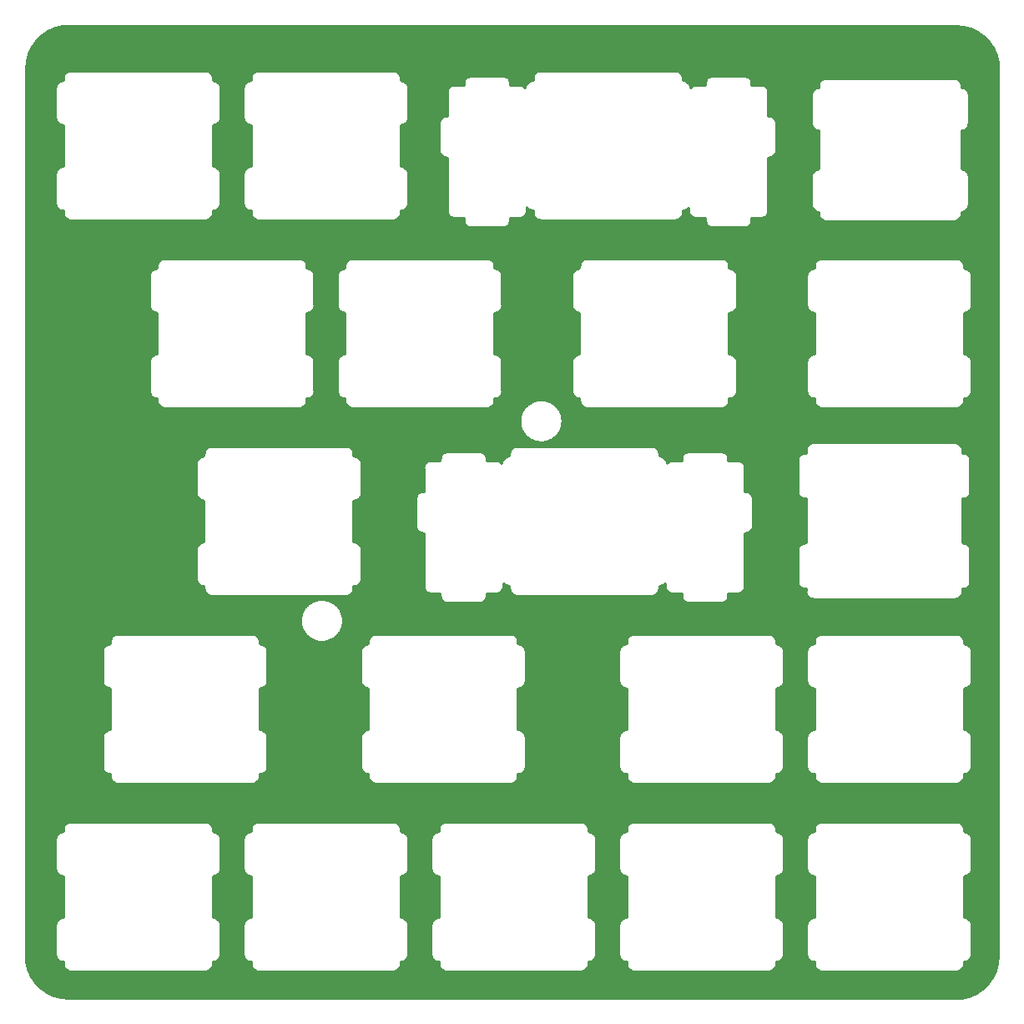
<source format=gbr>
G04 #@! TF.GenerationSoftware,KiCad,Pcbnew,(5.1.4)-1*
G04 #@! TF.CreationDate,2021-05-16T21:50:36-04:00*
G04 #@! TF.ProjectId,shape_test,73686170-655f-4746-9573-742e6b696361,rev?*
G04 #@! TF.SameCoordinates,Original*
G04 #@! TF.FileFunction,Copper,L1,Top*
G04 #@! TF.FilePolarity,Positive*
%FSLAX46Y46*%
G04 Gerber Fmt 4.6, Leading zero omitted, Abs format (unit mm)*
G04 Created by KiCad (PCBNEW (5.1.4)-1) date 2021-05-16 21:50:36*
%MOMM*%
%LPD*%
G04 APERTURE LIST*
%ADD10C,0.254000*%
G04 APERTURE END LIST*
D10*
G36*
X180768083Y-45731173D02*
G01*
X181511891Y-45934656D01*
X182207905Y-46266638D01*
X182834130Y-46716626D01*
X183370777Y-47270403D01*
X183800871Y-47910451D01*
X184110829Y-48616553D01*
X184292065Y-49371457D01*
X184340001Y-50024220D01*
X184340000Y-139970608D01*
X184268827Y-140768083D01*
X184065344Y-141511890D01*
X183733363Y-142207904D01*
X183283374Y-142834130D01*
X182729597Y-143370777D01*
X182089549Y-143800871D01*
X181383447Y-144110829D01*
X180628543Y-144292065D01*
X179975793Y-144340000D01*
X90029392Y-144340000D01*
X89231917Y-144268827D01*
X88488110Y-144065344D01*
X87792096Y-143733363D01*
X87165870Y-143283374D01*
X86629223Y-142729597D01*
X86199129Y-142089549D01*
X85889171Y-141383447D01*
X85707935Y-140628543D01*
X85660000Y-139975793D01*
X85660000Y-128149999D01*
X88681576Y-128149999D01*
X88685132Y-128186103D01*
X88685133Y-131144102D01*
X88681576Y-131180217D01*
X88695767Y-131324302D01*
X88737795Y-131462850D01*
X88806045Y-131590537D01*
X88897894Y-131702455D01*
X89009812Y-131794304D01*
X89137499Y-131862554D01*
X89276047Y-131904582D01*
X89384027Y-131915217D01*
X89420132Y-131918773D01*
X89456237Y-131915217D01*
X89467433Y-131915217D01*
X89467434Y-136117462D01*
X89456237Y-136117462D01*
X89420132Y-136113906D01*
X89384027Y-136117462D01*
X89276047Y-136128097D01*
X89137499Y-136170125D01*
X89009812Y-136238375D01*
X88897894Y-136330224D01*
X88806045Y-136442142D01*
X88737795Y-136569829D01*
X88695767Y-136708377D01*
X88681576Y-136852462D01*
X88685132Y-136888566D01*
X88685133Y-139847542D01*
X88681576Y-139883657D01*
X88695767Y-140027742D01*
X88737795Y-140166290D01*
X88806045Y-140293977D01*
X88897894Y-140405895D01*
X89009812Y-140497744D01*
X89137499Y-140565994D01*
X89276047Y-140608022D01*
X89384027Y-140618657D01*
X89420132Y-140622213D01*
X89456237Y-140618657D01*
X89467434Y-140618657D01*
X89467434Y-140825348D01*
X89463877Y-140861462D01*
X89478068Y-141005547D01*
X89520096Y-141144095D01*
X89588346Y-141271782D01*
X89680195Y-141383700D01*
X89792113Y-141475549D01*
X89919800Y-141543799D01*
X90058348Y-141585827D01*
X90166328Y-141596462D01*
X90202433Y-141600018D01*
X90238538Y-141596462D01*
X103856594Y-141596462D01*
X103892699Y-141600018D01*
X103928804Y-141596462D01*
X104036784Y-141585827D01*
X104175332Y-141543799D01*
X104303019Y-141475549D01*
X104414937Y-141383700D01*
X104506786Y-141271782D01*
X104575036Y-141144095D01*
X104617064Y-141005547D01*
X104631255Y-140861462D01*
X104627699Y-140825357D01*
X104627699Y-140618657D01*
X104638894Y-140618657D01*
X104674999Y-140622213D01*
X104711104Y-140618657D01*
X104819084Y-140608022D01*
X104957632Y-140565994D01*
X105085319Y-140497744D01*
X105197237Y-140405895D01*
X105289086Y-140293977D01*
X105357336Y-140166290D01*
X105399364Y-140027742D01*
X105413555Y-139883657D01*
X105409999Y-139847552D01*
X105409999Y-136888566D01*
X105413555Y-136852462D01*
X105399364Y-136708377D01*
X105357336Y-136569829D01*
X105289086Y-136442142D01*
X105197237Y-136330224D01*
X105085319Y-136238375D01*
X104957632Y-136170125D01*
X104819084Y-136128097D01*
X104711104Y-136117462D01*
X104674999Y-136113906D01*
X104638894Y-136117462D01*
X104627699Y-136117462D01*
X104627699Y-131915217D01*
X104638894Y-131915217D01*
X104674999Y-131918773D01*
X104711104Y-131915217D01*
X104819084Y-131904582D01*
X104957632Y-131862554D01*
X105085319Y-131794304D01*
X105197237Y-131702455D01*
X105289086Y-131590537D01*
X105357336Y-131462850D01*
X105399364Y-131324302D01*
X105413555Y-131180217D01*
X105409999Y-131144112D01*
X105409999Y-128186103D01*
X105413555Y-128149999D01*
X107731576Y-128149999D01*
X107735132Y-128186103D01*
X107735133Y-131144102D01*
X107731576Y-131180217D01*
X107745767Y-131324302D01*
X107787795Y-131462850D01*
X107856045Y-131590537D01*
X107947894Y-131702455D01*
X108059812Y-131794304D01*
X108187499Y-131862554D01*
X108326047Y-131904582D01*
X108434027Y-131915217D01*
X108470132Y-131918773D01*
X108506237Y-131915217D01*
X108517433Y-131915217D01*
X108517434Y-136117462D01*
X108506237Y-136117462D01*
X108470132Y-136113906D01*
X108434027Y-136117462D01*
X108326047Y-136128097D01*
X108187499Y-136170125D01*
X108059812Y-136238375D01*
X107947894Y-136330224D01*
X107856045Y-136442142D01*
X107787795Y-136569829D01*
X107745767Y-136708377D01*
X107731576Y-136852462D01*
X107735132Y-136888566D01*
X107735133Y-139847542D01*
X107731576Y-139883657D01*
X107745767Y-140027742D01*
X107787795Y-140166290D01*
X107856045Y-140293977D01*
X107947894Y-140405895D01*
X108059812Y-140497744D01*
X108187499Y-140565994D01*
X108326047Y-140608022D01*
X108434027Y-140618657D01*
X108470132Y-140622213D01*
X108506237Y-140618657D01*
X108517434Y-140618657D01*
X108517434Y-140825348D01*
X108513877Y-140861462D01*
X108528068Y-141005547D01*
X108570096Y-141144095D01*
X108638346Y-141271782D01*
X108730195Y-141383700D01*
X108842113Y-141475549D01*
X108969800Y-141543799D01*
X109108348Y-141585827D01*
X109216328Y-141596462D01*
X109252433Y-141600018D01*
X109288538Y-141596462D01*
X122906593Y-141596462D01*
X122942698Y-141600018D01*
X122978803Y-141596462D01*
X123086783Y-141585827D01*
X123225331Y-141543799D01*
X123353018Y-141475549D01*
X123464936Y-141383700D01*
X123556785Y-141271782D01*
X123625035Y-141144095D01*
X123667063Y-141005547D01*
X123681254Y-140861462D01*
X123677698Y-140825357D01*
X123677698Y-140618657D01*
X123688895Y-140618657D01*
X123725000Y-140622213D01*
X123761105Y-140618657D01*
X123869085Y-140608022D01*
X124007633Y-140565994D01*
X124135320Y-140497744D01*
X124247238Y-140405895D01*
X124339087Y-140293977D01*
X124407337Y-140166290D01*
X124449365Y-140027742D01*
X124463556Y-139883657D01*
X124460000Y-139847552D01*
X124460000Y-136888566D01*
X124463556Y-136852462D01*
X124449365Y-136708377D01*
X124407337Y-136569829D01*
X124339087Y-136442142D01*
X124247238Y-136330224D01*
X124135320Y-136238375D01*
X124007633Y-136170125D01*
X123869085Y-136128097D01*
X123761105Y-136117462D01*
X123725000Y-136113906D01*
X123688895Y-136117462D01*
X123677698Y-136117462D01*
X123677698Y-131915217D01*
X123688895Y-131915217D01*
X123725000Y-131918773D01*
X123761105Y-131915217D01*
X123869085Y-131904582D01*
X124007633Y-131862554D01*
X124135320Y-131794304D01*
X124247238Y-131702455D01*
X124339087Y-131590537D01*
X124407337Y-131462850D01*
X124449365Y-131324302D01*
X124463556Y-131180217D01*
X124460000Y-131144112D01*
X124460000Y-128186103D01*
X124463556Y-128149999D01*
X126781576Y-128149999D01*
X126785132Y-128186103D01*
X126785133Y-131144102D01*
X126781576Y-131180217D01*
X126795767Y-131324302D01*
X126837795Y-131462850D01*
X126906045Y-131590537D01*
X126997894Y-131702455D01*
X127109812Y-131794304D01*
X127237499Y-131862554D01*
X127376047Y-131904582D01*
X127484027Y-131915217D01*
X127520132Y-131918773D01*
X127556237Y-131915217D01*
X127567432Y-131915217D01*
X127567433Y-136117462D01*
X127556237Y-136117462D01*
X127520132Y-136113906D01*
X127484027Y-136117462D01*
X127376047Y-136128097D01*
X127237499Y-136170125D01*
X127109812Y-136238375D01*
X126997894Y-136330224D01*
X126906045Y-136442142D01*
X126837795Y-136569829D01*
X126795767Y-136708377D01*
X126781576Y-136852462D01*
X126785132Y-136888566D01*
X126785133Y-139847542D01*
X126781576Y-139883657D01*
X126795767Y-140027742D01*
X126837795Y-140166290D01*
X126906045Y-140293977D01*
X126997894Y-140405895D01*
X127109812Y-140497744D01*
X127237499Y-140565994D01*
X127376047Y-140608022D01*
X127484027Y-140618657D01*
X127520132Y-140622213D01*
X127556237Y-140618657D01*
X127567433Y-140618657D01*
X127567433Y-140825348D01*
X127563876Y-140861462D01*
X127578067Y-141005547D01*
X127620095Y-141144095D01*
X127688345Y-141271782D01*
X127780194Y-141383700D01*
X127892112Y-141475549D01*
X128019799Y-141543799D01*
X128158347Y-141585827D01*
X128266327Y-141596462D01*
X128302432Y-141600018D01*
X128338537Y-141596462D01*
X141956594Y-141596462D01*
X141992699Y-141600018D01*
X142028804Y-141596462D01*
X142136784Y-141585827D01*
X142275332Y-141543799D01*
X142403019Y-141475549D01*
X142514937Y-141383700D01*
X142606786Y-141271782D01*
X142675036Y-141144095D01*
X142717064Y-141005547D01*
X142731255Y-140861462D01*
X142727699Y-140825357D01*
X142727699Y-140618657D01*
X142738895Y-140618657D01*
X142775000Y-140622213D01*
X142811105Y-140618657D01*
X142919085Y-140608022D01*
X143057633Y-140565994D01*
X143185320Y-140497744D01*
X143297238Y-140405895D01*
X143389087Y-140293977D01*
X143457337Y-140166290D01*
X143499365Y-140027742D01*
X143513556Y-139883657D01*
X143510000Y-139847552D01*
X143510000Y-136888566D01*
X143513556Y-136852462D01*
X143499365Y-136708377D01*
X143457337Y-136569829D01*
X143389087Y-136442142D01*
X143297238Y-136330224D01*
X143185320Y-136238375D01*
X143057633Y-136170125D01*
X142919085Y-136128097D01*
X142811105Y-136117462D01*
X142775000Y-136113906D01*
X142738895Y-136117462D01*
X142727699Y-136117462D01*
X142727699Y-131915217D01*
X142738895Y-131915217D01*
X142775000Y-131918773D01*
X142811105Y-131915217D01*
X142919085Y-131904582D01*
X143057633Y-131862554D01*
X143185320Y-131794304D01*
X143297238Y-131702455D01*
X143389087Y-131590537D01*
X143457337Y-131462850D01*
X143499365Y-131324302D01*
X143513556Y-131180217D01*
X143510000Y-131144112D01*
X143510000Y-128186103D01*
X143513556Y-128149999D01*
X145831577Y-128149999D01*
X145835133Y-128186103D01*
X145835134Y-131144102D01*
X145831577Y-131180217D01*
X145845768Y-131324302D01*
X145887796Y-131462850D01*
X145956046Y-131590537D01*
X146047895Y-131702455D01*
X146159813Y-131794304D01*
X146287500Y-131862554D01*
X146426048Y-131904582D01*
X146534028Y-131915217D01*
X146570133Y-131918773D01*
X146606238Y-131915217D01*
X146617433Y-131915217D01*
X146617434Y-136117462D01*
X146606238Y-136117462D01*
X146570133Y-136113906D01*
X146534028Y-136117462D01*
X146426048Y-136128097D01*
X146287500Y-136170125D01*
X146159813Y-136238375D01*
X146047895Y-136330224D01*
X145956046Y-136442142D01*
X145887796Y-136569829D01*
X145845768Y-136708377D01*
X145831577Y-136852462D01*
X145835133Y-136888566D01*
X145835134Y-139847542D01*
X145831577Y-139883657D01*
X145845768Y-140027742D01*
X145887796Y-140166290D01*
X145956046Y-140293977D01*
X146047895Y-140405895D01*
X146159813Y-140497744D01*
X146287500Y-140565994D01*
X146426048Y-140608022D01*
X146534028Y-140618657D01*
X146570133Y-140622213D01*
X146606238Y-140618657D01*
X146617434Y-140618657D01*
X146617434Y-140825348D01*
X146613877Y-140861462D01*
X146628068Y-141005547D01*
X146670096Y-141144095D01*
X146738346Y-141271782D01*
X146830195Y-141383700D01*
X146942113Y-141475549D01*
X147069800Y-141543799D01*
X147208348Y-141585827D01*
X147316328Y-141596462D01*
X147352433Y-141600018D01*
X147388538Y-141596462D01*
X161006594Y-141596462D01*
X161042699Y-141600018D01*
X161078804Y-141596462D01*
X161186784Y-141585827D01*
X161325332Y-141543799D01*
X161453019Y-141475549D01*
X161564937Y-141383700D01*
X161656786Y-141271782D01*
X161725036Y-141144095D01*
X161767064Y-141005547D01*
X161781255Y-140861462D01*
X161777699Y-140825357D01*
X161777699Y-140618657D01*
X161788895Y-140618657D01*
X161825000Y-140622213D01*
X161861105Y-140618657D01*
X161969085Y-140608022D01*
X162107633Y-140565994D01*
X162235320Y-140497744D01*
X162347238Y-140405895D01*
X162439087Y-140293977D01*
X162507337Y-140166290D01*
X162549365Y-140027742D01*
X162563556Y-139883657D01*
X162560000Y-139847552D01*
X162560000Y-136888566D01*
X162563556Y-136852462D01*
X162549365Y-136708377D01*
X162507337Y-136569829D01*
X162439087Y-136442142D01*
X162347238Y-136330224D01*
X162235320Y-136238375D01*
X162107633Y-136170125D01*
X161969085Y-136128097D01*
X161861105Y-136117462D01*
X161825000Y-136113906D01*
X161788895Y-136117462D01*
X161777699Y-136117462D01*
X161777699Y-131915217D01*
X161788895Y-131915217D01*
X161825000Y-131918773D01*
X161861105Y-131915217D01*
X161969085Y-131904582D01*
X162107633Y-131862554D01*
X162235320Y-131794304D01*
X162347238Y-131702455D01*
X162439087Y-131590537D01*
X162507337Y-131462850D01*
X162549365Y-131324302D01*
X162563556Y-131180217D01*
X162560000Y-131144112D01*
X162560000Y-128186103D01*
X162563556Y-128149999D01*
X164881576Y-128149999D01*
X164885132Y-128186103D01*
X164885133Y-131144102D01*
X164881576Y-131180217D01*
X164895767Y-131324302D01*
X164937795Y-131462850D01*
X165006045Y-131590537D01*
X165097894Y-131702455D01*
X165209812Y-131794304D01*
X165337499Y-131862554D01*
X165476047Y-131904582D01*
X165584027Y-131915217D01*
X165620132Y-131918773D01*
X165656237Y-131915217D01*
X165667433Y-131915217D01*
X165667434Y-136117462D01*
X165656237Y-136117462D01*
X165620132Y-136113906D01*
X165584027Y-136117462D01*
X165476047Y-136128097D01*
X165337499Y-136170125D01*
X165209812Y-136238375D01*
X165097894Y-136330224D01*
X165006045Y-136442142D01*
X164937795Y-136569829D01*
X164895767Y-136708377D01*
X164881576Y-136852462D01*
X164885132Y-136888566D01*
X164885133Y-139847542D01*
X164881576Y-139883657D01*
X164895767Y-140027742D01*
X164937795Y-140166290D01*
X165006045Y-140293977D01*
X165097894Y-140405895D01*
X165209812Y-140497744D01*
X165337499Y-140565994D01*
X165476047Y-140608022D01*
X165584027Y-140618657D01*
X165620132Y-140622213D01*
X165656237Y-140618657D01*
X165667434Y-140618657D01*
X165667434Y-140825348D01*
X165663877Y-140861462D01*
X165678068Y-141005547D01*
X165720096Y-141144095D01*
X165788346Y-141271782D01*
X165880195Y-141383700D01*
X165992113Y-141475549D01*
X166119800Y-141543799D01*
X166258348Y-141585827D01*
X166366328Y-141596462D01*
X166402433Y-141600018D01*
X166438538Y-141596462D01*
X180056594Y-141596462D01*
X180092699Y-141600018D01*
X180128804Y-141596462D01*
X180236784Y-141585827D01*
X180375332Y-141543799D01*
X180503019Y-141475549D01*
X180614937Y-141383700D01*
X180706786Y-141271782D01*
X180775036Y-141144095D01*
X180817064Y-141005547D01*
X180831255Y-140861462D01*
X180827699Y-140825357D01*
X180827699Y-140618657D01*
X180838895Y-140618657D01*
X180875000Y-140622213D01*
X180911105Y-140618657D01*
X181019085Y-140608022D01*
X181157633Y-140565994D01*
X181285320Y-140497744D01*
X181397238Y-140405895D01*
X181489087Y-140293977D01*
X181557337Y-140166290D01*
X181599365Y-140027742D01*
X181613556Y-139883657D01*
X181610000Y-139847552D01*
X181610000Y-136888566D01*
X181613556Y-136852462D01*
X181599365Y-136708377D01*
X181557337Y-136569829D01*
X181489087Y-136442142D01*
X181397238Y-136330224D01*
X181285320Y-136238375D01*
X181157633Y-136170125D01*
X181019085Y-136128097D01*
X180911105Y-136117462D01*
X180875000Y-136113906D01*
X180838895Y-136117462D01*
X180827699Y-136117462D01*
X180827699Y-131915217D01*
X180838895Y-131915217D01*
X180875000Y-131918773D01*
X180911105Y-131915217D01*
X181019085Y-131904582D01*
X181157633Y-131862554D01*
X181285320Y-131794304D01*
X181397238Y-131702455D01*
X181489087Y-131590537D01*
X181557337Y-131462850D01*
X181599365Y-131324302D01*
X181613556Y-131180217D01*
X181610000Y-131144112D01*
X181610000Y-128186103D01*
X181613556Y-128149999D01*
X181599365Y-128005914D01*
X181557337Y-127867366D01*
X181489087Y-127739679D01*
X181397238Y-127627761D01*
X181285320Y-127535912D01*
X181157633Y-127467662D01*
X181019085Y-127425634D01*
X180911105Y-127414999D01*
X180875000Y-127411443D01*
X180838895Y-127414999D01*
X180827699Y-127414999D01*
X180827699Y-127208300D01*
X180831255Y-127172195D01*
X180817064Y-127028110D01*
X180775036Y-126889562D01*
X180706786Y-126761875D01*
X180614937Y-126649957D01*
X180503019Y-126558108D01*
X180375332Y-126489858D01*
X180236784Y-126447830D01*
X180128804Y-126437195D01*
X180092699Y-126433639D01*
X180056594Y-126437195D01*
X166438538Y-126437195D01*
X166402433Y-126433639D01*
X166366328Y-126437195D01*
X166258348Y-126447830D01*
X166119800Y-126489858D01*
X165992113Y-126558108D01*
X165880195Y-126649957D01*
X165788346Y-126761875D01*
X165720096Y-126889562D01*
X165678068Y-127028110D01*
X165663877Y-127172195D01*
X165667433Y-127208301D01*
X165667433Y-127414999D01*
X165656237Y-127414999D01*
X165620132Y-127411443D01*
X165584027Y-127414999D01*
X165476047Y-127425634D01*
X165337499Y-127467662D01*
X165209812Y-127535912D01*
X165097894Y-127627761D01*
X165006045Y-127739679D01*
X164937795Y-127867366D01*
X164895767Y-128005914D01*
X164881576Y-128149999D01*
X162563556Y-128149999D01*
X162549365Y-128005914D01*
X162507337Y-127867366D01*
X162439087Y-127739679D01*
X162347238Y-127627761D01*
X162235320Y-127535912D01*
X162107633Y-127467662D01*
X161969085Y-127425634D01*
X161861105Y-127414999D01*
X161825000Y-127411443D01*
X161788895Y-127414999D01*
X161777699Y-127414999D01*
X161777699Y-127208300D01*
X161781255Y-127172195D01*
X161767064Y-127028110D01*
X161725036Y-126889562D01*
X161656786Y-126761875D01*
X161564937Y-126649957D01*
X161453019Y-126558108D01*
X161325332Y-126489858D01*
X161186784Y-126447830D01*
X161078804Y-126437195D01*
X161042699Y-126433639D01*
X161006594Y-126437195D01*
X147388538Y-126437195D01*
X147352433Y-126433639D01*
X147316328Y-126437195D01*
X147208348Y-126447830D01*
X147069800Y-126489858D01*
X146942113Y-126558108D01*
X146830195Y-126649957D01*
X146738346Y-126761875D01*
X146670096Y-126889562D01*
X146628068Y-127028110D01*
X146613877Y-127172195D01*
X146617433Y-127208301D01*
X146617433Y-127414999D01*
X146606238Y-127414999D01*
X146570133Y-127411443D01*
X146534028Y-127414999D01*
X146426048Y-127425634D01*
X146287500Y-127467662D01*
X146159813Y-127535912D01*
X146047895Y-127627761D01*
X145956046Y-127739679D01*
X145887796Y-127867366D01*
X145845768Y-128005914D01*
X145831577Y-128149999D01*
X143513556Y-128149999D01*
X143499365Y-128005914D01*
X143457337Y-127867366D01*
X143389087Y-127739679D01*
X143297238Y-127627761D01*
X143185320Y-127535912D01*
X143057633Y-127467662D01*
X142919085Y-127425634D01*
X142811105Y-127414999D01*
X142775000Y-127411443D01*
X142738895Y-127414999D01*
X142727699Y-127414999D01*
X142727699Y-127208300D01*
X142731255Y-127172195D01*
X142717064Y-127028110D01*
X142675036Y-126889562D01*
X142606786Y-126761875D01*
X142514937Y-126649957D01*
X142403019Y-126558108D01*
X142275332Y-126489858D01*
X142136784Y-126447830D01*
X142028804Y-126437195D01*
X141992699Y-126433639D01*
X141956594Y-126437195D01*
X128338537Y-126437195D01*
X128302432Y-126433639D01*
X128266327Y-126437195D01*
X128158347Y-126447830D01*
X128019799Y-126489858D01*
X127892112Y-126558108D01*
X127780194Y-126649957D01*
X127688345Y-126761875D01*
X127620095Y-126889562D01*
X127578067Y-127028110D01*
X127563876Y-127172195D01*
X127567432Y-127208301D01*
X127567432Y-127414999D01*
X127556237Y-127414999D01*
X127520132Y-127411443D01*
X127484027Y-127414999D01*
X127376047Y-127425634D01*
X127237499Y-127467662D01*
X127109812Y-127535912D01*
X126997894Y-127627761D01*
X126906045Y-127739679D01*
X126837795Y-127867366D01*
X126795767Y-128005914D01*
X126781576Y-128149999D01*
X124463556Y-128149999D01*
X124449365Y-128005914D01*
X124407337Y-127867366D01*
X124339087Y-127739679D01*
X124247238Y-127627761D01*
X124135320Y-127535912D01*
X124007633Y-127467662D01*
X123869085Y-127425634D01*
X123761105Y-127414999D01*
X123725000Y-127411443D01*
X123688895Y-127414999D01*
X123677698Y-127414999D01*
X123677698Y-127208300D01*
X123681254Y-127172195D01*
X123667063Y-127028110D01*
X123625035Y-126889562D01*
X123556785Y-126761875D01*
X123464936Y-126649957D01*
X123353018Y-126558108D01*
X123225331Y-126489858D01*
X123086783Y-126447830D01*
X122978803Y-126437195D01*
X122942698Y-126433639D01*
X122906593Y-126437195D01*
X109288538Y-126437195D01*
X109252433Y-126433639D01*
X109216328Y-126437195D01*
X109108348Y-126447830D01*
X108969800Y-126489858D01*
X108842113Y-126558108D01*
X108730195Y-126649957D01*
X108638346Y-126761875D01*
X108570096Y-126889562D01*
X108528068Y-127028110D01*
X108513877Y-127172195D01*
X108517433Y-127208301D01*
X108517433Y-127414999D01*
X108506237Y-127414999D01*
X108470132Y-127411443D01*
X108434027Y-127414999D01*
X108326047Y-127425634D01*
X108187499Y-127467662D01*
X108059812Y-127535912D01*
X107947894Y-127627761D01*
X107856045Y-127739679D01*
X107787795Y-127867366D01*
X107745767Y-128005914D01*
X107731576Y-128149999D01*
X105413555Y-128149999D01*
X105399364Y-128005914D01*
X105357336Y-127867366D01*
X105289086Y-127739679D01*
X105197237Y-127627761D01*
X105085319Y-127535912D01*
X104957632Y-127467662D01*
X104819084Y-127425634D01*
X104711104Y-127414999D01*
X104674999Y-127411443D01*
X104638894Y-127414999D01*
X104627699Y-127414999D01*
X104627699Y-127208300D01*
X104631255Y-127172195D01*
X104617064Y-127028110D01*
X104575036Y-126889562D01*
X104506786Y-126761875D01*
X104414937Y-126649957D01*
X104303019Y-126558108D01*
X104175332Y-126489858D01*
X104036784Y-126447830D01*
X103928804Y-126437195D01*
X103892699Y-126433639D01*
X103856594Y-126437195D01*
X90238538Y-126437195D01*
X90202433Y-126433639D01*
X90166328Y-126437195D01*
X90058348Y-126447830D01*
X89919800Y-126489858D01*
X89792113Y-126558108D01*
X89680195Y-126649957D01*
X89588346Y-126761875D01*
X89520096Y-126889562D01*
X89478068Y-127028110D01*
X89463877Y-127172195D01*
X89467433Y-127208301D01*
X89467433Y-127414999D01*
X89456237Y-127414999D01*
X89420132Y-127411443D01*
X89384027Y-127414999D01*
X89276047Y-127425634D01*
X89137499Y-127467662D01*
X89009812Y-127535912D01*
X88897894Y-127627761D01*
X88806045Y-127739679D01*
X88737795Y-127867366D01*
X88695767Y-128005914D01*
X88681576Y-128149999D01*
X85660000Y-128149999D01*
X85660000Y-109099999D01*
X93443576Y-109099999D01*
X93447132Y-109136103D01*
X93447133Y-112094102D01*
X93443576Y-112130217D01*
X93457767Y-112274302D01*
X93499795Y-112412850D01*
X93568045Y-112540537D01*
X93659894Y-112652455D01*
X93771812Y-112744304D01*
X93899499Y-112812554D01*
X94038047Y-112854582D01*
X94146027Y-112865217D01*
X94182132Y-112868773D01*
X94218237Y-112865217D01*
X94229433Y-112865217D01*
X94229434Y-117067462D01*
X94218237Y-117067462D01*
X94182132Y-117063906D01*
X94146027Y-117067462D01*
X94038047Y-117078097D01*
X93899499Y-117120125D01*
X93771812Y-117188375D01*
X93659894Y-117280224D01*
X93568045Y-117392142D01*
X93499795Y-117519829D01*
X93457767Y-117658377D01*
X93443576Y-117802462D01*
X93447132Y-117838566D01*
X93447133Y-120797542D01*
X93443576Y-120833657D01*
X93457767Y-120977742D01*
X93499795Y-121116290D01*
X93568045Y-121243977D01*
X93659894Y-121355895D01*
X93771812Y-121447744D01*
X93899499Y-121515994D01*
X94038047Y-121558022D01*
X94146027Y-121568657D01*
X94182132Y-121572213D01*
X94218237Y-121568657D01*
X94229434Y-121568657D01*
X94229434Y-121775348D01*
X94225877Y-121811462D01*
X94240068Y-121955547D01*
X94282096Y-122094095D01*
X94350346Y-122221782D01*
X94442195Y-122333700D01*
X94554113Y-122425549D01*
X94681800Y-122493799D01*
X94820348Y-122535827D01*
X94928328Y-122546462D01*
X94964433Y-122550018D01*
X95000538Y-122546462D01*
X108618594Y-122546462D01*
X108654699Y-122550018D01*
X108690804Y-122546462D01*
X108798784Y-122535827D01*
X108937332Y-122493799D01*
X109065019Y-122425549D01*
X109176937Y-122333700D01*
X109268786Y-122221782D01*
X109337036Y-122094095D01*
X109379064Y-121955547D01*
X109393255Y-121811462D01*
X109389699Y-121775357D01*
X109389699Y-121568657D01*
X109400895Y-121568657D01*
X109437000Y-121572213D01*
X109473105Y-121568657D01*
X109581085Y-121558022D01*
X109719633Y-121515994D01*
X109847320Y-121447744D01*
X109959238Y-121355895D01*
X110051087Y-121243977D01*
X110119337Y-121116290D01*
X110161365Y-120977742D01*
X110175556Y-120833657D01*
X110172000Y-120797552D01*
X110172000Y-117838566D01*
X110175556Y-117802462D01*
X110161365Y-117658377D01*
X110119337Y-117519829D01*
X110051087Y-117392142D01*
X109959238Y-117280224D01*
X109847320Y-117188375D01*
X109719633Y-117120125D01*
X109581085Y-117078097D01*
X109473105Y-117067462D01*
X109437000Y-117063906D01*
X109400895Y-117067462D01*
X109389699Y-117067462D01*
X109389699Y-112865217D01*
X109400895Y-112865217D01*
X109437000Y-112868773D01*
X109473105Y-112865217D01*
X109581085Y-112854582D01*
X109719633Y-112812554D01*
X109847320Y-112744304D01*
X109959238Y-112652455D01*
X110051087Y-112540537D01*
X110119337Y-112412850D01*
X110161365Y-112274302D01*
X110175556Y-112130217D01*
X110172000Y-112094112D01*
X110172000Y-109136103D01*
X110175556Y-109099999D01*
X119637576Y-109099999D01*
X119641132Y-109136103D01*
X119641133Y-112094102D01*
X119637576Y-112130217D01*
X119651767Y-112274302D01*
X119693795Y-112412850D01*
X119762045Y-112540537D01*
X119853894Y-112652455D01*
X119965812Y-112744304D01*
X120093499Y-112812554D01*
X120232047Y-112854582D01*
X120340027Y-112865217D01*
X120376132Y-112868773D01*
X120412237Y-112865217D01*
X120423432Y-112865217D01*
X120423433Y-117067462D01*
X120412237Y-117067462D01*
X120376132Y-117063906D01*
X120340027Y-117067462D01*
X120232047Y-117078097D01*
X120093499Y-117120125D01*
X119965812Y-117188375D01*
X119853894Y-117280224D01*
X119762045Y-117392142D01*
X119693795Y-117519829D01*
X119651767Y-117658377D01*
X119637576Y-117802462D01*
X119641132Y-117838566D01*
X119641133Y-120797542D01*
X119637576Y-120833657D01*
X119651767Y-120977742D01*
X119693795Y-121116290D01*
X119762045Y-121243977D01*
X119853894Y-121355895D01*
X119965812Y-121447744D01*
X120093499Y-121515994D01*
X120232047Y-121558022D01*
X120340027Y-121568657D01*
X120376132Y-121572213D01*
X120412237Y-121568657D01*
X120423433Y-121568657D01*
X120423433Y-121775348D01*
X120419876Y-121811462D01*
X120434067Y-121955547D01*
X120476095Y-122094095D01*
X120544345Y-122221782D01*
X120636194Y-122333700D01*
X120748112Y-122425549D01*
X120875799Y-122493799D01*
X121014347Y-122535827D01*
X121122327Y-122546462D01*
X121158432Y-122550018D01*
X121194537Y-122546462D01*
X134812594Y-122546462D01*
X134848699Y-122550018D01*
X134884804Y-122546462D01*
X134992784Y-122535827D01*
X135131332Y-122493799D01*
X135259019Y-122425549D01*
X135370937Y-122333700D01*
X135462786Y-122221782D01*
X135531036Y-122094095D01*
X135573064Y-121955547D01*
X135587255Y-121811462D01*
X135583699Y-121775357D01*
X135583699Y-121568657D01*
X135594895Y-121568657D01*
X135631000Y-121572213D01*
X135667105Y-121568657D01*
X135775085Y-121558022D01*
X135913633Y-121515994D01*
X136041320Y-121447744D01*
X136153238Y-121355895D01*
X136245087Y-121243977D01*
X136313337Y-121116290D01*
X136355365Y-120977742D01*
X136369556Y-120833657D01*
X136366000Y-120797552D01*
X136366000Y-117838566D01*
X136369556Y-117802462D01*
X136355365Y-117658377D01*
X136313337Y-117519829D01*
X136245087Y-117392142D01*
X136153238Y-117280224D01*
X136041320Y-117188375D01*
X135913633Y-117120125D01*
X135775085Y-117078097D01*
X135667105Y-117067462D01*
X135631000Y-117063906D01*
X135594895Y-117067462D01*
X135583699Y-117067462D01*
X135583699Y-112865217D01*
X135594895Y-112865217D01*
X135631000Y-112868773D01*
X135667105Y-112865217D01*
X135775085Y-112854582D01*
X135913633Y-112812554D01*
X136041320Y-112744304D01*
X136153238Y-112652455D01*
X136245087Y-112540537D01*
X136313337Y-112412850D01*
X136355365Y-112274302D01*
X136369556Y-112130217D01*
X136366000Y-112094112D01*
X136366000Y-109136103D01*
X136369556Y-109099999D01*
X145831577Y-109099999D01*
X145835133Y-109136103D01*
X145835134Y-112094102D01*
X145831577Y-112130217D01*
X145845768Y-112274302D01*
X145887796Y-112412850D01*
X145956046Y-112540537D01*
X146047895Y-112652455D01*
X146159813Y-112744304D01*
X146287500Y-112812554D01*
X146426048Y-112854582D01*
X146534028Y-112865217D01*
X146570133Y-112868773D01*
X146606238Y-112865217D01*
X146617433Y-112865217D01*
X146617434Y-117067462D01*
X146606238Y-117067462D01*
X146570133Y-117063906D01*
X146534028Y-117067462D01*
X146426048Y-117078097D01*
X146287500Y-117120125D01*
X146159813Y-117188375D01*
X146047895Y-117280224D01*
X145956046Y-117392142D01*
X145887796Y-117519829D01*
X145845768Y-117658377D01*
X145831577Y-117802462D01*
X145835133Y-117838566D01*
X145835134Y-120797542D01*
X145831577Y-120833657D01*
X145845768Y-120977742D01*
X145887796Y-121116290D01*
X145956046Y-121243977D01*
X146047895Y-121355895D01*
X146159813Y-121447744D01*
X146287500Y-121515994D01*
X146426048Y-121558022D01*
X146534028Y-121568657D01*
X146570133Y-121572213D01*
X146606238Y-121568657D01*
X146617434Y-121568657D01*
X146617434Y-121775348D01*
X146613877Y-121811462D01*
X146628068Y-121955547D01*
X146670096Y-122094095D01*
X146738346Y-122221782D01*
X146830195Y-122333700D01*
X146942113Y-122425549D01*
X147069800Y-122493799D01*
X147208348Y-122535827D01*
X147316328Y-122546462D01*
X147352433Y-122550018D01*
X147388538Y-122546462D01*
X161006594Y-122546462D01*
X161042699Y-122550018D01*
X161078804Y-122546462D01*
X161186784Y-122535827D01*
X161325332Y-122493799D01*
X161453019Y-122425549D01*
X161564937Y-122333700D01*
X161656786Y-122221782D01*
X161725036Y-122094095D01*
X161767064Y-121955547D01*
X161781255Y-121811462D01*
X161777699Y-121775357D01*
X161777699Y-121568657D01*
X161788895Y-121568657D01*
X161825000Y-121572213D01*
X161861105Y-121568657D01*
X161969085Y-121558022D01*
X162107633Y-121515994D01*
X162235320Y-121447744D01*
X162347238Y-121355895D01*
X162439087Y-121243977D01*
X162507337Y-121116290D01*
X162549365Y-120977742D01*
X162563556Y-120833657D01*
X162560000Y-120797552D01*
X162560000Y-117838566D01*
X162563556Y-117802462D01*
X162549365Y-117658377D01*
X162507337Y-117519829D01*
X162439087Y-117392142D01*
X162347238Y-117280224D01*
X162235320Y-117188375D01*
X162107633Y-117120125D01*
X161969085Y-117078097D01*
X161861105Y-117067462D01*
X161825000Y-117063906D01*
X161788895Y-117067462D01*
X161777699Y-117067462D01*
X161777699Y-112865217D01*
X161788895Y-112865217D01*
X161825000Y-112868773D01*
X161861105Y-112865217D01*
X161969085Y-112854582D01*
X162107633Y-112812554D01*
X162235320Y-112744304D01*
X162347238Y-112652455D01*
X162439087Y-112540537D01*
X162507337Y-112412850D01*
X162549365Y-112274302D01*
X162563556Y-112130217D01*
X162560000Y-112094112D01*
X162560000Y-109136103D01*
X162563556Y-109099999D01*
X164881576Y-109099999D01*
X164885132Y-109136103D01*
X164885133Y-112094102D01*
X164881576Y-112130217D01*
X164895767Y-112274302D01*
X164937795Y-112412850D01*
X165006045Y-112540537D01*
X165097894Y-112652455D01*
X165209812Y-112744304D01*
X165337499Y-112812554D01*
X165476047Y-112854582D01*
X165584027Y-112865217D01*
X165620132Y-112868773D01*
X165656237Y-112865217D01*
X165667433Y-112865217D01*
X165667434Y-117067462D01*
X165656237Y-117067462D01*
X165620132Y-117063906D01*
X165584027Y-117067462D01*
X165476047Y-117078097D01*
X165337499Y-117120125D01*
X165209812Y-117188375D01*
X165097894Y-117280224D01*
X165006045Y-117392142D01*
X164937795Y-117519829D01*
X164895767Y-117658377D01*
X164881576Y-117802462D01*
X164885132Y-117838566D01*
X164885133Y-120797542D01*
X164881576Y-120833657D01*
X164895767Y-120977742D01*
X164937795Y-121116290D01*
X165006045Y-121243977D01*
X165097894Y-121355895D01*
X165209812Y-121447744D01*
X165337499Y-121515994D01*
X165476047Y-121558022D01*
X165584027Y-121568657D01*
X165620132Y-121572213D01*
X165656237Y-121568657D01*
X165667434Y-121568657D01*
X165667434Y-121775348D01*
X165663877Y-121811462D01*
X165678068Y-121955547D01*
X165720096Y-122094095D01*
X165788346Y-122221782D01*
X165880195Y-122333700D01*
X165992113Y-122425549D01*
X166119800Y-122493799D01*
X166258348Y-122535827D01*
X166366328Y-122546462D01*
X166402433Y-122550018D01*
X166438538Y-122546462D01*
X180056594Y-122546462D01*
X180092699Y-122550018D01*
X180128804Y-122546462D01*
X180236784Y-122535827D01*
X180375332Y-122493799D01*
X180503019Y-122425549D01*
X180614937Y-122333700D01*
X180706786Y-122221782D01*
X180775036Y-122094095D01*
X180817064Y-121955547D01*
X180831255Y-121811462D01*
X180827699Y-121775357D01*
X180827699Y-121568657D01*
X180838895Y-121568657D01*
X180875000Y-121572213D01*
X180911105Y-121568657D01*
X181019085Y-121558022D01*
X181157633Y-121515994D01*
X181285320Y-121447744D01*
X181397238Y-121355895D01*
X181489087Y-121243977D01*
X181557337Y-121116290D01*
X181599365Y-120977742D01*
X181613556Y-120833657D01*
X181610000Y-120797552D01*
X181610000Y-117838566D01*
X181613556Y-117802462D01*
X181599365Y-117658377D01*
X181557337Y-117519829D01*
X181489087Y-117392142D01*
X181397238Y-117280224D01*
X181285320Y-117188375D01*
X181157633Y-117120125D01*
X181019085Y-117078097D01*
X180911105Y-117067462D01*
X180875000Y-117063906D01*
X180838895Y-117067462D01*
X180827699Y-117067462D01*
X180827699Y-112865217D01*
X180838895Y-112865217D01*
X180875000Y-112868773D01*
X180911105Y-112865217D01*
X181019085Y-112854582D01*
X181157633Y-112812554D01*
X181285320Y-112744304D01*
X181397238Y-112652455D01*
X181489087Y-112540537D01*
X181557337Y-112412850D01*
X181599365Y-112274302D01*
X181613556Y-112130217D01*
X181610000Y-112094112D01*
X181610000Y-109136103D01*
X181613556Y-109099999D01*
X181599365Y-108955914D01*
X181557337Y-108817366D01*
X181489087Y-108689679D01*
X181397238Y-108577761D01*
X181285320Y-108485912D01*
X181157633Y-108417662D01*
X181019085Y-108375634D01*
X180911105Y-108364999D01*
X180875000Y-108361443D01*
X180838895Y-108364999D01*
X180827699Y-108364999D01*
X180827699Y-108158300D01*
X180831255Y-108122195D01*
X180817064Y-107978110D01*
X180775036Y-107839562D01*
X180706786Y-107711875D01*
X180614937Y-107599957D01*
X180503019Y-107508108D01*
X180375332Y-107439858D01*
X180236784Y-107397830D01*
X180128804Y-107387195D01*
X180092699Y-107383639D01*
X180056594Y-107387195D01*
X166438538Y-107387195D01*
X166402433Y-107383639D01*
X166366328Y-107387195D01*
X166258348Y-107397830D01*
X166119800Y-107439858D01*
X165992113Y-107508108D01*
X165880195Y-107599957D01*
X165788346Y-107711875D01*
X165720096Y-107839562D01*
X165678068Y-107978110D01*
X165663877Y-108122195D01*
X165667433Y-108158301D01*
X165667433Y-108364999D01*
X165656237Y-108364999D01*
X165620132Y-108361443D01*
X165584027Y-108364999D01*
X165476047Y-108375634D01*
X165337499Y-108417662D01*
X165209812Y-108485912D01*
X165097894Y-108577761D01*
X165006045Y-108689679D01*
X164937795Y-108817366D01*
X164895767Y-108955914D01*
X164881576Y-109099999D01*
X162563556Y-109099999D01*
X162549365Y-108955914D01*
X162507337Y-108817366D01*
X162439087Y-108689679D01*
X162347238Y-108577761D01*
X162235320Y-108485912D01*
X162107633Y-108417662D01*
X161969085Y-108375634D01*
X161861105Y-108364999D01*
X161825000Y-108361443D01*
X161788895Y-108364999D01*
X161777699Y-108364999D01*
X161777699Y-108158300D01*
X161781255Y-108122195D01*
X161767064Y-107978110D01*
X161725036Y-107839562D01*
X161656786Y-107711875D01*
X161564937Y-107599957D01*
X161453019Y-107508108D01*
X161325332Y-107439858D01*
X161186784Y-107397830D01*
X161078804Y-107387195D01*
X161042699Y-107383639D01*
X161006594Y-107387195D01*
X147388538Y-107387195D01*
X147352433Y-107383639D01*
X147316328Y-107387195D01*
X147208348Y-107397830D01*
X147069800Y-107439858D01*
X146942113Y-107508108D01*
X146830195Y-107599957D01*
X146738346Y-107711875D01*
X146670096Y-107839562D01*
X146628068Y-107978110D01*
X146613877Y-108122195D01*
X146617433Y-108158301D01*
X146617433Y-108364999D01*
X146606238Y-108364999D01*
X146570133Y-108361443D01*
X146534028Y-108364999D01*
X146426048Y-108375634D01*
X146287500Y-108417662D01*
X146159813Y-108485912D01*
X146047895Y-108577761D01*
X145956046Y-108689679D01*
X145887796Y-108817366D01*
X145845768Y-108955914D01*
X145831577Y-109099999D01*
X136369556Y-109099999D01*
X136355365Y-108955914D01*
X136313337Y-108817366D01*
X136245087Y-108689679D01*
X136153238Y-108577761D01*
X136041320Y-108485912D01*
X135913633Y-108417662D01*
X135775085Y-108375634D01*
X135667105Y-108364999D01*
X135631000Y-108361443D01*
X135594895Y-108364999D01*
X135583699Y-108364999D01*
X135583699Y-108158300D01*
X135587255Y-108122195D01*
X135573064Y-107978110D01*
X135531036Y-107839562D01*
X135462786Y-107711875D01*
X135370937Y-107599957D01*
X135259019Y-107508108D01*
X135131332Y-107439858D01*
X134992784Y-107397830D01*
X134884804Y-107387195D01*
X134848699Y-107383639D01*
X134812594Y-107387195D01*
X121194537Y-107387195D01*
X121158432Y-107383639D01*
X121122327Y-107387195D01*
X121014347Y-107397830D01*
X120875799Y-107439858D01*
X120748112Y-107508108D01*
X120636194Y-107599957D01*
X120544345Y-107711875D01*
X120476095Y-107839562D01*
X120434067Y-107978110D01*
X120419876Y-108122195D01*
X120423432Y-108158301D01*
X120423432Y-108364999D01*
X120412237Y-108364999D01*
X120376132Y-108361443D01*
X120340027Y-108364999D01*
X120232047Y-108375634D01*
X120093499Y-108417662D01*
X119965812Y-108485912D01*
X119853894Y-108577761D01*
X119762045Y-108689679D01*
X119693795Y-108817366D01*
X119651767Y-108955914D01*
X119637576Y-109099999D01*
X110175556Y-109099999D01*
X110161365Y-108955914D01*
X110119337Y-108817366D01*
X110051087Y-108689679D01*
X109959238Y-108577761D01*
X109847320Y-108485912D01*
X109719633Y-108417662D01*
X109581085Y-108375634D01*
X109473105Y-108364999D01*
X109437000Y-108361443D01*
X109400895Y-108364999D01*
X109389699Y-108364999D01*
X109389699Y-108158300D01*
X109393255Y-108122195D01*
X109379064Y-107978110D01*
X109337036Y-107839562D01*
X109268786Y-107711875D01*
X109176937Y-107599957D01*
X109065019Y-107508108D01*
X108937332Y-107439858D01*
X108798784Y-107397830D01*
X108690804Y-107387195D01*
X108654699Y-107383639D01*
X108618594Y-107387195D01*
X95000538Y-107387195D01*
X94964433Y-107383639D01*
X94928328Y-107387195D01*
X94820348Y-107397830D01*
X94681800Y-107439858D01*
X94554113Y-107508108D01*
X94442195Y-107599957D01*
X94350346Y-107711875D01*
X94282096Y-107839562D01*
X94240068Y-107978110D01*
X94225877Y-108122195D01*
X94229433Y-108158301D01*
X94229433Y-108364999D01*
X94218237Y-108364999D01*
X94182132Y-108361443D01*
X94146027Y-108364999D01*
X94038047Y-108375634D01*
X93899499Y-108417662D01*
X93771812Y-108485912D01*
X93659894Y-108577761D01*
X93568045Y-108689679D01*
X93499795Y-108817366D01*
X93457767Y-108955914D01*
X93443576Y-109099999D01*
X85660000Y-109099999D01*
X85660000Y-105990627D01*
X113516714Y-105990627D01*
X113518696Y-106012655D01*
X113517685Y-106034743D01*
X113518289Y-106044987D01*
X113530727Y-106233217D01*
X113537468Y-106274021D01*
X113540801Y-106315224D01*
X113542692Y-106325310D01*
X113575647Y-106494460D01*
X113586407Y-106530495D01*
X113593763Y-106567367D01*
X113596812Y-106577166D01*
X113645313Y-106729292D01*
X113659163Y-106761477D01*
X113669722Y-106794883D01*
X113673821Y-106804291D01*
X113735695Y-106943648D01*
X113752156Y-106972693D01*
X113765491Y-107003303D01*
X113770551Y-107012232D01*
X113843806Y-107139415D01*
X113862560Y-107165667D01*
X113878380Y-107193784D01*
X113884319Y-107202153D01*
X113968243Y-107318665D01*
X113989203Y-107342469D01*
X114007445Y-107368420D01*
X114014192Y-107376153D01*
X114108650Y-107482902D01*
X114119848Y-107493306D01*
X114129314Y-107505301D01*
X114136478Y-107512648D01*
X114147701Y-107523997D01*
X114159407Y-107533723D01*
X114169476Y-107545125D01*
X114177035Y-107552066D01*
X114282295Y-107647358D01*
X114307678Y-107666177D01*
X114330836Y-107687649D01*
X114339049Y-107693802D01*
X114454210Y-107778816D01*
X114481779Y-107795274D01*
X114507402Y-107814607D01*
X114516195Y-107819899D01*
X114641824Y-107894302D01*
X114672085Y-107908436D01*
X114700694Y-107925650D01*
X114709992Y-107929993D01*
X114849345Y-107993897D01*
X114882505Y-108005338D01*
X114914348Y-108020032D01*
X114924065Y-108023335D01*
X115075044Y-108073476D01*
X115111361Y-108081708D01*
X115146727Y-108093316D01*
X115156758Y-108095480D01*
X115323224Y-108130169D01*
X115363866Y-108134563D01*
X115403982Y-108142362D01*
X115414205Y-108143257D01*
X115600928Y-108158284D01*
X115622603Y-108157906D01*
X115644120Y-108160483D01*
X115654381Y-108160632D01*
X115675468Y-108160790D01*
X115697319Y-108158813D01*
X115719232Y-108159814D01*
X115729476Y-108159209D01*
X115917706Y-108146761D01*
X115958345Y-108140045D01*
X115999392Y-108136741D01*
X116009479Y-108134853D01*
X116177572Y-108102172D01*
X116213614Y-108091426D01*
X116250490Y-108084083D01*
X116260290Y-108081038D01*
X116413475Y-108032265D01*
X116445796Y-108018371D01*
X116479332Y-108007771D01*
X116488740Y-108003672D01*
X116628096Y-107941799D01*
X116657266Y-107925268D01*
X116687999Y-107911865D01*
X116696925Y-107906802D01*
X116825027Y-107832953D01*
X116851391Y-107814104D01*
X116879616Y-107798194D01*
X116887981Y-107792248D01*
X117004435Y-107708230D01*
X117028292Y-107687191D01*
X117054292Y-107668875D01*
X117062018Y-107662121D01*
X117169196Y-107567090D01*
X117179396Y-107556090D01*
X117191164Y-107546798D01*
X117198510Y-107539631D01*
X117208571Y-107529677D01*
X117218242Y-107518030D01*
X117229584Y-107508015D01*
X117236525Y-107500456D01*
X117331818Y-107395191D01*
X117350633Y-107369813D01*
X117372100Y-107346660D01*
X117378253Y-107338447D01*
X117463267Y-107223286D01*
X117479741Y-107195690D01*
X117499096Y-107170033D01*
X117504386Y-107161239D01*
X117578917Y-107035367D01*
X117592990Y-107005229D01*
X117610142Y-106976741D01*
X117614488Y-106967444D01*
X117677862Y-106829346D01*
X117689276Y-106796294D01*
X117703945Y-106764552D01*
X117707253Y-106754838D01*
X117757652Y-106603368D01*
X117765942Y-106566891D01*
X117777610Y-106531353D01*
X117779775Y-106521321D01*
X117814645Y-106354059D01*
X117819049Y-106313359D01*
X117826858Y-106273172D01*
X117827752Y-106262949D01*
X117842740Y-106076499D01*
X117842361Y-106054854D01*
X117844933Y-106033375D01*
X117845082Y-106023114D01*
X117845240Y-106002033D01*
X117843263Y-105980182D01*
X117844264Y-105958270D01*
X117843659Y-105948026D01*
X117831211Y-105759788D01*
X117824496Y-105719152D01*
X117821192Y-105678104D01*
X117819304Y-105668017D01*
X117786624Y-105499924D01*
X117775891Y-105463926D01*
X117768562Y-105427094D01*
X117765519Y-105417293D01*
X117716889Y-105264491D01*
X117702986Y-105232136D01*
X117692380Y-105198577D01*
X117688282Y-105189168D01*
X117626140Y-105049187D01*
X117609655Y-105020095D01*
X117596295Y-104989436D01*
X117591234Y-104980509D01*
X117518104Y-104853569D01*
X117499329Y-104827292D01*
X117483485Y-104799146D01*
X117477544Y-104790779D01*
X117393277Y-104673836D01*
X117372329Y-104650055D01*
X117354106Y-104624136D01*
X117347359Y-104616404D01*
X117253437Y-104510282D01*
X117242301Y-104499938D01*
X117232888Y-104488007D01*
X117225724Y-104480659D01*
X117214315Y-104469119D01*
X117202579Y-104459366D01*
X117192477Y-104447926D01*
X117184917Y-104440986D01*
X117079652Y-104345689D01*
X117054276Y-104326874D01*
X117031113Y-104305398D01*
X117022900Y-104299245D01*
X116907739Y-104214230D01*
X116880136Y-104197752D01*
X116854486Y-104178402D01*
X116845693Y-104173111D01*
X116719821Y-104098579D01*
X116689337Y-104084344D01*
X116660502Y-104067024D01*
X116651201Y-104062688D01*
X116510315Y-103998211D01*
X116476912Y-103986715D01*
X116444828Y-103971965D01*
X116435108Y-103968677D01*
X116283790Y-103918664D01*
X116247497Y-103910492D01*
X116212138Y-103898939D01*
X116202104Y-103896788D01*
X116036121Y-103862433D01*
X115995463Y-103858092D01*
X115955333Y-103850348D01*
X115945109Y-103849467D01*
X115757798Y-103834650D01*
X115736249Y-103835055D01*
X115714853Y-103832515D01*
X115704591Y-103832376D01*
X115685729Y-103832254D01*
X115664270Y-103834218D01*
X115642756Y-103833234D01*
X115632511Y-103833839D01*
X115444273Y-103846278D01*
X115403689Y-103852982D01*
X115362680Y-103856276D01*
X115352593Y-103858162D01*
X115185029Y-103890710D01*
X115149200Y-103901386D01*
X115112520Y-103908660D01*
X115102718Y-103911698D01*
X114950533Y-103960025D01*
X114918399Y-103973809D01*
X114885036Y-103984306D01*
X114875622Y-103988392D01*
X114736684Y-104049859D01*
X114707674Y-104066249D01*
X114677116Y-104079506D01*
X114668180Y-104084552D01*
X114540890Y-104157608D01*
X114514582Y-104176341D01*
X114486422Y-104192132D01*
X114478044Y-104198060D01*
X114361196Y-104281968D01*
X114337395Y-104302865D01*
X114311454Y-104321038D01*
X114303710Y-104327773D01*
X114197344Y-104421594D01*
X114186700Y-104433014D01*
X114174446Y-104442671D01*
X114167093Y-104449830D01*
X114153867Y-104462892D01*
X114143978Y-104474778D01*
X114132389Y-104485011D01*
X114125448Y-104492570D01*
X114030151Y-104597830D01*
X114011330Y-104623213D01*
X113989852Y-104646378D01*
X113983699Y-104654591D01*
X113898683Y-104769753D01*
X113882229Y-104797314D01*
X113862893Y-104822940D01*
X113857602Y-104831733D01*
X113783196Y-104957361D01*
X113769117Y-104987504D01*
X113751959Y-105015995D01*
X113747612Y-105025292D01*
X113684110Y-105163631D01*
X113672705Y-105196648D01*
X113658046Y-105228350D01*
X113654736Y-105238064D01*
X113604479Y-105389005D01*
X113596249Y-105425185D01*
X113584643Y-105460409D01*
X113582468Y-105470438D01*
X113547816Y-105635786D01*
X113543392Y-105676272D01*
X113535558Y-105716241D01*
X113534648Y-105726463D01*
X113519337Y-105913139D01*
X113519688Y-105935179D01*
X113517055Y-105957062D01*
X113516901Y-105967323D01*
X113516714Y-105990627D01*
X85660000Y-105990627D01*
X85660000Y-90050000D01*
X102968565Y-90050000D01*
X102972121Y-90086104D01*
X102972122Y-93045080D01*
X102968565Y-93081195D01*
X102982756Y-93225280D01*
X103024784Y-93363828D01*
X103093034Y-93491515D01*
X103184883Y-93603433D01*
X103296801Y-93695282D01*
X103424488Y-93763532D01*
X103563036Y-93805560D01*
X103671016Y-93816195D01*
X103707121Y-93819751D01*
X103743226Y-93816195D01*
X103754422Y-93816195D01*
X103754423Y-98017463D01*
X103743226Y-98017463D01*
X103707121Y-98013907D01*
X103671016Y-98017463D01*
X103563036Y-98028098D01*
X103424488Y-98070126D01*
X103296801Y-98138376D01*
X103184883Y-98230225D01*
X103093034Y-98342143D01*
X103024784Y-98469830D01*
X102982756Y-98608378D01*
X102968565Y-98752463D01*
X102972121Y-98788567D01*
X102972122Y-101747543D01*
X102968565Y-101783658D01*
X102982756Y-101927743D01*
X103024784Y-102066291D01*
X103093034Y-102193978D01*
X103184883Y-102305896D01*
X103296801Y-102397745D01*
X103424488Y-102465995D01*
X103563036Y-102508023D01*
X103671016Y-102518658D01*
X103707121Y-102522214D01*
X103743226Y-102518658D01*
X103754423Y-102518658D01*
X103754423Y-102725348D01*
X103750866Y-102761462D01*
X103765057Y-102905547D01*
X103807085Y-103044095D01*
X103875335Y-103171782D01*
X103967184Y-103283700D01*
X104079102Y-103375549D01*
X104206789Y-103443799D01*
X104345337Y-103485827D01*
X104453317Y-103496462D01*
X104489422Y-103500018D01*
X104525527Y-103496462D01*
X118143581Y-103496462D01*
X118179686Y-103500018D01*
X118215791Y-103496462D01*
X118323771Y-103485827D01*
X118462319Y-103443799D01*
X118590006Y-103375549D01*
X118701924Y-103283700D01*
X118793773Y-103171782D01*
X118862023Y-103044095D01*
X118904051Y-102905547D01*
X118918242Y-102761462D01*
X118914686Y-102725357D01*
X118914686Y-102518658D01*
X118924905Y-102518658D01*
X118961010Y-102522214D01*
X118997115Y-102518658D01*
X119105095Y-102508023D01*
X119243643Y-102465995D01*
X119371330Y-102397745D01*
X119483248Y-102305896D01*
X119575097Y-102193978D01*
X119643347Y-102066291D01*
X119685375Y-101927743D01*
X119699566Y-101783658D01*
X119696010Y-101747553D01*
X119696010Y-98788567D01*
X119699566Y-98752463D01*
X119685375Y-98608378D01*
X119643347Y-98469830D01*
X119575097Y-98342143D01*
X119483248Y-98230225D01*
X119371330Y-98138376D01*
X119243643Y-98070126D01*
X119105095Y-98028098D01*
X118997115Y-98017463D01*
X118961010Y-98013907D01*
X118924905Y-98017463D01*
X118914686Y-98017463D01*
X118914686Y-93816195D01*
X118924905Y-93816195D01*
X118961010Y-93819751D01*
X118997115Y-93816195D01*
X119105095Y-93805560D01*
X119243643Y-93763532D01*
X119371330Y-93695282D01*
X119428756Y-93648153D01*
X125218172Y-93648153D01*
X125221728Y-93684257D01*
X125221729Y-96349991D01*
X125218172Y-96386106D01*
X125232363Y-96530191D01*
X125274391Y-96668739D01*
X125342641Y-96796426D01*
X125434490Y-96908344D01*
X125546408Y-97000193D01*
X125674095Y-97068443D01*
X125812643Y-97110471D01*
X125920623Y-97121106D01*
X125956728Y-97124662D01*
X125992833Y-97121106D01*
X126028738Y-97121106D01*
X126028739Y-102481048D01*
X126025182Y-102517163D01*
X126039373Y-102661248D01*
X126081401Y-102799796D01*
X126149651Y-102927483D01*
X126241500Y-103039401D01*
X126353418Y-103131250D01*
X126481105Y-103199500D01*
X126619653Y-103241528D01*
X126727633Y-103252163D01*
X126763738Y-103255719D01*
X126799843Y-103252163D01*
X127716129Y-103252163D01*
X127716129Y-103439332D01*
X127712572Y-103475446D01*
X127726763Y-103619531D01*
X127768791Y-103758079D01*
X127837041Y-103885766D01*
X127928890Y-103997684D01*
X128040808Y-104089533D01*
X128168495Y-104157783D01*
X128307043Y-104199811D01*
X128415023Y-104210446D01*
X128451128Y-104214002D01*
X128487233Y-104210446D01*
X131643073Y-104210446D01*
X131679178Y-104214002D01*
X131715283Y-104210446D01*
X131823263Y-104199811D01*
X131961811Y-104157783D01*
X132089498Y-104089533D01*
X132201416Y-103997684D01*
X132293265Y-103885766D01*
X132361515Y-103758079D01*
X132403543Y-103619531D01*
X132417734Y-103475446D01*
X132414178Y-103439341D01*
X132414178Y-103252163D01*
X133330473Y-103252163D01*
X133366578Y-103255719D01*
X133402683Y-103252163D01*
X133510663Y-103241528D01*
X133649211Y-103199500D01*
X133776898Y-103131250D01*
X133888816Y-103039401D01*
X133980665Y-102927483D01*
X134048915Y-102799796D01*
X134090943Y-102661248D01*
X134105134Y-102517163D01*
X134101578Y-102481058D01*
X134101578Y-102197279D01*
X134174770Y-102286463D01*
X134286688Y-102378312D01*
X134414375Y-102446562D01*
X134552923Y-102488590D01*
X134660903Y-102499225D01*
X134697008Y-102502781D01*
X134733113Y-102499225D01*
X134744569Y-102499225D01*
X134744569Y-102705952D01*
X134741012Y-102742066D01*
X134755203Y-102886151D01*
X134797231Y-103024699D01*
X134865481Y-103152386D01*
X134957330Y-103264304D01*
X135069248Y-103356153D01*
X135196935Y-103424403D01*
X135335483Y-103466431D01*
X135443463Y-103477066D01*
X135479568Y-103480622D01*
X135515673Y-103477066D01*
X149138233Y-103477066D01*
X149174338Y-103480622D01*
X149210443Y-103477066D01*
X149318423Y-103466431D01*
X149456971Y-103424403D01*
X149584658Y-103356153D01*
X149696576Y-103264304D01*
X149788425Y-103152386D01*
X149856675Y-103024699D01*
X149898703Y-102886151D01*
X149912894Y-102742066D01*
X149909338Y-102705961D01*
X149909338Y-102499225D01*
X149920783Y-102499225D01*
X149956888Y-102502781D01*
X149992993Y-102499225D01*
X150100973Y-102488590D01*
X150239521Y-102446562D01*
X150367208Y-102378312D01*
X150479126Y-102286463D01*
X150527713Y-102227260D01*
X150527727Y-102481078D01*
X150524173Y-102517163D01*
X150527731Y-102553288D01*
X150527731Y-102553308D01*
X150531114Y-102587633D01*
X150538364Y-102661248D01*
X150538370Y-102661268D01*
X150538372Y-102661287D01*
X150557081Y-102722948D01*
X150580392Y-102799796D01*
X150580403Y-102799817D01*
X150580408Y-102799833D01*
X150608620Y-102852606D01*
X150648642Y-102927483D01*
X150648657Y-102927502D01*
X150648665Y-102927516D01*
X150685781Y-102972737D01*
X150740491Y-103039401D01*
X150740509Y-103039416D01*
X150740520Y-103039429D01*
X150787049Y-103077610D01*
X150852409Y-103131250D01*
X150852430Y-103131261D01*
X150852443Y-103131272D01*
X150905915Y-103159850D01*
X150980096Y-103199500D01*
X150980119Y-103199507D01*
X150980134Y-103199515D01*
X151036040Y-103216470D01*
X151118644Y-103241528D01*
X151118669Y-103241530D01*
X151118684Y-103241535D01*
X151173816Y-103246962D01*
X151226624Y-103252163D01*
X151226654Y-103252163D01*
X151262769Y-103255718D01*
X151298846Y-103252163D01*
X152215130Y-103252163D01*
X152215130Y-103439332D01*
X152211573Y-103475446D01*
X152225764Y-103619531D01*
X152267792Y-103758079D01*
X152336042Y-103885766D01*
X152427891Y-103997684D01*
X152539809Y-104089533D01*
X152667496Y-104157783D01*
X152806044Y-104199811D01*
X152914024Y-104210446D01*
X152950129Y-104214002D01*
X152986234Y-104210446D01*
X156142074Y-104210446D01*
X156178179Y-104214002D01*
X156214284Y-104210446D01*
X156322264Y-104199811D01*
X156460812Y-104157783D01*
X156588499Y-104089533D01*
X156700417Y-103997684D01*
X156792266Y-103885766D01*
X156860516Y-103758079D01*
X156902544Y-103619531D01*
X156916735Y-103475446D01*
X156913179Y-103439341D01*
X156913179Y-103252163D01*
X157829464Y-103252163D01*
X157865569Y-103255719D01*
X157901674Y-103252163D01*
X158009654Y-103241528D01*
X158148202Y-103199500D01*
X158275889Y-103131250D01*
X158387807Y-103039401D01*
X158479656Y-102927483D01*
X158547906Y-102799796D01*
X158589934Y-102661248D01*
X158604125Y-102517163D01*
X158600569Y-102481058D01*
X158600569Y-97121106D01*
X158636474Y-97121106D01*
X158672579Y-97124662D01*
X158708684Y-97121106D01*
X158816664Y-97110471D01*
X158955212Y-97068443D01*
X159082899Y-97000193D01*
X159194817Y-96908344D01*
X159286666Y-96796426D01*
X159354916Y-96668739D01*
X159396944Y-96530191D01*
X159411135Y-96386106D01*
X159407579Y-96350001D01*
X159407579Y-93684257D01*
X159411135Y-93648153D01*
X159396944Y-93504068D01*
X159354916Y-93365520D01*
X159286666Y-93237833D01*
X159194817Y-93125915D01*
X159082899Y-93034066D01*
X158955212Y-92965816D01*
X158816664Y-92923788D01*
X158708684Y-92913153D01*
X158672579Y-92909597D01*
X158636474Y-92913153D01*
X158600569Y-92913153D01*
X158600569Y-90525834D01*
X158604125Y-90489730D01*
X158589934Y-90345645D01*
X158547906Y-90207097D01*
X158479656Y-90079410D01*
X158387807Y-89967492D01*
X158275889Y-89875643D01*
X158148202Y-89807393D01*
X158009654Y-89765365D01*
X157901674Y-89754730D01*
X157865569Y-89751174D01*
X157829464Y-89754730D01*
X156913179Y-89754730D01*
X156913179Y-89721687D01*
X163980775Y-89721687D01*
X163984331Y-89757791D01*
X163984332Y-92868644D01*
X163980775Y-92904759D01*
X163994966Y-93048844D01*
X164036994Y-93187392D01*
X164105244Y-93315079D01*
X164197093Y-93426997D01*
X164309011Y-93518846D01*
X164436698Y-93587096D01*
X164575246Y-93629124D01*
X164683226Y-93639759D01*
X164719331Y-93643315D01*
X164755436Y-93639759D01*
X164806799Y-93639759D01*
X164806800Y-98124157D01*
X164755436Y-98124157D01*
X164719331Y-98120601D01*
X164683226Y-98124157D01*
X164575246Y-98134792D01*
X164436698Y-98176820D01*
X164309011Y-98245070D01*
X164197093Y-98336919D01*
X164105244Y-98448837D01*
X164036994Y-98576524D01*
X163994966Y-98715072D01*
X163980775Y-98859157D01*
X163984331Y-98895261D01*
X163984332Y-102007141D01*
X163980775Y-102043256D01*
X163994966Y-102187341D01*
X164036994Y-102325889D01*
X164105244Y-102453576D01*
X164197093Y-102565494D01*
X164309011Y-102657343D01*
X164436698Y-102725593D01*
X164575246Y-102767621D01*
X164683226Y-102778256D01*
X164719331Y-102781812D01*
X164755436Y-102778256D01*
X164806800Y-102778256D01*
X164806800Y-103033938D01*
X164803243Y-103070053D01*
X164817434Y-103214138D01*
X164859462Y-103352686D01*
X164927712Y-103480373D01*
X165019561Y-103592291D01*
X165131479Y-103684140D01*
X165259166Y-103752390D01*
X165397714Y-103794418D01*
X165505694Y-103805053D01*
X165541799Y-103808609D01*
X165577904Y-103805053D01*
X179880914Y-103805053D01*
X179917019Y-103808609D01*
X179953124Y-103805053D01*
X180061104Y-103794418D01*
X180199652Y-103752390D01*
X180327339Y-103684140D01*
X180439257Y-103592291D01*
X180531106Y-103480373D01*
X180599356Y-103352686D01*
X180641384Y-103214138D01*
X180655575Y-103070053D01*
X180652019Y-103033948D01*
X180652019Y-102778256D01*
X180700302Y-102778256D01*
X180736407Y-102781812D01*
X180772512Y-102778256D01*
X180880492Y-102767621D01*
X181019040Y-102725593D01*
X181146727Y-102657343D01*
X181258645Y-102565494D01*
X181350494Y-102453576D01*
X181418744Y-102325889D01*
X181460772Y-102187341D01*
X181474963Y-102043256D01*
X181471407Y-102007151D01*
X181471407Y-98895261D01*
X181474963Y-98859157D01*
X181460772Y-98715072D01*
X181418744Y-98576524D01*
X181350494Y-98448837D01*
X181258645Y-98336919D01*
X181146727Y-98245070D01*
X181019040Y-98176820D01*
X180880492Y-98134792D01*
X180772512Y-98124157D01*
X180736407Y-98120601D01*
X180700302Y-98124157D01*
X180652019Y-98124157D01*
X180652019Y-93639759D01*
X180700302Y-93639759D01*
X180736407Y-93643315D01*
X180772512Y-93639759D01*
X180880492Y-93629124D01*
X181019040Y-93587096D01*
X181146727Y-93518846D01*
X181258645Y-93426997D01*
X181350494Y-93315079D01*
X181418744Y-93187392D01*
X181460772Y-93048844D01*
X181474963Y-92904759D01*
X181471407Y-92868654D01*
X181471407Y-89757791D01*
X181474963Y-89721687D01*
X181460772Y-89577602D01*
X181418744Y-89439054D01*
X181350494Y-89311367D01*
X181258645Y-89199449D01*
X181146727Y-89107600D01*
X181019040Y-89039350D01*
X180880492Y-88997322D01*
X180772512Y-88986687D01*
X180736407Y-88983131D01*
X180700302Y-88986687D01*
X180652019Y-88986687D01*
X180652019Y-88730995D01*
X180655575Y-88694890D01*
X180641384Y-88550805D01*
X180599356Y-88412257D01*
X180531106Y-88284570D01*
X180439257Y-88172652D01*
X180327339Y-88080803D01*
X180199652Y-88012553D01*
X180061104Y-87970525D01*
X179953124Y-87959890D01*
X179917019Y-87956334D01*
X179880914Y-87959890D01*
X165577904Y-87959890D01*
X165541799Y-87956334D01*
X165505694Y-87959890D01*
X165397714Y-87970525D01*
X165259166Y-88012553D01*
X165131479Y-88080803D01*
X165019561Y-88172652D01*
X164927712Y-88284570D01*
X164859462Y-88412257D01*
X164817434Y-88550805D01*
X164803243Y-88694890D01*
X164806799Y-88730996D01*
X164806799Y-88986687D01*
X164755436Y-88986687D01*
X164719331Y-88983131D01*
X164683226Y-88986687D01*
X164575246Y-88997322D01*
X164436698Y-89039350D01*
X164309011Y-89107600D01*
X164197093Y-89199449D01*
X164105244Y-89311367D01*
X164036994Y-89439054D01*
X163994966Y-89577602D01*
X163980775Y-89721687D01*
X156913179Y-89721687D01*
X156913179Y-89626222D01*
X156916735Y-89590117D01*
X156902544Y-89446032D01*
X156860516Y-89307484D01*
X156792266Y-89179797D01*
X156700417Y-89067879D01*
X156588499Y-88976030D01*
X156460812Y-88907780D01*
X156322264Y-88865752D01*
X156214284Y-88855117D01*
X156178179Y-88851561D01*
X156142074Y-88855117D01*
X152986234Y-88855117D01*
X152950129Y-88851561D01*
X152914024Y-88855117D01*
X152806044Y-88865752D01*
X152667496Y-88907780D01*
X152539809Y-88976030D01*
X152427891Y-89067879D01*
X152336042Y-89179797D01*
X152267792Y-89307484D01*
X152225764Y-89446032D01*
X152211573Y-89590117D01*
X152215129Y-89626222D01*
X152215129Y-89754730D01*
X151298851Y-89754730D01*
X151262782Y-89751175D01*
X151226659Y-89754730D01*
X151226624Y-89754730D01*
X151181319Y-89759192D01*
X151118697Y-89765355D01*
X151118674Y-89765362D01*
X151118644Y-89765365D01*
X151041518Y-89788761D01*
X150980146Y-89807373D01*
X150980125Y-89807384D01*
X150980096Y-89807393D01*
X150906572Y-89846692D01*
X150852454Y-89875614D01*
X150852437Y-89875628D01*
X150852409Y-89875643D01*
X150788706Y-89927923D01*
X150740530Y-89967454D01*
X150740515Y-89967472D01*
X150740491Y-89967492D01*
X150694761Y-90023214D01*
X150681253Y-89886060D01*
X150639225Y-89747512D01*
X150570975Y-89619825D01*
X150479126Y-89507907D01*
X150367208Y-89416058D01*
X150239521Y-89347808D01*
X150100973Y-89305780D01*
X149992993Y-89295145D01*
X149956888Y-89291589D01*
X149920783Y-89295145D01*
X149909338Y-89295145D01*
X149909338Y-89088409D01*
X149912894Y-89052304D01*
X149898703Y-88908219D01*
X149856675Y-88769671D01*
X149788425Y-88641984D01*
X149696576Y-88530066D01*
X149584658Y-88438217D01*
X149456971Y-88369967D01*
X149318423Y-88327939D01*
X149210443Y-88317304D01*
X149174338Y-88313748D01*
X149138233Y-88317304D01*
X135515673Y-88317304D01*
X135479568Y-88313748D01*
X135443463Y-88317304D01*
X135335483Y-88327939D01*
X135196935Y-88369967D01*
X135069248Y-88438217D01*
X134957330Y-88530066D01*
X134865481Y-88641984D01*
X134797231Y-88769671D01*
X134755203Y-88908219D01*
X134741012Y-89052304D01*
X134744568Y-89088410D01*
X134744568Y-89295145D01*
X134733113Y-89295145D01*
X134697008Y-89291589D01*
X134660903Y-89295145D01*
X134552923Y-89305780D01*
X134414375Y-89347808D01*
X134286688Y-89416058D01*
X134174770Y-89507907D01*
X134082921Y-89619825D01*
X134014671Y-89747512D01*
X133972643Y-89886060D01*
X133958452Y-90030145D01*
X133960935Y-90055360D01*
X133937098Y-90026323D01*
X133888816Y-89967492D01*
X133888768Y-89967453D01*
X133888734Y-89967411D01*
X133836718Y-89924736D01*
X133776898Y-89875643D01*
X133776843Y-89875614D01*
X133776802Y-89875580D01*
X133717919Y-89844118D01*
X133649211Y-89807393D01*
X133649152Y-89807375D01*
X133649105Y-89807350D01*
X133582986Y-89787304D01*
X133510663Y-89765365D01*
X133510603Y-89765359D01*
X133510550Y-89765343D01*
X133442735Y-89758675D01*
X133402683Y-89754730D01*
X133402618Y-89754730D01*
X133366464Y-89751175D01*
X133330426Y-89754730D01*
X132414178Y-89754730D01*
X132414178Y-89626222D01*
X132417734Y-89590117D01*
X132403543Y-89446032D01*
X132361515Y-89307484D01*
X132293265Y-89179797D01*
X132201416Y-89067879D01*
X132089498Y-88976030D01*
X131961811Y-88907780D01*
X131823263Y-88865752D01*
X131715283Y-88855117D01*
X131679178Y-88851561D01*
X131643073Y-88855117D01*
X128487233Y-88855117D01*
X128451128Y-88851561D01*
X128415023Y-88855117D01*
X128307043Y-88865752D01*
X128168495Y-88907780D01*
X128040808Y-88976030D01*
X127928890Y-89067879D01*
X127837041Y-89179797D01*
X127768791Y-89307484D01*
X127726763Y-89446032D01*
X127712572Y-89590117D01*
X127716128Y-89626222D01*
X127716128Y-89754730D01*
X126799843Y-89754730D01*
X126763738Y-89751174D01*
X126727633Y-89754730D01*
X126619653Y-89765365D01*
X126481105Y-89807393D01*
X126353418Y-89875643D01*
X126241500Y-89967492D01*
X126149651Y-90079410D01*
X126081401Y-90207097D01*
X126039373Y-90345645D01*
X126025182Y-90489730D01*
X126028738Y-90525834D01*
X126028739Y-92913153D01*
X125992833Y-92913153D01*
X125956728Y-92909597D01*
X125920623Y-92913153D01*
X125812643Y-92923788D01*
X125674095Y-92965816D01*
X125546408Y-93034066D01*
X125434490Y-93125915D01*
X125342641Y-93237833D01*
X125274391Y-93365520D01*
X125232363Y-93504068D01*
X125218172Y-93648153D01*
X119428756Y-93648153D01*
X119483248Y-93603433D01*
X119575097Y-93491515D01*
X119643347Y-93363828D01*
X119685375Y-93225280D01*
X119699566Y-93081195D01*
X119696010Y-93045090D01*
X119696010Y-90086104D01*
X119699566Y-90050000D01*
X119685375Y-89905915D01*
X119643347Y-89767367D01*
X119575097Y-89639680D01*
X119483248Y-89527762D01*
X119371330Y-89435913D01*
X119243643Y-89367663D01*
X119105095Y-89325635D01*
X118997115Y-89315000D01*
X118961010Y-89311444D01*
X118924905Y-89315000D01*
X118914686Y-89315000D01*
X118914686Y-89108300D01*
X118918242Y-89072195D01*
X118904051Y-88928110D01*
X118862023Y-88789562D01*
X118793773Y-88661875D01*
X118701924Y-88549957D01*
X118590006Y-88458108D01*
X118462319Y-88389858D01*
X118323771Y-88347830D01*
X118215791Y-88337195D01*
X118179686Y-88333639D01*
X118143581Y-88337195D01*
X104525527Y-88337195D01*
X104489422Y-88333639D01*
X104453317Y-88337195D01*
X104345337Y-88347830D01*
X104206789Y-88389858D01*
X104079102Y-88458108D01*
X103967184Y-88549957D01*
X103875335Y-88661875D01*
X103807085Y-88789562D01*
X103765057Y-88928110D01*
X103750866Y-89072195D01*
X103754422Y-89108301D01*
X103754422Y-89315000D01*
X103743226Y-89315000D01*
X103707121Y-89311444D01*
X103671016Y-89315000D01*
X103563036Y-89325635D01*
X103424488Y-89367663D01*
X103296801Y-89435913D01*
X103184883Y-89527762D01*
X103093034Y-89639680D01*
X103024784Y-89767367D01*
X102982756Y-89905915D01*
X102968565Y-90050000D01*
X85660000Y-90050000D01*
X85660000Y-85740705D01*
X135766867Y-85740705D01*
X135768849Y-85762751D01*
X135767838Y-85784856D01*
X135768443Y-85795100D01*
X135780882Y-85983330D01*
X135787622Y-86024127D01*
X135790955Y-86065333D01*
X135792846Y-86075419D01*
X135825801Y-86244569D01*
X135836561Y-86280604D01*
X135843917Y-86317476D01*
X135846966Y-86327275D01*
X135895467Y-86479401D01*
X135909317Y-86511586D01*
X135919876Y-86544992D01*
X135923975Y-86554400D01*
X135985849Y-86693757D01*
X136002310Y-86722802D01*
X136015645Y-86753412D01*
X136020705Y-86762341D01*
X136093960Y-86889524D01*
X136112715Y-86915778D01*
X136128532Y-86943889D01*
X136134471Y-86952258D01*
X136218394Y-87068771D01*
X136239355Y-87092577D01*
X136257598Y-87118529D01*
X136264345Y-87126262D01*
X136358803Y-87233011D01*
X136370001Y-87243415D01*
X136379467Y-87255410D01*
X136386631Y-87262757D01*
X136397854Y-87274106D01*
X136409560Y-87283832D01*
X136419629Y-87295234D01*
X136427188Y-87302175D01*
X136532448Y-87397467D01*
X136557831Y-87416286D01*
X136580989Y-87437758D01*
X136589202Y-87443911D01*
X136704363Y-87528925D01*
X136731932Y-87545383D01*
X136757555Y-87564716D01*
X136766348Y-87570008D01*
X136891977Y-87644411D01*
X136922236Y-87658544D01*
X136950848Y-87675760D01*
X136960146Y-87680103D01*
X137099501Y-87744007D01*
X137132660Y-87755447D01*
X137164502Y-87770141D01*
X137174219Y-87773444D01*
X137325198Y-87823585D01*
X137361515Y-87831817D01*
X137396881Y-87843425D01*
X137406912Y-87845589D01*
X137573378Y-87880278D01*
X137614020Y-87884672D01*
X137654136Y-87892471D01*
X137664359Y-87893366D01*
X137851082Y-87908393D01*
X137872757Y-87908015D01*
X137894274Y-87910592D01*
X137904535Y-87910741D01*
X137925622Y-87910899D01*
X137947473Y-87908922D01*
X137969386Y-87909923D01*
X137979630Y-87909318D01*
X138167860Y-87896870D01*
X138208499Y-87890154D01*
X138249546Y-87886850D01*
X138259633Y-87884962D01*
X138427726Y-87852281D01*
X138463766Y-87841535D01*
X138500645Y-87834192D01*
X138510445Y-87831147D01*
X138663629Y-87782373D01*
X138695949Y-87768480D01*
X138729483Y-87757880D01*
X138738891Y-87753782D01*
X138878248Y-87691909D01*
X138907420Y-87675377D01*
X138938153Y-87661974D01*
X138947079Y-87656911D01*
X139075181Y-87583062D01*
X139101545Y-87564213D01*
X139129770Y-87548303D01*
X139138135Y-87542357D01*
X139254589Y-87458339D01*
X139278446Y-87437300D01*
X139304446Y-87418984D01*
X139312172Y-87412230D01*
X139419350Y-87317199D01*
X139429550Y-87306199D01*
X139441318Y-87296907D01*
X139448664Y-87289740D01*
X139458725Y-87279786D01*
X139468397Y-87268138D01*
X139479741Y-87258121D01*
X139486681Y-87250562D01*
X139581973Y-87145297D01*
X139600784Y-87119925D01*
X139622253Y-87096769D01*
X139628406Y-87088556D01*
X139713420Y-86973395D01*
X139729894Y-86945799D01*
X139749249Y-86920142D01*
X139754539Y-86911348D01*
X139829070Y-86785476D01*
X139843143Y-86755338D01*
X139860295Y-86726850D01*
X139864641Y-86717553D01*
X139928015Y-86579455D01*
X139939429Y-86546403D01*
X139954098Y-86514661D01*
X139957406Y-86504947D01*
X140007805Y-86353477D01*
X140016095Y-86317000D01*
X140027762Y-86281466D01*
X140029927Y-86271434D01*
X140064798Y-86104173D01*
X140069203Y-86063470D01*
X140077012Y-86023281D01*
X140077906Y-86013058D01*
X140092894Y-85826608D01*
X140092515Y-85804963D01*
X140095087Y-85783484D01*
X140095236Y-85773223D01*
X140095394Y-85752142D01*
X140093417Y-85730291D01*
X140094418Y-85708379D01*
X140093813Y-85698135D01*
X140081365Y-85509897D01*
X140074649Y-85469257D01*
X140071345Y-85428209D01*
X140069457Y-85418122D01*
X140036776Y-85250029D01*
X140026044Y-85214033D01*
X140018715Y-85177203D01*
X140015672Y-85167402D01*
X139967042Y-85014600D01*
X139953139Y-84982245D01*
X139942533Y-84948686D01*
X139938435Y-84939277D01*
X139876293Y-84799296D01*
X139859808Y-84770204D01*
X139846448Y-84739545D01*
X139841387Y-84730618D01*
X139768257Y-84603678D01*
X139749482Y-84577401D01*
X139733638Y-84549255D01*
X139727697Y-84540888D01*
X139643430Y-84423945D01*
X139622488Y-84400171D01*
X139604262Y-84374247D01*
X139597514Y-84366515D01*
X139503593Y-84260394D01*
X139492458Y-84250050D01*
X139483042Y-84238116D01*
X139475878Y-84230768D01*
X139464469Y-84219228D01*
X139452733Y-84209475D01*
X139442631Y-84198035D01*
X139435071Y-84191095D01*
X139329806Y-84095798D01*
X139304430Y-84076983D01*
X139281267Y-84055507D01*
X139273054Y-84049354D01*
X139157893Y-83964339D01*
X139130290Y-83947861D01*
X139104640Y-83928511D01*
X139095847Y-83923220D01*
X138969975Y-83848688D01*
X138939492Y-83834454D01*
X138910654Y-83817132D01*
X138901353Y-83812797D01*
X138760466Y-83748320D01*
X138727071Y-83736827D01*
X138694981Y-83722074D01*
X138685261Y-83718786D01*
X138533943Y-83668773D01*
X138497652Y-83660601D01*
X138462292Y-83649048D01*
X138452258Y-83646898D01*
X138286276Y-83612543D01*
X138245624Y-83608203D01*
X138205487Y-83600457D01*
X138195263Y-83599576D01*
X138007952Y-83584759D01*
X137986403Y-83585164D01*
X137965007Y-83582624D01*
X137954745Y-83582485D01*
X137935883Y-83582363D01*
X137914424Y-83584327D01*
X137892910Y-83583343D01*
X137882665Y-83583948D01*
X137694427Y-83596387D01*
X137653843Y-83603091D01*
X137612834Y-83606385D01*
X137602747Y-83608271D01*
X137435183Y-83640819D01*
X137399354Y-83651495D01*
X137362674Y-83658769D01*
X137352872Y-83661807D01*
X137200687Y-83710134D01*
X137168547Y-83723921D01*
X137135192Y-83734415D01*
X137125778Y-83738501D01*
X136986838Y-83799967D01*
X136957823Y-83816359D01*
X136927269Y-83829615D01*
X136918333Y-83834661D01*
X136791043Y-83907717D01*
X136764735Y-83926450D01*
X136736575Y-83942241D01*
X136728197Y-83948169D01*
X136611349Y-84032077D01*
X136587548Y-84052974D01*
X136561607Y-84071147D01*
X136553863Y-84077882D01*
X136447497Y-84171703D01*
X136436853Y-84183123D01*
X136424599Y-84192780D01*
X136417246Y-84199939D01*
X136404020Y-84213001D01*
X136394131Y-84224887D01*
X136382542Y-84235120D01*
X136375601Y-84242679D01*
X136280304Y-84347939D01*
X136261481Y-84373325D01*
X136240002Y-84396491D01*
X136233849Y-84404704D01*
X136148834Y-84519865D01*
X136132380Y-84547427D01*
X136113047Y-84573049D01*
X136107756Y-84581842D01*
X136033350Y-84707470D01*
X136019271Y-84737613D01*
X136002113Y-84766104D01*
X135997766Y-84775401D01*
X135934264Y-84913740D01*
X135922859Y-84946757D01*
X135908200Y-84978459D01*
X135904890Y-84988173D01*
X135854633Y-85139114D01*
X135846403Y-85175294D01*
X135834797Y-85210518D01*
X135832622Y-85220547D01*
X135797970Y-85385895D01*
X135793546Y-85426381D01*
X135785712Y-85466350D01*
X135784802Y-85476572D01*
X135769491Y-85663248D01*
X135769841Y-85685274D01*
X135767210Y-85707139D01*
X135767055Y-85717400D01*
X135766867Y-85740705D01*
X85660000Y-85740705D01*
X85660000Y-71000000D01*
X98206576Y-71000000D01*
X98210132Y-71036104D01*
X98210133Y-73995080D01*
X98206576Y-74031195D01*
X98220767Y-74175280D01*
X98262795Y-74313828D01*
X98331045Y-74441515D01*
X98422894Y-74553433D01*
X98534812Y-74645282D01*
X98662499Y-74713532D01*
X98801047Y-74755560D01*
X98909027Y-74766195D01*
X98945132Y-74769751D01*
X98981237Y-74766195D01*
X98992433Y-74766195D01*
X98992434Y-78967463D01*
X98981237Y-78967463D01*
X98945132Y-78963907D01*
X98909027Y-78967463D01*
X98801047Y-78978098D01*
X98662499Y-79020126D01*
X98534812Y-79088376D01*
X98422894Y-79180225D01*
X98331045Y-79292143D01*
X98262795Y-79419830D01*
X98220767Y-79558378D01*
X98206576Y-79702463D01*
X98210132Y-79738567D01*
X98210133Y-82697543D01*
X98206576Y-82733658D01*
X98220767Y-82877743D01*
X98262795Y-83016291D01*
X98331045Y-83143978D01*
X98422894Y-83255896D01*
X98534812Y-83347745D01*
X98662499Y-83415995D01*
X98801047Y-83458023D01*
X98909027Y-83468658D01*
X98945132Y-83472214D01*
X98981237Y-83468658D01*
X98992434Y-83468658D01*
X98992434Y-83675348D01*
X98988877Y-83711462D01*
X99003068Y-83855547D01*
X99045096Y-83994095D01*
X99113346Y-84121782D01*
X99205195Y-84233700D01*
X99317113Y-84325549D01*
X99444800Y-84393799D01*
X99583348Y-84435827D01*
X99691328Y-84446462D01*
X99727433Y-84450018D01*
X99763538Y-84446462D01*
X113381594Y-84446462D01*
X113417699Y-84450018D01*
X113453804Y-84446462D01*
X113561784Y-84435827D01*
X113700332Y-84393799D01*
X113828019Y-84325549D01*
X113939937Y-84233700D01*
X114031786Y-84121782D01*
X114100036Y-83994095D01*
X114142064Y-83855547D01*
X114156255Y-83711462D01*
X114152699Y-83675357D01*
X114152699Y-83468658D01*
X114163895Y-83468658D01*
X114200000Y-83472214D01*
X114236105Y-83468658D01*
X114344085Y-83458023D01*
X114482633Y-83415995D01*
X114610320Y-83347745D01*
X114722238Y-83255896D01*
X114814087Y-83143978D01*
X114882337Y-83016291D01*
X114924365Y-82877743D01*
X114938556Y-82733658D01*
X114935000Y-82697553D01*
X114935000Y-79738567D01*
X114938556Y-79702463D01*
X114924365Y-79558378D01*
X114882337Y-79419830D01*
X114814087Y-79292143D01*
X114722238Y-79180225D01*
X114610320Y-79088376D01*
X114482633Y-79020126D01*
X114344085Y-78978098D01*
X114236105Y-78967463D01*
X114200000Y-78963907D01*
X114163895Y-78967463D01*
X114152699Y-78967463D01*
X114152699Y-74766195D01*
X114163895Y-74766195D01*
X114200000Y-74769751D01*
X114236105Y-74766195D01*
X114344085Y-74755560D01*
X114482633Y-74713532D01*
X114610320Y-74645282D01*
X114722238Y-74553433D01*
X114814087Y-74441515D01*
X114882337Y-74313828D01*
X114924365Y-74175280D01*
X114938556Y-74031195D01*
X114935000Y-73995090D01*
X114935000Y-71036104D01*
X114938556Y-71000000D01*
X117256575Y-71000000D01*
X117260131Y-71036104D01*
X117260132Y-73995080D01*
X117256575Y-74031195D01*
X117270766Y-74175280D01*
X117312794Y-74313828D01*
X117381044Y-74441515D01*
X117472893Y-74553433D01*
X117584811Y-74645282D01*
X117712498Y-74713532D01*
X117851046Y-74755560D01*
X117959026Y-74766195D01*
X117995131Y-74769751D01*
X118031236Y-74766195D01*
X118042433Y-74766195D01*
X118042434Y-78967463D01*
X118031236Y-78967463D01*
X117995131Y-78963907D01*
X117959026Y-78967463D01*
X117851046Y-78978098D01*
X117712498Y-79020126D01*
X117584811Y-79088376D01*
X117472893Y-79180225D01*
X117381044Y-79292143D01*
X117312794Y-79419830D01*
X117270766Y-79558378D01*
X117256575Y-79702463D01*
X117260131Y-79738567D01*
X117260132Y-82697543D01*
X117256575Y-82733658D01*
X117270766Y-82877743D01*
X117312794Y-83016291D01*
X117381044Y-83143978D01*
X117472893Y-83255896D01*
X117584811Y-83347745D01*
X117712498Y-83415995D01*
X117851046Y-83458023D01*
X117959026Y-83468658D01*
X117995131Y-83472214D01*
X118031236Y-83468658D01*
X118042434Y-83468658D01*
X118042434Y-83675348D01*
X118038877Y-83711462D01*
X118053068Y-83855547D01*
X118095096Y-83994095D01*
X118163346Y-84121782D01*
X118255195Y-84233700D01*
X118367113Y-84325549D01*
X118494800Y-84393799D01*
X118633348Y-84435827D01*
X118741328Y-84446462D01*
X118777433Y-84450018D01*
X118813538Y-84446462D01*
X132431594Y-84446462D01*
X132467699Y-84450018D01*
X132503804Y-84446462D01*
X132611784Y-84435827D01*
X132750332Y-84393799D01*
X132878019Y-84325549D01*
X132989937Y-84233700D01*
X133081786Y-84121782D01*
X133150036Y-83994095D01*
X133192064Y-83855547D01*
X133206255Y-83711462D01*
X133202699Y-83675357D01*
X133202699Y-83468658D01*
X133213895Y-83468658D01*
X133250000Y-83472214D01*
X133286105Y-83468658D01*
X133394085Y-83458023D01*
X133532633Y-83415995D01*
X133660320Y-83347745D01*
X133772238Y-83255896D01*
X133864087Y-83143978D01*
X133932337Y-83016291D01*
X133974365Y-82877743D01*
X133988556Y-82733658D01*
X133985000Y-82697553D01*
X133985000Y-79738567D01*
X133988556Y-79702463D01*
X133974365Y-79558378D01*
X133932337Y-79419830D01*
X133864087Y-79292143D01*
X133772238Y-79180225D01*
X133660320Y-79088376D01*
X133532633Y-79020126D01*
X133394085Y-78978098D01*
X133286105Y-78967463D01*
X133250000Y-78963907D01*
X133213895Y-78967463D01*
X133202699Y-78967463D01*
X133202699Y-74766195D01*
X133213895Y-74766195D01*
X133250000Y-74769751D01*
X133286105Y-74766195D01*
X133394085Y-74755560D01*
X133532633Y-74713532D01*
X133660320Y-74645282D01*
X133772238Y-74553433D01*
X133864087Y-74441515D01*
X133932337Y-74313828D01*
X133974365Y-74175280D01*
X133988556Y-74031195D01*
X133985000Y-73995090D01*
X133985000Y-71036104D01*
X133988556Y-71000000D01*
X141068576Y-71000000D01*
X141072132Y-71036104D01*
X141072133Y-73995080D01*
X141068576Y-74031195D01*
X141082767Y-74175280D01*
X141124795Y-74313828D01*
X141193045Y-74441515D01*
X141284894Y-74553433D01*
X141396812Y-74645282D01*
X141524499Y-74713532D01*
X141663047Y-74755560D01*
X141771027Y-74766195D01*
X141807132Y-74769751D01*
X141843237Y-74766195D01*
X141854433Y-74766195D01*
X141854434Y-78967463D01*
X141843237Y-78967463D01*
X141807132Y-78963907D01*
X141771027Y-78967463D01*
X141663047Y-78978098D01*
X141524499Y-79020126D01*
X141396812Y-79088376D01*
X141284894Y-79180225D01*
X141193045Y-79292143D01*
X141124795Y-79419830D01*
X141082767Y-79558378D01*
X141068576Y-79702463D01*
X141072132Y-79738567D01*
X141072133Y-82697543D01*
X141068576Y-82733658D01*
X141082767Y-82877743D01*
X141124795Y-83016291D01*
X141193045Y-83143978D01*
X141284894Y-83255896D01*
X141396812Y-83347745D01*
X141524499Y-83415995D01*
X141663047Y-83458023D01*
X141771027Y-83468658D01*
X141807132Y-83472214D01*
X141843237Y-83468658D01*
X141854434Y-83468658D01*
X141854434Y-83675348D01*
X141850877Y-83711462D01*
X141865068Y-83855547D01*
X141907096Y-83994095D01*
X141975346Y-84121782D01*
X142067195Y-84233700D01*
X142179113Y-84325549D01*
X142306800Y-84393799D01*
X142445348Y-84435827D01*
X142553328Y-84446462D01*
X142589433Y-84450018D01*
X142625538Y-84446462D01*
X156243594Y-84446462D01*
X156279699Y-84450018D01*
X156315804Y-84446462D01*
X156423784Y-84435827D01*
X156562332Y-84393799D01*
X156690019Y-84325549D01*
X156801937Y-84233700D01*
X156893786Y-84121782D01*
X156962036Y-83994095D01*
X157004064Y-83855547D01*
X157018255Y-83711462D01*
X157014699Y-83675357D01*
X157014699Y-83468658D01*
X157025895Y-83468658D01*
X157062000Y-83472214D01*
X157098105Y-83468658D01*
X157206085Y-83458023D01*
X157344633Y-83415995D01*
X157472320Y-83347745D01*
X157584238Y-83255896D01*
X157676087Y-83143978D01*
X157744337Y-83016291D01*
X157786365Y-82877743D01*
X157800556Y-82733658D01*
X157797000Y-82697553D01*
X157797000Y-79738567D01*
X157800556Y-79702463D01*
X157786365Y-79558378D01*
X157744337Y-79419830D01*
X157676087Y-79292143D01*
X157584238Y-79180225D01*
X157472320Y-79088376D01*
X157344633Y-79020126D01*
X157206085Y-78978098D01*
X157098105Y-78967463D01*
X157062000Y-78963907D01*
X157025895Y-78967463D01*
X157014699Y-78967463D01*
X157014699Y-74766195D01*
X157025895Y-74766195D01*
X157062000Y-74769751D01*
X157098105Y-74766195D01*
X157206085Y-74755560D01*
X157344633Y-74713532D01*
X157472320Y-74645282D01*
X157584238Y-74553433D01*
X157676087Y-74441515D01*
X157744337Y-74313828D01*
X157786365Y-74175280D01*
X157800556Y-74031195D01*
X157797000Y-73995090D01*
X157797000Y-71036104D01*
X157800556Y-71000000D01*
X164881576Y-71000000D01*
X164885132Y-71036104D01*
X164885133Y-73995080D01*
X164881576Y-74031195D01*
X164895767Y-74175280D01*
X164937795Y-74313828D01*
X165006045Y-74441515D01*
X165097894Y-74553433D01*
X165209812Y-74645282D01*
X165337499Y-74713532D01*
X165476047Y-74755560D01*
X165584027Y-74766195D01*
X165620132Y-74769751D01*
X165656237Y-74766195D01*
X165667433Y-74766195D01*
X165667434Y-78967463D01*
X165656237Y-78967463D01*
X165620132Y-78963907D01*
X165584027Y-78967463D01*
X165476047Y-78978098D01*
X165337499Y-79020126D01*
X165209812Y-79088376D01*
X165097894Y-79180225D01*
X165006045Y-79292143D01*
X164937795Y-79419830D01*
X164895767Y-79558378D01*
X164881576Y-79702463D01*
X164885132Y-79738567D01*
X164885133Y-82697543D01*
X164881576Y-82733658D01*
X164895767Y-82877743D01*
X164937795Y-83016291D01*
X165006045Y-83143978D01*
X165097894Y-83255896D01*
X165209812Y-83347745D01*
X165337499Y-83415995D01*
X165476047Y-83458023D01*
X165584027Y-83468658D01*
X165620132Y-83472214D01*
X165656237Y-83468658D01*
X165667434Y-83468658D01*
X165667434Y-83675348D01*
X165663877Y-83711462D01*
X165678068Y-83855547D01*
X165720096Y-83994095D01*
X165788346Y-84121782D01*
X165880195Y-84233700D01*
X165992113Y-84325549D01*
X166119800Y-84393799D01*
X166258348Y-84435827D01*
X166366328Y-84446462D01*
X166402433Y-84450018D01*
X166438538Y-84446462D01*
X180056594Y-84446462D01*
X180092699Y-84450018D01*
X180128804Y-84446462D01*
X180236784Y-84435827D01*
X180375332Y-84393799D01*
X180503019Y-84325549D01*
X180614937Y-84233700D01*
X180706786Y-84121782D01*
X180775036Y-83994095D01*
X180817064Y-83855547D01*
X180831255Y-83711462D01*
X180827699Y-83675357D01*
X180827699Y-83468658D01*
X180838895Y-83468658D01*
X180875000Y-83472214D01*
X180911105Y-83468658D01*
X181019085Y-83458023D01*
X181157633Y-83415995D01*
X181285320Y-83347745D01*
X181397238Y-83255896D01*
X181489087Y-83143978D01*
X181557337Y-83016291D01*
X181599365Y-82877743D01*
X181613556Y-82733658D01*
X181610000Y-82697553D01*
X181610000Y-79738567D01*
X181613556Y-79702463D01*
X181599365Y-79558378D01*
X181557337Y-79419830D01*
X181489087Y-79292143D01*
X181397238Y-79180225D01*
X181285320Y-79088376D01*
X181157633Y-79020126D01*
X181019085Y-78978098D01*
X180911105Y-78967463D01*
X180875000Y-78963907D01*
X180838895Y-78967463D01*
X180827699Y-78967463D01*
X180827699Y-74766195D01*
X180838895Y-74766195D01*
X180875000Y-74769751D01*
X180911105Y-74766195D01*
X181019085Y-74755560D01*
X181157633Y-74713532D01*
X181285320Y-74645282D01*
X181397238Y-74553433D01*
X181489087Y-74441515D01*
X181557337Y-74313828D01*
X181599365Y-74175280D01*
X181613556Y-74031195D01*
X181610000Y-73995090D01*
X181610000Y-71036104D01*
X181613556Y-71000000D01*
X181599365Y-70855915D01*
X181557337Y-70717367D01*
X181489087Y-70589680D01*
X181397238Y-70477762D01*
X181285320Y-70385913D01*
X181157633Y-70317663D01*
X181019085Y-70275635D01*
X180911105Y-70265000D01*
X180875000Y-70261444D01*
X180838895Y-70265000D01*
X180827699Y-70265000D01*
X180827699Y-70058300D01*
X180831255Y-70022195D01*
X180817064Y-69878110D01*
X180775036Y-69739562D01*
X180706786Y-69611875D01*
X180614937Y-69499957D01*
X180503019Y-69408108D01*
X180375332Y-69339858D01*
X180236784Y-69297830D01*
X180128804Y-69287195D01*
X180092699Y-69283639D01*
X180056594Y-69287195D01*
X166438538Y-69287195D01*
X166402433Y-69283639D01*
X166366328Y-69287195D01*
X166258348Y-69297830D01*
X166119800Y-69339858D01*
X165992113Y-69408108D01*
X165880195Y-69499957D01*
X165788346Y-69611875D01*
X165720096Y-69739562D01*
X165678068Y-69878110D01*
X165663877Y-70022195D01*
X165667433Y-70058301D01*
X165667433Y-70265000D01*
X165656237Y-70265000D01*
X165620132Y-70261444D01*
X165584027Y-70265000D01*
X165476047Y-70275635D01*
X165337499Y-70317663D01*
X165209812Y-70385913D01*
X165097894Y-70477762D01*
X165006045Y-70589680D01*
X164937795Y-70717367D01*
X164895767Y-70855915D01*
X164881576Y-71000000D01*
X157800556Y-71000000D01*
X157786365Y-70855915D01*
X157744337Y-70717367D01*
X157676087Y-70589680D01*
X157584238Y-70477762D01*
X157472320Y-70385913D01*
X157344633Y-70317663D01*
X157206085Y-70275635D01*
X157098105Y-70265000D01*
X157062000Y-70261444D01*
X157025895Y-70265000D01*
X157014699Y-70265000D01*
X157014699Y-70058300D01*
X157018255Y-70022195D01*
X157004064Y-69878110D01*
X156962036Y-69739562D01*
X156893786Y-69611875D01*
X156801937Y-69499957D01*
X156690019Y-69408108D01*
X156562332Y-69339858D01*
X156423784Y-69297830D01*
X156315804Y-69287195D01*
X156279699Y-69283639D01*
X156243594Y-69287195D01*
X142625538Y-69287195D01*
X142589433Y-69283639D01*
X142553328Y-69287195D01*
X142445348Y-69297830D01*
X142306800Y-69339858D01*
X142179113Y-69408108D01*
X142067195Y-69499957D01*
X141975346Y-69611875D01*
X141907096Y-69739562D01*
X141865068Y-69878110D01*
X141850877Y-70022195D01*
X141854433Y-70058301D01*
X141854433Y-70265000D01*
X141843237Y-70265000D01*
X141807132Y-70261444D01*
X141771027Y-70265000D01*
X141663047Y-70275635D01*
X141524499Y-70317663D01*
X141396812Y-70385913D01*
X141284894Y-70477762D01*
X141193045Y-70589680D01*
X141124795Y-70717367D01*
X141082767Y-70855915D01*
X141068576Y-71000000D01*
X133988556Y-71000000D01*
X133974365Y-70855915D01*
X133932337Y-70717367D01*
X133864087Y-70589680D01*
X133772238Y-70477762D01*
X133660320Y-70385913D01*
X133532633Y-70317663D01*
X133394085Y-70275635D01*
X133286105Y-70265000D01*
X133250000Y-70261444D01*
X133213895Y-70265000D01*
X133202699Y-70265000D01*
X133202699Y-70058300D01*
X133206255Y-70022195D01*
X133192064Y-69878110D01*
X133150036Y-69739562D01*
X133081786Y-69611875D01*
X132989937Y-69499957D01*
X132878019Y-69408108D01*
X132750332Y-69339858D01*
X132611784Y-69297830D01*
X132503804Y-69287195D01*
X132467699Y-69283639D01*
X132431594Y-69287195D01*
X118813538Y-69287195D01*
X118777433Y-69283639D01*
X118741328Y-69287195D01*
X118633348Y-69297830D01*
X118494800Y-69339858D01*
X118367113Y-69408108D01*
X118255195Y-69499957D01*
X118163346Y-69611875D01*
X118095096Y-69739562D01*
X118053068Y-69878110D01*
X118038877Y-70022195D01*
X118042433Y-70058301D01*
X118042433Y-70265000D01*
X118031236Y-70265000D01*
X117995131Y-70261444D01*
X117959026Y-70265000D01*
X117851046Y-70275635D01*
X117712498Y-70317663D01*
X117584811Y-70385913D01*
X117472893Y-70477762D01*
X117381044Y-70589680D01*
X117312794Y-70717367D01*
X117270766Y-70855915D01*
X117256575Y-71000000D01*
X114938556Y-71000000D01*
X114924365Y-70855915D01*
X114882337Y-70717367D01*
X114814087Y-70589680D01*
X114722238Y-70477762D01*
X114610320Y-70385913D01*
X114482633Y-70317663D01*
X114344085Y-70275635D01*
X114236105Y-70265000D01*
X114200000Y-70261444D01*
X114163895Y-70265000D01*
X114152699Y-70265000D01*
X114152699Y-70058300D01*
X114156255Y-70022195D01*
X114142064Y-69878110D01*
X114100036Y-69739562D01*
X114031786Y-69611875D01*
X113939937Y-69499957D01*
X113828019Y-69408108D01*
X113700332Y-69339858D01*
X113561784Y-69297830D01*
X113453804Y-69287195D01*
X113417699Y-69283639D01*
X113381594Y-69287195D01*
X99763538Y-69287195D01*
X99727433Y-69283639D01*
X99691328Y-69287195D01*
X99583348Y-69297830D01*
X99444800Y-69339858D01*
X99317113Y-69408108D01*
X99205195Y-69499957D01*
X99113346Y-69611875D01*
X99045096Y-69739562D01*
X99003068Y-69878110D01*
X98988877Y-70022195D01*
X98992433Y-70058301D01*
X98992433Y-70265000D01*
X98981237Y-70265000D01*
X98945132Y-70261444D01*
X98909027Y-70265000D01*
X98801047Y-70275635D01*
X98662499Y-70317663D01*
X98534812Y-70385913D01*
X98422894Y-70477762D01*
X98331045Y-70589680D01*
X98262795Y-70717367D01*
X98220767Y-70855915D01*
X98206576Y-71000000D01*
X85660000Y-71000000D01*
X85660000Y-51950000D01*
X88681576Y-51950000D01*
X88685132Y-51986104D01*
X88685133Y-54945080D01*
X88681576Y-54981195D01*
X88695767Y-55125280D01*
X88737795Y-55263828D01*
X88806045Y-55391515D01*
X88897894Y-55503433D01*
X89009812Y-55595282D01*
X89137499Y-55663532D01*
X89276047Y-55705560D01*
X89384027Y-55716195D01*
X89420132Y-55719751D01*
X89456237Y-55716195D01*
X89467433Y-55716195D01*
X89467434Y-59916485D01*
X89456237Y-59916485D01*
X89420132Y-59912929D01*
X89384027Y-59916485D01*
X89276047Y-59927120D01*
X89137499Y-59969148D01*
X89009812Y-60037398D01*
X88897894Y-60129247D01*
X88806045Y-60241165D01*
X88737795Y-60368852D01*
X88695767Y-60507400D01*
X88681576Y-60651485D01*
X88685132Y-60687589D01*
X88685133Y-63647543D01*
X88681576Y-63683658D01*
X88695767Y-63827743D01*
X88737795Y-63966291D01*
X88806045Y-64093978D01*
X88897894Y-64205896D01*
X89009812Y-64297745D01*
X89137499Y-64365995D01*
X89276047Y-64408023D01*
X89384027Y-64418658D01*
X89420132Y-64422214D01*
X89456237Y-64418658D01*
X89467434Y-64418658D01*
X89467434Y-64625349D01*
X89463877Y-64661463D01*
X89478068Y-64805548D01*
X89520096Y-64944096D01*
X89588346Y-65071783D01*
X89680195Y-65183701D01*
X89792113Y-65275550D01*
X89919800Y-65343800D01*
X90058348Y-65385828D01*
X90166328Y-65396463D01*
X90202433Y-65400019D01*
X90238538Y-65396463D01*
X103856594Y-65396463D01*
X103892699Y-65400019D01*
X103928804Y-65396463D01*
X104036784Y-65385828D01*
X104175332Y-65343800D01*
X104303019Y-65275550D01*
X104414937Y-65183701D01*
X104506786Y-65071783D01*
X104575036Y-64944096D01*
X104617064Y-64805548D01*
X104631255Y-64661463D01*
X104627699Y-64625358D01*
X104627699Y-64418658D01*
X104638894Y-64418658D01*
X104674999Y-64422214D01*
X104711104Y-64418658D01*
X104819084Y-64408023D01*
X104957632Y-64365995D01*
X105085319Y-64297745D01*
X105197237Y-64205896D01*
X105289086Y-64093978D01*
X105357336Y-63966291D01*
X105399364Y-63827743D01*
X105413555Y-63683658D01*
X105409999Y-63647553D01*
X105409999Y-60687589D01*
X105413555Y-60651485D01*
X105399364Y-60507400D01*
X105357336Y-60368852D01*
X105289086Y-60241165D01*
X105197237Y-60129247D01*
X105085319Y-60037398D01*
X104957632Y-59969148D01*
X104819084Y-59927120D01*
X104711104Y-59916485D01*
X104674999Y-59912929D01*
X104638894Y-59916485D01*
X104627699Y-59916485D01*
X104627699Y-55716195D01*
X104638894Y-55716195D01*
X104674999Y-55719751D01*
X104711104Y-55716195D01*
X104819084Y-55705560D01*
X104957632Y-55663532D01*
X105085319Y-55595282D01*
X105197237Y-55503433D01*
X105289086Y-55391515D01*
X105357336Y-55263828D01*
X105399364Y-55125280D01*
X105413555Y-54981195D01*
X105409999Y-54945090D01*
X105409999Y-51986104D01*
X105413555Y-51950000D01*
X107731576Y-51950000D01*
X107735132Y-51986104D01*
X107735133Y-54945080D01*
X107731576Y-54981195D01*
X107745767Y-55125280D01*
X107787795Y-55263828D01*
X107856045Y-55391515D01*
X107947894Y-55503433D01*
X108059812Y-55595282D01*
X108187499Y-55663532D01*
X108326047Y-55705560D01*
X108434027Y-55716195D01*
X108470132Y-55719751D01*
X108506237Y-55716195D01*
X108517433Y-55716195D01*
X108517434Y-59916485D01*
X108506237Y-59916485D01*
X108470132Y-59912929D01*
X108434027Y-59916485D01*
X108326047Y-59927120D01*
X108187499Y-59969148D01*
X108059812Y-60037398D01*
X107947894Y-60129247D01*
X107856045Y-60241165D01*
X107787795Y-60368852D01*
X107745767Y-60507400D01*
X107731576Y-60651485D01*
X107735132Y-60687589D01*
X107735133Y-63647543D01*
X107731576Y-63683658D01*
X107745767Y-63827743D01*
X107787795Y-63966291D01*
X107856045Y-64093978D01*
X107947894Y-64205896D01*
X108059812Y-64297745D01*
X108187499Y-64365995D01*
X108326047Y-64408023D01*
X108434027Y-64418658D01*
X108470132Y-64422214D01*
X108506237Y-64418658D01*
X108517434Y-64418658D01*
X108517434Y-64625349D01*
X108513877Y-64661463D01*
X108528068Y-64805548D01*
X108570096Y-64944096D01*
X108638346Y-65071783D01*
X108730195Y-65183701D01*
X108842113Y-65275550D01*
X108969800Y-65343800D01*
X109108348Y-65385828D01*
X109216328Y-65396463D01*
X109252433Y-65400019D01*
X109288538Y-65396463D01*
X122906593Y-65396463D01*
X122942698Y-65400019D01*
X122978803Y-65396463D01*
X123086783Y-65385828D01*
X123225331Y-65343800D01*
X123353018Y-65275550D01*
X123464936Y-65183701D01*
X123556785Y-65071783D01*
X123625035Y-64944096D01*
X123667063Y-64805548D01*
X123681254Y-64661463D01*
X123677698Y-64625358D01*
X123677698Y-64418658D01*
X123688895Y-64418658D01*
X123725000Y-64422214D01*
X123761105Y-64418658D01*
X123869085Y-64408023D01*
X124007633Y-64365995D01*
X124135320Y-64297745D01*
X124247238Y-64205896D01*
X124339087Y-64093978D01*
X124407337Y-63966291D01*
X124449365Y-63827743D01*
X124463556Y-63683658D01*
X124460000Y-63647553D01*
X124460000Y-60687589D01*
X124463556Y-60651485D01*
X124449365Y-60507400D01*
X124407337Y-60368852D01*
X124339087Y-60241165D01*
X124247238Y-60129247D01*
X124135320Y-60037398D01*
X124007633Y-59969148D01*
X123869085Y-59927120D01*
X123761105Y-59916485D01*
X123725000Y-59912929D01*
X123688895Y-59916485D01*
X123677698Y-59916485D01*
X123677698Y-55716195D01*
X123688895Y-55716195D01*
X123725000Y-55719751D01*
X123761105Y-55716195D01*
X123869085Y-55705560D01*
X124007633Y-55663532D01*
X124135320Y-55595282D01*
X124195972Y-55545506D01*
X127599422Y-55545506D01*
X127602978Y-55581610D01*
X127602979Y-58247345D01*
X127599422Y-58283460D01*
X127613613Y-58427545D01*
X127655641Y-58566093D01*
X127723891Y-58693780D01*
X127815740Y-58805698D01*
X127927658Y-58897547D01*
X128055345Y-58965797D01*
X128193893Y-59007825D01*
X128301873Y-59018460D01*
X128337978Y-59022016D01*
X128374083Y-59018460D01*
X128409987Y-59018460D01*
X128409988Y-64378402D01*
X128406431Y-64414517D01*
X128420622Y-64558602D01*
X128462650Y-64697150D01*
X128530900Y-64824837D01*
X128622749Y-64936755D01*
X128734667Y-65028604D01*
X128862354Y-65096854D01*
X129000902Y-65138882D01*
X129108882Y-65149517D01*
X129144987Y-65153073D01*
X129181092Y-65149517D01*
X130097379Y-65149517D01*
X130097379Y-65336686D01*
X130093822Y-65372800D01*
X130108013Y-65516885D01*
X130150041Y-65655433D01*
X130218291Y-65783120D01*
X130310140Y-65895038D01*
X130422058Y-65986887D01*
X130549745Y-66055137D01*
X130688293Y-66097165D01*
X130796273Y-66107800D01*
X130832378Y-66111356D01*
X130868483Y-66107800D01*
X134024323Y-66107800D01*
X134060428Y-66111356D01*
X134096533Y-66107800D01*
X134204513Y-66097165D01*
X134343061Y-66055137D01*
X134470748Y-65986887D01*
X134582666Y-65895038D01*
X134674515Y-65783120D01*
X134742765Y-65655433D01*
X134784793Y-65516885D01*
X134798984Y-65372800D01*
X134795428Y-65336695D01*
X134795428Y-65149517D01*
X135711723Y-65149517D01*
X135747828Y-65153073D01*
X135783933Y-65149517D01*
X135891913Y-65138882D01*
X136030461Y-65096854D01*
X136158148Y-65028604D01*
X136270066Y-64936755D01*
X136361915Y-64824837D01*
X136430165Y-64697150D01*
X136472193Y-64558602D01*
X136486384Y-64414517D01*
X136482828Y-64378412D01*
X136482828Y-64094633D01*
X136556020Y-64183817D01*
X136667938Y-64275666D01*
X136795625Y-64343916D01*
X136934173Y-64385944D01*
X137042153Y-64396579D01*
X137078258Y-64400135D01*
X137114363Y-64396579D01*
X137125819Y-64396579D01*
X137125819Y-64603306D01*
X137122262Y-64639420D01*
X137136453Y-64783505D01*
X137178481Y-64922053D01*
X137246731Y-65049740D01*
X137338580Y-65161658D01*
X137450498Y-65253507D01*
X137578185Y-65321757D01*
X137716733Y-65363785D01*
X137824713Y-65374420D01*
X137860818Y-65377976D01*
X137896923Y-65374420D01*
X151519484Y-65374420D01*
X151555589Y-65377976D01*
X151591694Y-65374420D01*
X151699674Y-65363785D01*
X151838222Y-65321757D01*
X151965909Y-65253507D01*
X152077827Y-65161658D01*
X152169676Y-65049740D01*
X152237926Y-64922053D01*
X152279954Y-64783505D01*
X152294145Y-64639420D01*
X152290589Y-64603315D01*
X152290589Y-64396579D01*
X152302034Y-64396579D01*
X152338139Y-64400135D01*
X152374244Y-64396579D01*
X152482224Y-64385944D01*
X152620772Y-64343916D01*
X152748459Y-64275666D01*
X152860377Y-64183817D01*
X152908963Y-64124615D01*
X152908977Y-64378432D01*
X152905423Y-64414517D01*
X152908981Y-64450642D01*
X152908981Y-64450662D01*
X152912364Y-64484987D01*
X152919614Y-64558602D01*
X152919620Y-64558622D01*
X152919622Y-64558641D01*
X152938331Y-64620302D01*
X152961642Y-64697150D01*
X152961653Y-64697171D01*
X152961658Y-64697187D01*
X152989870Y-64749960D01*
X153029892Y-64824837D01*
X153029907Y-64824856D01*
X153029915Y-64824870D01*
X153067031Y-64870091D01*
X153121741Y-64936755D01*
X153121759Y-64936770D01*
X153121770Y-64936783D01*
X153168299Y-64974964D01*
X153233659Y-65028604D01*
X153233680Y-65028615D01*
X153233693Y-65028626D01*
X153287165Y-65057204D01*
X153361346Y-65096854D01*
X153361369Y-65096861D01*
X153361384Y-65096869D01*
X153417290Y-65113824D01*
X153499894Y-65138882D01*
X153499919Y-65138884D01*
X153499934Y-65138889D01*
X153555066Y-65144316D01*
X153607874Y-65149517D01*
X153607904Y-65149517D01*
X153644019Y-65153072D01*
X153680096Y-65149517D01*
X154596380Y-65149517D01*
X154596380Y-65336686D01*
X154592823Y-65372800D01*
X154607014Y-65516885D01*
X154649042Y-65655433D01*
X154717292Y-65783120D01*
X154809141Y-65895038D01*
X154921059Y-65986887D01*
X155048746Y-66055137D01*
X155187294Y-66097165D01*
X155295274Y-66107800D01*
X155331379Y-66111356D01*
X155367484Y-66107800D01*
X158523324Y-66107800D01*
X158559429Y-66111356D01*
X158595534Y-66107800D01*
X158703514Y-66097165D01*
X158842062Y-66055137D01*
X158969749Y-65986887D01*
X159081667Y-65895038D01*
X159173516Y-65783120D01*
X159241766Y-65655433D01*
X159283794Y-65516885D01*
X159297985Y-65372800D01*
X159294429Y-65336695D01*
X159294429Y-65149517D01*
X160210714Y-65149517D01*
X160246819Y-65153073D01*
X160282924Y-65149517D01*
X160390904Y-65138882D01*
X160529452Y-65096854D01*
X160657139Y-65028604D01*
X160769057Y-64936755D01*
X160860906Y-64824837D01*
X160929156Y-64697150D01*
X160971184Y-64558602D01*
X160985375Y-64414517D01*
X160981819Y-64378412D01*
X160981819Y-59018460D01*
X161017724Y-59018460D01*
X161053829Y-59022016D01*
X161089934Y-59018460D01*
X161197914Y-59007825D01*
X161336462Y-58965797D01*
X161464149Y-58897547D01*
X161576067Y-58805698D01*
X161667916Y-58693780D01*
X161736166Y-58566093D01*
X161778194Y-58427545D01*
X161792385Y-58283460D01*
X161788829Y-58247355D01*
X161788829Y-55581610D01*
X161792385Y-55545506D01*
X161778194Y-55401421D01*
X161736166Y-55262873D01*
X161667916Y-55135186D01*
X161576067Y-55023268D01*
X161464149Y-54931419D01*
X161336462Y-54863169D01*
X161197914Y-54821141D01*
X161089934Y-54810506D01*
X161053829Y-54806950D01*
X161017724Y-54810506D01*
X160981819Y-54810506D01*
X160981819Y-52663240D01*
X165358520Y-52663240D01*
X165362076Y-52699344D01*
X165362077Y-55506443D01*
X165358520Y-55542558D01*
X165372711Y-55686643D01*
X165414739Y-55825191D01*
X165482989Y-55952878D01*
X165574838Y-56064796D01*
X165686756Y-56156645D01*
X165814443Y-56224895D01*
X165952991Y-56266923D01*
X166060971Y-56277558D01*
X166097076Y-56281114D01*
X166106165Y-56280219D01*
X166106166Y-60191079D01*
X166097076Y-60190184D01*
X166060971Y-60193740D01*
X165952991Y-60204375D01*
X165814443Y-60246403D01*
X165686756Y-60314653D01*
X165574838Y-60406502D01*
X165482989Y-60518420D01*
X165414739Y-60646107D01*
X165372711Y-60784655D01*
X165358520Y-60928740D01*
X165362076Y-60964844D01*
X165362077Y-63772872D01*
X165358520Y-63808987D01*
X165372711Y-63953072D01*
X165414739Y-64091620D01*
X165482989Y-64219307D01*
X165574838Y-64331225D01*
X165686756Y-64423074D01*
X165814443Y-64491324D01*
X165952991Y-64533352D01*
X166060971Y-64543987D01*
X166097076Y-64547543D01*
X166106166Y-64546648D01*
X166106166Y-64701685D01*
X166102609Y-64737799D01*
X166116800Y-64881884D01*
X166158828Y-65020432D01*
X166227078Y-65148119D01*
X166318927Y-65260037D01*
X166430845Y-65351886D01*
X166558532Y-65420136D01*
X166697080Y-65462164D01*
X166805060Y-65472799D01*
X166841165Y-65476355D01*
X166877270Y-65472799D01*
X179810370Y-65472799D01*
X179846475Y-65476355D01*
X179882580Y-65472799D01*
X179990560Y-65462164D01*
X180129108Y-65420136D01*
X180256795Y-65351886D01*
X180368713Y-65260037D01*
X180460562Y-65148119D01*
X180528812Y-65020432D01*
X180570840Y-64881884D01*
X180585031Y-64737799D01*
X180581475Y-64701694D01*
X180581475Y-64546922D01*
X180587777Y-64547543D01*
X180623882Y-64543987D01*
X180731862Y-64533352D01*
X180870410Y-64491324D01*
X180998097Y-64423074D01*
X181110015Y-64331225D01*
X181201864Y-64219307D01*
X181270114Y-64091620D01*
X181312142Y-63953072D01*
X181326333Y-63808987D01*
X181322777Y-63772882D01*
X181322777Y-60964844D01*
X181326333Y-60928740D01*
X181312142Y-60784655D01*
X181270114Y-60646107D01*
X181201864Y-60518420D01*
X181110015Y-60406502D01*
X180998097Y-60314653D01*
X180870410Y-60246403D01*
X180731862Y-60204375D01*
X180623882Y-60193740D01*
X180587777Y-60190184D01*
X180581475Y-60190805D01*
X180581475Y-56280493D01*
X180587777Y-56281114D01*
X180623882Y-56277558D01*
X180731862Y-56266923D01*
X180870410Y-56224895D01*
X180998097Y-56156645D01*
X181110015Y-56064796D01*
X181201864Y-55952878D01*
X181270114Y-55825191D01*
X181312142Y-55686643D01*
X181326333Y-55542558D01*
X181322777Y-55506453D01*
X181322777Y-52699344D01*
X181326333Y-52663240D01*
X181312142Y-52519155D01*
X181270114Y-52380607D01*
X181201864Y-52252920D01*
X181110015Y-52141002D01*
X180998097Y-52049153D01*
X180870410Y-51980903D01*
X180731862Y-51938875D01*
X180623882Y-51928240D01*
X180587777Y-51924684D01*
X180581475Y-51925305D01*
X180581475Y-51770532D01*
X180585031Y-51734427D01*
X180570840Y-51590342D01*
X180528812Y-51451794D01*
X180460562Y-51324107D01*
X180368713Y-51212189D01*
X180256795Y-51120340D01*
X180129108Y-51052090D01*
X179990560Y-51010062D01*
X179882580Y-50999427D01*
X179846475Y-50995871D01*
X179810370Y-50999427D01*
X166877270Y-50999427D01*
X166841165Y-50995871D01*
X166805060Y-50999427D01*
X166697080Y-51010062D01*
X166558532Y-51052090D01*
X166430845Y-51120340D01*
X166318927Y-51212189D01*
X166227078Y-51324107D01*
X166158828Y-51451794D01*
X166116800Y-51590342D01*
X166102609Y-51734427D01*
X166106165Y-51770533D01*
X166106165Y-51925579D01*
X166097076Y-51924684D01*
X166060971Y-51928240D01*
X165952991Y-51938875D01*
X165814443Y-51980903D01*
X165686756Y-52049153D01*
X165574838Y-52141002D01*
X165482989Y-52252920D01*
X165414739Y-52380607D01*
X165372711Y-52519155D01*
X165358520Y-52663240D01*
X160981819Y-52663240D01*
X160981819Y-52423188D01*
X160985375Y-52387084D01*
X160971184Y-52242999D01*
X160929156Y-52104451D01*
X160860906Y-51976764D01*
X160769057Y-51864846D01*
X160657139Y-51772997D01*
X160529452Y-51704747D01*
X160390904Y-51662719D01*
X160282924Y-51652084D01*
X160246819Y-51648528D01*
X160210714Y-51652084D01*
X159294429Y-51652084D01*
X159294429Y-51523576D01*
X159297985Y-51487471D01*
X159283794Y-51343386D01*
X159241766Y-51204838D01*
X159173516Y-51077151D01*
X159081667Y-50965233D01*
X158969749Y-50873384D01*
X158842062Y-50805134D01*
X158703514Y-50763106D01*
X158595534Y-50752471D01*
X158559429Y-50748915D01*
X158523324Y-50752471D01*
X155367484Y-50752471D01*
X155331379Y-50748915D01*
X155295274Y-50752471D01*
X155187294Y-50763106D01*
X155048746Y-50805134D01*
X154921059Y-50873384D01*
X154809141Y-50965233D01*
X154717292Y-51077151D01*
X154649042Y-51204838D01*
X154607014Y-51343386D01*
X154592823Y-51487471D01*
X154596379Y-51523576D01*
X154596379Y-51652084D01*
X153680101Y-51652084D01*
X153644032Y-51648529D01*
X153607909Y-51652084D01*
X153607874Y-51652084D01*
X153562569Y-51656546D01*
X153499947Y-51662709D01*
X153499924Y-51662716D01*
X153499894Y-51662719D01*
X153422768Y-51686115D01*
X153361396Y-51704727D01*
X153361375Y-51704738D01*
X153361346Y-51704747D01*
X153287822Y-51744046D01*
X153233704Y-51772968D01*
X153233687Y-51772982D01*
X153233659Y-51772997D01*
X153169956Y-51825277D01*
X153121780Y-51864808D01*
X153121765Y-51864826D01*
X153121741Y-51864846D01*
X153076012Y-51920567D01*
X153062504Y-51783414D01*
X153020476Y-51644866D01*
X152952226Y-51517179D01*
X152860377Y-51405261D01*
X152748459Y-51313412D01*
X152620772Y-51245162D01*
X152482224Y-51203134D01*
X152374244Y-51192499D01*
X152338139Y-51188943D01*
X152302034Y-51192499D01*
X152290589Y-51192499D01*
X152290589Y-50985763D01*
X152294145Y-50949658D01*
X152279954Y-50805573D01*
X152237926Y-50667025D01*
X152169676Y-50539338D01*
X152077827Y-50427420D01*
X151965909Y-50335571D01*
X151838222Y-50267321D01*
X151699674Y-50225293D01*
X151591694Y-50214658D01*
X151555589Y-50211102D01*
X151519484Y-50214658D01*
X137896923Y-50214658D01*
X137860818Y-50211102D01*
X137824713Y-50214658D01*
X137716733Y-50225293D01*
X137578185Y-50267321D01*
X137450498Y-50335571D01*
X137338580Y-50427420D01*
X137246731Y-50539338D01*
X137178481Y-50667025D01*
X137136453Y-50805573D01*
X137122262Y-50949658D01*
X137125818Y-50985764D01*
X137125818Y-51192499D01*
X137114363Y-51192499D01*
X137078258Y-51188943D01*
X137042153Y-51192499D01*
X136934173Y-51203134D01*
X136795625Y-51245162D01*
X136667938Y-51313412D01*
X136556020Y-51405261D01*
X136464171Y-51517179D01*
X136395921Y-51644866D01*
X136353893Y-51783414D01*
X136339702Y-51927499D01*
X136342185Y-51952714D01*
X136318348Y-51923677D01*
X136270066Y-51864846D01*
X136270018Y-51864807D01*
X136269984Y-51864765D01*
X136217968Y-51822090D01*
X136158148Y-51772997D01*
X136158093Y-51772968D01*
X136158052Y-51772934D01*
X136099169Y-51741472D01*
X136030461Y-51704747D01*
X136030402Y-51704729D01*
X136030355Y-51704704D01*
X135964236Y-51684658D01*
X135891913Y-51662719D01*
X135891853Y-51662713D01*
X135891800Y-51662697D01*
X135823985Y-51656029D01*
X135783933Y-51652084D01*
X135783868Y-51652084D01*
X135747714Y-51648529D01*
X135711676Y-51652084D01*
X134795428Y-51652084D01*
X134795428Y-51523576D01*
X134798984Y-51487471D01*
X134784793Y-51343386D01*
X134742765Y-51204838D01*
X134674515Y-51077151D01*
X134582666Y-50965233D01*
X134470748Y-50873384D01*
X134343061Y-50805134D01*
X134204513Y-50763106D01*
X134096533Y-50752471D01*
X134060428Y-50748915D01*
X134024323Y-50752471D01*
X130868483Y-50752471D01*
X130832378Y-50748915D01*
X130796273Y-50752471D01*
X130688293Y-50763106D01*
X130549745Y-50805134D01*
X130422058Y-50873384D01*
X130310140Y-50965233D01*
X130218291Y-51077151D01*
X130150041Y-51204838D01*
X130108013Y-51343386D01*
X130093822Y-51487471D01*
X130097378Y-51523576D01*
X130097378Y-51652084D01*
X129181092Y-51652084D01*
X129144987Y-51648528D01*
X129108882Y-51652084D01*
X129000902Y-51662719D01*
X128862354Y-51704747D01*
X128734667Y-51772997D01*
X128622749Y-51864846D01*
X128530900Y-51976764D01*
X128462650Y-52104451D01*
X128420622Y-52242999D01*
X128406431Y-52387084D01*
X128409987Y-52423188D01*
X128409988Y-54810506D01*
X128374083Y-54810506D01*
X128337978Y-54806950D01*
X128301873Y-54810506D01*
X128193893Y-54821141D01*
X128055345Y-54863169D01*
X127927658Y-54931419D01*
X127815740Y-55023268D01*
X127723891Y-55135186D01*
X127655641Y-55262873D01*
X127613613Y-55401421D01*
X127599422Y-55545506D01*
X124195972Y-55545506D01*
X124247238Y-55503433D01*
X124339087Y-55391515D01*
X124407337Y-55263828D01*
X124449365Y-55125280D01*
X124463556Y-54981195D01*
X124460000Y-54945090D01*
X124460000Y-51986104D01*
X124463556Y-51950000D01*
X124449365Y-51805915D01*
X124407337Y-51667367D01*
X124339087Y-51539680D01*
X124247238Y-51427762D01*
X124135320Y-51335913D01*
X124007633Y-51267663D01*
X123869085Y-51225635D01*
X123761105Y-51215000D01*
X123725000Y-51211444D01*
X123688895Y-51215000D01*
X123677698Y-51215000D01*
X123677698Y-51008300D01*
X123681254Y-50972195D01*
X123667063Y-50828110D01*
X123625035Y-50689562D01*
X123556785Y-50561875D01*
X123464936Y-50449957D01*
X123353018Y-50358108D01*
X123225331Y-50289858D01*
X123086783Y-50247830D01*
X122978803Y-50237195D01*
X122942698Y-50233639D01*
X122906593Y-50237195D01*
X109288538Y-50237195D01*
X109252433Y-50233639D01*
X109216328Y-50237195D01*
X109108348Y-50247830D01*
X108969800Y-50289858D01*
X108842113Y-50358108D01*
X108730195Y-50449957D01*
X108638346Y-50561875D01*
X108570096Y-50689562D01*
X108528068Y-50828110D01*
X108513877Y-50972195D01*
X108517433Y-51008301D01*
X108517433Y-51215000D01*
X108506237Y-51215000D01*
X108470132Y-51211444D01*
X108434027Y-51215000D01*
X108326047Y-51225635D01*
X108187499Y-51267663D01*
X108059812Y-51335913D01*
X107947894Y-51427762D01*
X107856045Y-51539680D01*
X107787795Y-51667367D01*
X107745767Y-51805915D01*
X107731576Y-51950000D01*
X105413555Y-51950000D01*
X105399364Y-51805915D01*
X105357336Y-51667367D01*
X105289086Y-51539680D01*
X105197237Y-51427762D01*
X105085319Y-51335913D01*
X104957632Y-51267663D01*
X104819084Y-51225635D01*
X104711104Y-51215000D01*
X104674999Y-51211444D01*
X104638894Y-51215000D01*
X104627699Y-51215000D01*
X104627699Y-51008300D01*
X104631255Y-50972195D01*
X104617064Y-50828110D01*
X104575036Y-50689562D01*
X104506786Y-50561875D01*
X104414937Y-50449957D01*
X104303019Y-50358108D01*
X104175332Y-50289858D01*
X104036784Y-50247830D01*
X103928804Y-50237195D01*
X103892699Y-50233639D01*
X103856594Y-50237195D01*
X90238538Y-50237195D01*
X90202433Y-50233639D01*
X90166328Y-50237195D01*
X90058348Y-50247830D01*
X89919800Y-50289858D01*
X89792113Y-50358108D01*
X89680195Y-50449957D01*
X89588346Y-50561875D01*
X89520096Y-50689562D01*
X89478068Y-50828110D01*
X89463877Y-50972195D01*
X89467433Y-51008301D01*
X89467433Y-51215000D01*
X89456237Y-51215000D01*
X89420132Y-51211444D01*
X89384027Y-51215000D01*
X89276047Y-51225635D01*
X89137499Y-51267663D01*
X89009812Y-51335913D01*
X88897894Y-51427762D01*
X88806045Y-51539680D01*
X88737795Y-51667367D01*
X88695767Y-51805915D01*
X88681576Y-51950000D01*
X85660000Y-51950000D01*
X85660000Y-50029392D01*
X85731173Y-49231917D01*
X85934656Y-48488109D01*
X86266638Y-47792095D01*
X86716626Y-47165870D01*
X87270403Y-46629223D01*
X87910451Y-46199129D01*
X88616553Y-45889171D01*
X89371457Y-45707935D01*
X90024207Y-45660000D01*
X179970608Y-45660000D01*
X180768083Y-45731173D01*
X180768083Y-45731173D01*
G37*
X180768083Y-45731173D02*
X181511891Y-45934656D01*
X182207905Y-46266638D01*
X182834130Y-46716626D01*
X183370777Y-47270403D01*
X183800871Y-47910451D01*
X184110829Y-48616553D01*
X184292065Y-49371457D01*
X184340001Y-50024220D01*
X184340000Y-139970608D01*
X184268827Y-140768083D01*
X184065344Y-141511890D01*
X183733363Y-142207904D01*
X183283374Y-142834130D01*
X182729597Y-143370777D01*
X182089549Y-143800871D01*
X181383447Y-144110829D01*
X180628543Y-144292065D01*
X179975793Y-144340000D01*
X90029392Y-144340000D01*
X89231917Y-144268827D01*
X88488110Y-144065344D01*
X87792096Y-143733363D01*
X87165870Y-143283374D01*
X86629223Y-142729597D01*
X86199129Y-142089549D01*
X85889171Y-141383447D01*
X85707935Y-140628543D01*
X85660000Y-139975793D01*
X85660000Y-128149999D01*
X88681576Y-128149999D01*
X88685132Y-128186103D01*
X88685133Y-131144102D01*
X88681576Y-131180217D01*
X88695767Y-131324302D01*
X88737795Y-131462850D01*
X88806045Y-131590537D01*
X88897894Y-131702455D01*
X89009812Y-131794304D01*
X89137499Y-131862554D01*
X89276047Y-131904582D01*
X89384027Y-131915217D01*
X89420132Y-131918773D01*
X89456237Y-131915217D01*
X89467433Y-131915217D01*
X89467434Y-136117462D01*
X89456237Y-136117462D01*
X89420132Y-136113906D01*
X89384027Y-136117462D01*
X89276047Y-136128097D01*
X89137499Y-136170125D01*
X89009812Y-136238375D01*
X88897894Y-136330224D01*
X88806045Y-136442142D01*
X88737795Y-136569829D01*
X88695767Y-136708377D01*
X88681576Y-136852462D01*
X88685132Y-136888566D01*
X88685133Y-139847542D01*
X88681576Y-139883657D01*
X88695767Y-140027742D01*
X88737795Y-140166290D01*
X88806045Y-140293977D01*
X88897894Y-140405895D01*
X89009812Y-140497744D01*
X89137499Y-140565994D01*
X89276047Y-140608022D01*
X89384027Y-140618657D01*
X89420132Y-140622213D01*
X89456237Y-140618657D01*
X89467434Y-140618657D01*
X89467434Y-140825348D01*
X89463877Y-140861462D01*
X89478068Y-141005547D01*
X89520096Y-141144095D01*
X89588346Y-141271782D01*
X89680195Y-141383700D01*
X89792113Y-141475549D01*
X89919800Y-141543799D01*
X90058348Y-141585827D01*
X90166328Y-141596462D01*
X90202433Y-141600018D01*
X90238538Y-141596462D01*
X103856594Y-141596462D01*
X103892699Y-141600018D01*
X103928804Y-141596462D01*
X104036784Y-141585827D01*
X104175332Y-141543799D01*
X104303019Y-141475549D01*
X104414937Y-141383700D01*
X104506786Y-141271782D01*
X104575036Y-141144095D01*
X104617064Y-141005547D01*
X104631255Y-140861462D01*
X104627699Y-140825357D01*
X104627699Y-140618657D01*
X104638894Y-140618657D01*
X104674999Y-140622213D01*
X104711104Y-140618657D01*
X104819084Y-140608022D01*
X104957632Y-140565994D01*
X105085319Y-140497744D01*
X105197237Y-140405895D01*
X105289086Y-140293977D01*
X105357336Y-140166290D01*
X105399364Y-140027742D01*
X105413555Y-139883657D01*
X105409999Y-139847552D01*
X105409999Y-136888566D01*
X105413555Y-136852462D01*
X105399364Y-136708377D01*
X105357336Y-136569829D01*
X105289086Y-136442142D01*
X105197237Y-136330224D01*
X105085319Y-136238375D01*
X104957632Y-136170125D01*
X104819084Y-136128097D01*
X104711104Y-136117462D01*
X104674999Y-136113906D01*
X104638894Y-136117462D01*
X104627699Y-136117462D01*
X104627699Y-131915217D01*
X104638894Y-131915217D01*
X104674999Y-131918773D01*
X104711104Y-131915217D01*
X104819084Y-131904582D01*
X104957632Y-131862554D01*
X105085319Y-131794304D01*
X105197237Y-131702455D01*
X105289086Y-131590537D01*
X105357336Y-131462850D01*
X105399364Y-131324302D01*
X105413555Y-131180217D01*
X105409999Y-131144112D01*
X105409999Y-128186103D01*
X105413555Y-128149999D01*
X107731576Y-128149999D01*
X107735132Y-128186103D01*
X107735133Y-131144102D01*
X107731576Y-131180217D01*
X107745767Y-131324302D01*
X107787795Y-131462850D01*
X107856045Y-131590537D01*
X107947894Y-131702455D01*
X108059812Y-131794304D01*
X108187499Y-131862554D01*
X108326047Y-131904582D01*
X108434027Y-131915217D01*
X108470132Y-131918773D01*
X108506237Y-131915217D01*
X108517433Y-131915217D01*
X108517434Y-136117462D01*
X108506237Y-136117462D01*
X108470132Y-136113906D01*
X108434027Y-136117462D01*
X108326047Y-136128097D01*
X108187499Y-136170125D01*
X108059812Y-136238375D01*
X107947894Y-136330224D01*
X107856045Y-136442142D01*
X107787795Y-136569829D01*
X107745767Y-136708377D01*
X107731576Y-136852462D01*
X107735132Y-136888566D01*
X107735133Y-139847542D01*
X107731576Y-139883657D01*
X107745767Y-140027742D01*
X107787795Y-140166290D01*
X107856045Y-140293977D01*
X107947894Y-140405895D01*
X108059812Y-140497744D01*
X108187499Y-140565994D01*
X108326047Y-140608022D01*
X108434027Y-140618657D01*
X108470132Y-140622213D01*
X108506237Y-140618657D01*
X108517434Y-140618657D01*
X108517434Y-140825348D01*
X108513877Y-140861462D01*
X108528068Y-141005547D01*
X108570096Y-141144095D01*
X108638346Y-141271782D01*
X108730195Y-141383700D01*
X108842113Y-141475549D01*
X108969800Y-141543799D01*
X109108348Y-141585827D01*
X109216328Y-141596462D01*
X109252433Y-141600018D01*
X109288538Y-141596462D01*
X122906593Y-141596462D01*
X122942698Y-141600018D01*
X122978803Y-141596462D01*
X123086783Y-141585827D01*
X123225331Y-141543799D01*
X123353018Y-141475549D01*
X123464936Y-141383700D01*
X123556785Y-141271782D01*
X123625035Y-141144095D01*
X123667063Y-141005547D01*
X123681254Y-140861462D01*
X123677698Y-140825357D01*
X123677698Y-140618657D01*
X123688895Y-140618657D01*
X123725000Y-140622213D01*
X123761105Y-140618657D01*
X123869085Y-140608022D01*
X124007633Y-140565994D01*
X124135320Y-140497744D01*
X124247238Y-140405895D01*
X124339087Y-140293977D01*
X124407337Y-140166290D01*
X124449365Y-140027742D01*
X124463556Y-139883657D01*
X124460000Y-139847552D01*
X124460000Y-136888566D01*
X124463556Y-136852462D01*
X124449365Y-136708377D01*
X124407337Y-136569829D01*
X124339087Y-136442142D01*
X124247238Y-136330224D01*
X124135320Y-136238375D01*
X124007633Y-136170125D01*
X123869085Y-136128097D01*
X123761105Y-136117462D01*
X123725000Y-136113906D01*
X123688895Y-136117462D01*
X123677698Y-136117462D01*
X123677698Y-131915217D01*
X123688895Y-131915217D01*
X123725000Y-131918773D01*
X123761105Y-131915217D01*
X123869085Y-131904582D01*
X124007633Y-131862554D01*
X124135320Y-131794304D01*
X124247238Y-131702455D01*
X124339087Y-131590537D01*
X124407337Y-131462850D01*
X124449365Y-131324302D01*
X124463556Y-131180217D01*
X124460000Y-131144112D01*
X124460000Y-128186103D01*
X124463556Y-128149999D01*
X126781576Y-128149999D01*
X126785132Y-128186103D01*
X126785133Y-131144102D01*
X126781576Y-131180217D01*
X126795767Y-131324302D01*
X126837795Y-131462850D01*
X126906045Y-131590537D01*
X126997894Y-131702455D01*
X127109812Y-131794304D01*
X127237499Y-131862554D01*
X127376047Y-131904582D01*
X127484027Y-131915217D01*
X127520132Y-131918773D01*
X127556237Y-131915217D01*
X127567432Y-131915217D01*
X127567433Y-136117462D01*
X127556237Y-136117462D01*
X127520132Y-136113906D01*
X127484027Y-136117462D01*
X127376047Y-136128097D01*
X127237499Y-136170125D01*
X127109812Y-136238375D01*
X126997894Y-136330224D01*
X126906045Y-136442142D01*
X126837795Y-136569829D01*
X126795767Y-136708377D01*
X126781576Y-136852462D01*
X126785132Y-136888566D01*
X126785133Y-139847542D01*
X126781576Y-139883657D01*
X126795767Y-140027742D01*
X126837795Y-140166290D01*
X126906045Y-140293977D01*
X126997894Y-140405895D01*
X127109812Y-140497744D01*
X127237499Y-140565994D01*
X127376047Y-140608022D01*
X127484027Y-140618657D01*
X127520132Y-140622213D01*
X127556237Y-140618657D01*
X127567433Y-140618657D01*
X127567433Y-140825348D01*
X127563876Y-140861462D01*
X127578067Y-141005547D01*
X127620095Y-141144095D01*
X127688345Y-141271782D01*
X127780194Y-141383700D01*
X127892112Y-141475549D01*
X128019799Y-141543799D01*
X128158347Y-141585827D01*
X128266327Y-141596462D01*
X128302432Y-141600018D01*
X128338537Y-141596462D01*
X141956594Y-141596462D01*
X141992699Y-141600018D01*
X142028804Y-141596462D01*
X142136784Y-141585827D01*
X142275332Y-141543799D01*
X142403019Y-141475549D01*
X142514937Y-141383700D01*
X142606786Y-141271782D01*
X142675036Y-141144095D01*
X142717064Y-141005547D01*
X142731255Y-140861462D01*
X142727699Y-140825357D01*
X142727699Y-140618657D01*
X142738895Y-140618657D01*
X142775000Y-140622213D01*
X142811105Y-140618657D01*
X142919085Y-140608022D01*
X143057633Y-140565994D01*
X143185320Y-140497744D01*
X143297238Y-140405895D01*
X143389087Y-140293977D01*
X143457337Y-140166290D01*
X143499365Y-140027742D01*
X143513556Y-139883657D01*
X143510000Y-139847552D01*
X143510000Y-136888566D01*
X143513556Y-136852462D01*
X143499365Y-136708377D01*
X143457337Y-136569829D01*
X143389087Y-136442142D01*
X143297238Y-136330224D01*
X143185320Y-136238375D01*
X143057633Y-136170125D01*
X142919085Y-136128097D01*
X142811105Y-136117462D01*
X142775000Y-136113906D01*
X142738895Y-136117462D01*
X142727699Y-136117462D01*
X142727699Y-131915217D01*
X142738895Y-131915217D01*
X142775000Y-131918773D01*
X142811105Y-131915217D01*
X142919085Y-131904582D01*
X143057633Y-131862554D01*
X143185320Y-131794304D01*
X143297238Y-131702455D01*
X143389087Y-131590537D01*
X143457337Y-131462850D01*
X143499365Y-131324302D01*
X143513556Y-131180217D01*
X143510000Y-131144112D01*
X143510000Y-128186103D01*
X143513556Y-128149999D01*
X145831577Y-128149999D01*
X145835133Y-128186103D01*
X145835134Y-131144102D01*
X145831577Y-131180217D01*
X145845768Y-131324302D01*
X145887796Y-131462850D01*
X145956046Y-131590537D01*
X146047895Y-131702455D01*
X146159813Y-131794304D01*
X146287500Y-131862554D01*
X146426048Y-131904582D01*
X146534028Y-131915217D01*
X146570133Y-131918773D01*
X146606238Y-131915217D01*
X146617433Y-131915217D01*
X146617434Y-136117462D01*
X146606238Y-136117462D01*
X146570133Y-136113906D01*
X146534028Y-136117462D01*
X146426048Y-136128097D01*
X146287500Y-136170125D01*
X146159813Y-136238375D01*
X146047895Y-136330224D01*
X145956046Y-136442142D01*
X145887796Y-136569829D01*
X145845768Y-136708377D01*
X145831577Y-136852462D01*
X145835133Y-136888566D01*
X145835134Y-139847542D01*
X145831577Y-139883657D01*
X145845768Y-140027742D01*
X145887796Y-140166290D01*
X145956046Y-140293977D01*
X146047895Y-140405895D01*
X146159813Y-140497744D01*
X146287500Y-140565994D01*
X146426048Y-140608022D01*
X146534028Y-140618657D01*
X146570133Y-140622213D01*
X146606238Y-140618657D01*
X146617434Y-140618657D01*
X146617434Y-140825348D01*
X146613877Y-140861462D01*
X146628068Y-141005547D01*
X146670096Y-141144095D01*
X146738346Y-141271782D01*
X146830195Y-141383700D01*
X146942113Y-141475549D01*
X147069800Y-141543799D01*
X147208348Y-141585827D01*
X147316328Y-141596462D01*
X147352433Y-141600018D01*
X147388538Y-141596462D01*
X161006594Y-141596462D01*
X161042699Y-141600018D01*
X161078804Y-141596462D01*
X161186784Y-141585827D01*
X161325332Y-141543799D01*
X161453019Y-141475549D01*
X161564937Y-141383700D01*
X161656786Y-141271782D01*
X161725036Y-141144095D01*
X161767064Y-141005547D01*
X161781255Y-140861462D01*
X161777699Y-140825357D01*
X161777699Y-140618657D01*
X161788895Y-140618657D01*
X161825000Y-140622213D01*
X161861105Y-140618657D01*
X161969085Y-140608022D01*
X162107633Y-140565994D01*
X162235320Y-140497744D01*
X162347238Y-140405895D01*
X162439087Y-140293977D01*
X162507337Y-140166290D01*
X162549365Y-140027742D01*
X162563556Y-139883657D01*
X162560000Y-139847552D01*
X162560000Y-136888566D01*
X162563556Y-136852462D01*
X162549365Y-136708377D01*
X162507337Y-136569829D01*
X162439087Y-136442142D01*
X162347238Y-136330224D01*
X162235320Y-136238375D01*
X162107633Y-136170125D01*
X161969085Y-136128097D01*
X161861105Y-136117462D01*
X161825000Y-136113906D01*
X161788895Y-136117462D01*
X161777699Y-136117462D01*
X161777699Y-131915217D01*
X161788895Y-131915217D01*
X161825000Y-131918773D01*
X161861105Y-131915217D01*
X161969085Y-131904582D01*
X162107633Y-131862554D01*
X162235320Y-131794304D01*
X162347238Y-131702455D01*
X162439087Y-131590537D01*
X162507337Y-131462850D01*
X162549365Y-131324302D01*
X162563556Y-131180217D01*
X162560000Y-131144112D01*
X162560000Y-128186103D01*
X162563556Y-128149999D01*
X164881576Y-128149999D01*
X164885132Y-128186103D01*
X164885133Y-131144102D01*
X164881576Y-131180217D01*
X164895767Y-131324302D01*
X164937795Y-131462850D01*
X165006045Y-131590537D01*
X165097894Y-131702455D01*
X165209812Y-131794304D01*
X165337499Y-131862554D01*
X165476047Y-131904582D01*
X165584027Y-131915217D01*
X165620132Y-131918773D01*
X165656237Y-131915217D01*
X165667433Y-131915217D01*
X165667434Y-136117462D01*
X165656237Y-136117462D01*
X165620132Y-136113906D01*
X165584027Y-136117462D01*
X165476047Y-136128097D01*
X165337499Y-136170125D01*
X165209812Y-136238375D01*
X165097894Y-136330224D01*
X165006045Y-136442142D01*
X164937795Y-136569829D01*
X164895767Y-136708377D01*
X164881576Y-136852462D01*
X164885132Y-136888566D01*
X164885133Y-139847542D01*
X164881576Y-139883657D01*
X164895767Y-140027742D01*
X164937795Y-140166290D01*
X165006045Y-140293977D01*
X165097894Y-140405895D01*
X165209812Y-140497744D01*
X165337499Y-140565994D01*
X165476047Y-140608022D01*
X165584027Y-140618657D01*
X165620132Y-140622213D01*
X165656237Y-140618657D01*
X165667434Y-140618657D01*
X165667434Y-140825348D01*
X165663877Y-140861462D01*
X165678068Y-141005547D01*
X165720096Y-141144095D01*
X165788346Y-141271782D01*
X165880195Y-141383700D01*
X165992113Y-141475549D01*
X166119800Y-141543799D01*
X166258348Y-141585827D01*
X166366328Y-141596462D01*
X166402433Y-141600018D01*
X166438538Y-141596462D01*
X180056594Y-141596462D01*
X180092699Y-141600018D01*
X180128804Y-141596462D01*
X180236784Y-141585827D01*
X180375332Y-141543799D01*
X180503019Y-141475549D01*
X180614937Y-141383700D01*
X180706786Y-141271782D01*
X180775036Y-141144095D01*
X180817064Y-141005547D01*
X180831255Y-140861462D01*
X180827699Y-140825357D01*
X180827699Y-140618657D01*
X180838895Y-140618657D01*
X180875000Y-140622213D01*
X180911105Y-140618657D01*
X181019085Y-140608022D01*
X181157633Y-140565994D01*
X181285320Y-140497744D01*
X181397238Y-140405895D01*
X181489087Y-140293977D01*
X181557337Y-140166290D01*
X181599365Y-140027742D01*
X181613556Y-139883657D01*
X181610000Y-139847552D01*
X181610000Y-136888566D01*
X181613556Y-136852462D01*
X181599365Y-136708377D01*
X181557337Y-136569829D01*
X181489087Y-136442142D01*
X181397238Y-136330224D01*
X181285320Y-136238375D01*
X181157633Y-136170125D01*
X181019085Y-136128097D01*
X180911105Y-136117462D01*
X180875000Y-136113906D01*
X180838895Y-136117462D01*
X180827699Y-136117462D01*
X180827699Y-131915217D01*
X180838895Y-131915217D01*
X180875000Y-131918773D01*
X180911105Y-131915217D01*
X181019085Y-131904582D01*
X181157633Y-131862554D01*
X181285320Y-131794304D01*
X181397238Y-131702455D01*
X181489087Y-131590537D01*
X181557337Y-131462850D01*
X181599365Y-131324302D01*
X181613556Y-131180217D01*
X181610000Y-131144112D01*
X181610000Y-128186103D01*
X181613556Y-128149999D01*
X181599365Y-128005914D01*
X181557337Y-127867366D01*
X181489087Y-127739679D01*
X181397238Y-127627761D01*
X181285320Y-127535912D01*
X181157633Y-127467662D01*
X181019085Y-127425634D01*
X180911105Y-127414999D01*
X180875000Y-127411443D01*
X180838895Y-127414999D01*
X180827699Y-127414999D01*
X180827699Y-127208300D01*
X180831255Y-127172195D01*
X180817064Y-127028110D01*
X180775036Y-126889562D01*
X180706786Y-126761875D01*
X180614937Y-126649957D01*
X180503019Y-126558108D01*
X180375332Y-126489858D01*
X180236784Y-126447830D01*
X180128804Y-126437195D01*
X180092699Y-126433639D01*
X180056594Y-126437195D01*
X166438538Y-126437195D01*
X166402433Y-126433639D01*
X166366328Y-126437195D01*
X166258348Y-126447830D01*
X166119800Y-126489858D01*
X165992113Y-126558108D01*
X165880195Y-126649957D01*
X165788346Y-126761875D01*
X165720096Y-126889562D01*
X165678068Y-127028110D01*
X165663877Y-127172195D01*
X165667433Y-127208301D01*
X165667433Y-127414999D01*
X165656237Y-127414999D01*
X165620132Y-127411443D01*
X165584027Y-127414999D01*
X165476047Y-127425634D01*
X165337499Y-127467662D01*
X165209812Y-127535912D01*
X165097894Y-127627761D01*
X165006045Y-127739679D01*
X164937795Y-127867366D01*
X164895767Y-128005914D01*
X164881576Y-128149999D01*
X162563556Y-128149999D01*
X162549365Y-128005914D01*
X162507337Y-127867366D01*
X162439087Y-127739679D01*
X162347238Y-127627761D01*
X162235320Y-127535912D01*
X162107633Y-127467662D01*
X161969085Y-127425634D01*
X161861105Y-127414999D01*
X161825000Y-127411443D01*
X161788895Y-127414999D01*
X161777699Y-127414999D01*
X161777699Y-127208300D01*
X161781255Y-127172195D01*
X161767064Y-127028110D01*
X161725036Y-126889562D01*
X161656786Y-126761875D01*
X161564937Y-126649957D01*
X161453019Y-126558108D01*
X161325332Y-126489858D01*
X161186784Y-126447830D01*
X161078804Y-126437195D01*
X161042699Y-126433639D01*
X161006594Y-126437195D01*
X147388538Y-126437195D01*
X147352433Y-126433639D01*
X147316328Y-126437195D01*
X147208348Y-126447830D01*
X147069800Y-126489858D01*
X146942113Y-126558108D01*
X146830195Y-126649957D01*
X146738346Y-126761875D01*
X146670096Y-126889562D01*
X146628068Y-127028110D01*
X146613877Y-127172195D01*
X146617433Y-127208301D01*
X146617433Y-127414999D01*
X146606238Y-127414999D01*
X146570133Y-127411443D01*
X146534028Y-127414999D01*
X146426048Y-127425634D01*
X146287500Y-127467662D01*
X146159813Y-127535912D01*
X146047895Y-127627761D01*
X145956046Y-127739679D01*
X145887796Y-127867366D01*
X145845768Y-128005914D01*
X145831577Y-128149999D01*
X143513556Y-128149999D01*
X143499365Y-128005914D01*
X143457337Y-127867366D01*
X143389087Y-127739679D01*
X143297238Y-127627761D01*
X143185320Y-127535912D01*
X143057633Y-127467662D01*
X142919085Y-127425634D01*
X142811105Y-127414999D01*
X142775000Y-127411443D01*
X142738895Y-127414999D01*
X142727699Y-127414999D01*
X142727699Y-127208300D01*
X142731255Y-127172195D01*
X142717064Y-127028110D01*
X142675036Y-126889562D01*
X142606786Y-126761875D01*
X142514937Y-126649957D01*
X142403019Y-126558108D01*
X142275332Y-126489858D01*
X142136784Y-126447830D01*
X142028804Y-126437195D01*
X141992699Y-126433639D01*
X141956594Y-126437195D01*
X128338537Y-126437195D01*
X128302432Y-126433639D01*
X128266327Y-126437195D01*
X128158347Y-126447830D01*
X128019799Y-126489858D01*
X127892112Y-126558108D01*
X127780194Y-126649957D01*
X127688345Y-126761875D01*
X127620095Y-126889562D01*
X127578067Y-127028110D01*
X127563876Y-127172195D01*
X127567432Y-127208301D01*
X127567432Y-127414999D01*
X127556237Y-127414999D01*
X127520132Y-127411443D01*
X127484027Y-127414999D01*
X127376047Y-127425634D01*
X127237499Y-127467662D01*
X127109812Y-127535912D01*
X126997894Y-127627761D01*
X126906045Y-127739679D01*
X126837795Y-127867366D01*
X126795767Y-128005914D01*
X126781576Y-128149999D01*
X124463556Y-128149999D01*
X124449365Y-128005914D01*
X124407337Y-127867366D01*
X124339087Y-127739679D01*
X124247238Y-127627761D01*
X124135320Y-127535912D01*
X124007633Y-127467662D01*
X123869085Y-127425634D01*
X123761105Y-127414999D01*
X123725000Y-127411443D01*
X123688895Y-127414999D01*
X123677698Y-127414999D01*
X123677698Y-127208300D01*
X123681254Y-127172195D01*
X123667063Y-127028110D01*
X123625035Y-126889562D01*
X123556785Y-126761875D01*
X123464936Y-126649957D01*
X123353018Y-126558108D01*
X123225331Y-126489858D01*
X123086783Y-126447830D01*
X122978803Y-126437195D01*
X122942698Y-126433639D01*
X122906593Y-126437195D01*
X109288538Y-126437195D01*
X109252433Y-126433639D01*
X109216328Y-126437195D01*
X109108348Y-126447830D01*
X108969800Y-126489858D01*
X108842113Y-126558108D01*
X108730195Y-126649957D01*
X108638346Y-126761875D01*
X108570096Y-126889562D01*
X108528068Y-127028110D01*
X108513877Y-127172195D01*
X108517433Y-127208301D01*
X108517433Y-127414999D01*
X108506237Y-127414999D01*
X108470132Y-127411443D01*
X108434027Y-127414999D01*
X108326047Y-127425634D01*
X108187499Y-127467662D01*
X108059812Y-127535912D01*
X107947894Y-127627761D01*
X107856045Y-127739679D01*
X107787795Y-127867366D01*
X107745767Y-128005914D01*
X107731576Y-128149999D01*
X105413555Y-128149999D01*
X105399364Y-128005914D01*
X105357336Y-127867366D01*
X105289086Y-127739679D01*
X105197237Y-127627761D01*
X105085319Y-127535912D01*
X104957632Y-127467662D01*
X104819084Y-127425634D01*
X104711104Y-127414999D01*
X104674999Y-127411443D01*
X104638894Y-127414999D01*
X104627699Y-127414999D01*
X104627699Y-127208300D01*
X104631255Y-127172195D01*
X104617064Y-127028110D01*
X104575036Y-126889562D01*
X104506786Y-126761875D01*
X104414937Y-126649957D01*
X104303019Y-126558108D01*
X104175332Y-126489858D01*
X104036784Y-126447830D01*
X103928804Y-126437195D01*
X103892699Y-126433639D01*
X103856594Y-126437195D01*
X90238538Y-126437195D01*
X90202433Y-126433639D01*
X90166328Y-126437195D01*
X90058348Y-126447830D01*
X89919800Y-126489858D01*
X89792113Y-126558108D01*
X89680195Y-126649957D01*
X89588346Y-126761875D01*
X89520096Y-126889562D01*
X89478068Y-127028110D01*
X89463877Y-127172195D01*
X89467433Y-127208301D01*
X89467433Y-127414999D01*
X89456237Y-127414999D01*
X89420132Y-127411443D01*
X89384027Y-127414999D01*
X89276047Y-127425634D01*
X89137499Y-127467662D01*
X89009812Y-127535912D01*
X88897894Y-127627761D01*
X88806045Y-127739679D01*
X88737795Y-127867366D01*
X88695767Y-128005914D01*
X88681576Y-128149999D01*
X85660000Y-128149999D01*
X85660000Y-109099999D01*
X93443576Y-109099999D01*
X93447132Y-109136103D01*
X93447133Y-112094102D01*
X93443576Y-112130217D01*
X93457767Y-112274302D01*
X93499795Y-112412850D01*
X93568045Y-112540537D01*
X93659894Y-112652455D01*
X93771812Y-112744304D01*
X93899499Y-112812554D01*
X94038047Y-112854582D01*
X94146027Y-112865217D01*
X94182132Y-112868773D01*
X94218237Y-112865217D01*
X94229433Y-112865217D01*
X94229434Y-117067462D01*
X94218237Y-117067462D01*
X94182132Y-117063906D01*
X94146027Y-117067462D01*
X94038047Y-117078097D01*
X93899499Y-117120125D01*
X93771812Y-117188375D01*
X93659894Y-117280224D01*
X93568045Y-117392142D01*
X93499795Y-117519829D01*
X93457767Y-117658377D01*
X93443576Y-117802462D01*
X93447132Y-117838566D01*
X93447133Y-120797542D01*
X93443576Y-120833657D01*
X93457767Y-120977742D01*
X93499795Y-121116290D01*
X93568045Y-121243977D01*
X93659894Y-121355895D01*
X93771812Y-121447744D01*
X93899499Y-121515994D01*
X94038047Y-121558022D01*
X94146027Y-121568657D01*
X94182132Y-121572213D01*
X94218237Y-121568657D01*
X94229434Y-121568657D01*
X94229434Y-121775348D01*
X94225877Y-121811462D01*
X94240068Y-121955547D01*
X94282096Y-122094095D01*
X94350346Y-122221782D01*
X94442195Y-122333700D01*
X94554113Y-122425549D01*
X94681800Y-122493799D01*
X94820348Y-122535827D01*
X94928328Y-122546462D01*
X94964433Y-122550018D01*
X95000538Y-122546462D01*
X108618594Y-122546462D01*
X108654699Y-122550018D01*
X108690804Y-122546462D01*
X108798784Y-122535827D01*
X108937332Y-122493799D01*
X109065019Y-122425549D01*
X109176937Y-122333700D01*
X109268786Y-122221782D01*
X109337036Y-122094095D01*
X109379064Y-121955547D01*
X109393255Y-121811462D01*
X109389699Y-121775357D01*
X109389699Y-121568657D01*
X109400895Y-121568657D01*
X109437000Y-121572213D01*
X109473105Y-121568657D01*
X109581085Y-121558022D01*
X109719633Y-121515994D01*
X109847320Y-121447744D01*
X109959238Y-121355895D01*
X110051087Y-121243977D01*
X110119337Y-121116290D01*
X110161365Y-120977742D01*
X110175556Y-120833657D01*
X110172000Y-120797552D01*
X110172000Y-117838566D01*
X110175556Y-117802462D01*
X110161365Y-117658377D01*
X110119337Y-117519829D01*
X110051087Y-117392142D01*
X109959238Y-117280224D01*
X109847320Y-117188375D01*
X109719633Y-117120125D01*
X109581085Y-117078097D01*
X109473105Y-117067462D01*
X109437000Y-117063906D01*
X109400895Y-117067462D01*
X109389699Y-117067462D01*
X109389699Y-112865217D01*
X109400895Y-112865217D01*
X109437000Y-112868773D01*
X109473105Y-112865217D01*
X109581085Y-112854582D01*
X109719633Y-112812554D01*
X109847320Y-112744304D01*
X109959238Y-112652455D01*
X110051087Y-112540537D01*
X110119337Y-112412850D01*
X110161365Y-112274302D01*
X110175556Y-112130217D01*
X110172000Y-112094112D01*
X110172000Y-109136103D01*
X110175556Y-109099999D01*
X119637576Y-109099999D01*
X119641132Y-109136103D01*
X119641133Y-112094102D01*
X119637576Y-112130217D01*
X119651767Y-112274302D01*
X119693795Y-112412850D01*
X119762045Y-112540537D01*
X119853894Y-112652455D01*
X119965812Y-112744304D01*
X120093499Y-112812554D01*
X120232047Y-112854582D01*
X120340027Y-112865217D01*
X120376132Y-112868773D01*
X120412237Y-112865217D01*
X120423432Y-112865217D01*
X120423433Y-117067462D01*
X120412237Y-117067462D01*
X120376132Y-117063906D01*
X120340027Y-117067462D01*
X120232047Y-117078097D01*
X120093499Y-117120125D01*
X119965812Y-117188375D01*
X119853894Y-117280224D01*
X119762045Y-117392142D01*
X119693795Y-117519829D01*
X119651767Y-117658377D01*
X119637576Y-117802462D01*
X119641132Y-117838566D01*
X119641133Y-120797542D01*
X119637576Y-120833657D01*
X119651767Y-120977742D01*
X119693795Y-121116290D01*
X119762045Y-121243977D01*
X119853894Y-121355895D01*
X119965812Y-121447744D01*
X120093499Y-121515994D01*
X120232047Y-121558022D01*
X120340027Y-121568657D01*
X120376132Y-121572213D01*
X120412237Y-121568657D01*
X120423433Y-121568657D01*
X120423433Y-121775348D01*
X120419876Y-121811462D01*
X120434067Y-121955547D01*
X120476095Y-122094095D01*
X120544345Y-122221782D01*
X120636194Y-122333700D01*
X120748112Y-122425549D01*
X120875799Y-122493799D01*
X121014347Y-122535827D01*
X121122327Y-122546462D01*
X121158432Y-122550018D01*
X121194537Y-122546462D01*
X134812594Y-122546462D01*
X134848699Y-122550018D01*
X134884804Y-122546462D01*
X134992784Y-122535827D01*
X135131332Y-122493799D01*
X135259019Y-122425549D01*
X135370937Y-122333700D01*
X135462786Y-122221782D01*
X135531036Y-122094095D01*
X135573064Y-121955547D01*
X135587255Y-121811462D01*
X135583699Y-121775357D01*
X135583699Y-121568657D01*
X135594895Y-121568657D01*
X135631000Y-121572213D01*
X135667105Y-121568657D01*
X135775085Y-121558022D01*
X135913633Y-121515994D01*
X136041320Y-121447744D01*
X136153238Y-121355895D01*
X136245087Y-121243977D01*
X136313337Y-121116290D01*
X136355365Y-120977742D01*
X136369556Y-120833657D01*
X136366000Y-120797552D01*
X136366000Y-117838566D01*
X136369556Y-117802462D01*
X136355365Y-117658377D01*
X136313337Y-117519829D01*
X136245087Y-117392142D01*
X136153238Y-117280224D01*
X136041320Y-117188375D01*
X135913633Y-117120125D01*
X135775085Y-117078097D01*
X135667105Y-117067462D01*
X135631000Y-117063906D01*
X135594895Y-117067462D01*
X135583699Y-117067462D01*
X135583699Y-112865217D01*
X135594895Y-112865217D01*
X135631000Y-112868773D01*
X135667105Y-112865217D01*
X135775085Y-112854582D01*
X135913633Y-112812554D01*
X136041320Y-112744304D01*
X136153238Y-112652455D01*
X136245087Y-112540537D01*
X136313337Y-112412850D01*
X136355365Y-112274302D01*
X136369556Y-112130217D01*
X136366000Y-112094112D01*
X136366000Y-109136103D01*
X136369556Y-109099999D01*
X145831577Y-109099999D01*
X145835133Y-109136103D01*
X145835134Y-112094102D01*
X145831577Y-112130217D01*
X145845768Y-112274302D01*
X145887796Y-112412850D01*
X145956046Y-112540537D01*
X146047895Y-112652455D01*
X146159813Y-112744304D01*
X146287500Y-112812554D01*
X146426048Y-112854582D01*
X146534028Y-112865217D01*
X146570133Y-112868773D01*
X146606238Y-112865217D01*
X146617433Y-112865217D01*
X146617434Y-117067462D01*
X146606238Y-117067462D01*
X146570133Y-117063906D01*
X146534028Y-117067462D01*
X146426048Y-117078097D01*
X146287500Y-117120125D01*
X146159813Y-117188375D01*
X146047895Y-117280224D01*
X145956046Y-117392142D01*
X145887796Y-117519829D01*
X145845768Y-117658377D01*
X145831577Y-117802462D01*
X145835133Y-117838566D01*
X145835134Y-120797542D01*
X145831577Y-120833657D01*
X145845768Y-120977742D01*
X145887796Y-121116290D01*
X145956046Y-121243977D01*
X146047895Y-121355895D01*
X146159813Y-121447744D01*
X146287500Y-121515994D01*
X146426048Y-121558022D01*
X146534028Y-121568657D01*
X146570133Y-121572213D01*
X146606238Y-121568657D01*
X146617434Y-121568657D01*
X146617434Y-121775348D01*
X146613877Y-121811462D01*
X146628068Y-121955547D01*
X146670096Y-122094095D01*
X146738346Y-122221782D01*
X146830195Y-122333700D01*
X146942113Y-122425549D01*
X147069800Y-122493799D01*
X147208348Y-122535827D01*
X147316328Y-122546462D01*
X147352433Y-122550018D01*
X147388538Y-122546462D01*
X161006594Y-122546462D01*
X161042699Y-122550018D01*
X161078804Y-122546462D01*
X161186784Y-122535827D01*
X161325332Y-122493799D01*
X161453019Y-122425549D01*
X161564937Y-122333700D01*
X161656786Y-122221782D01*
X161725036Y-122094095D01*
X161767064Y-121955547D01*
X161781255Y-121811462D01*
X161777699Y-121775357D01*
X161777699Y-121568657D01*
X161788895Y-121568657D01*
X161825000Y-121572213D01*
X161861105Y-121568657D01*
X161969085Y-121558022D01*
X162107633Y-121515994D01*
X162235320Y-121447744D01*
X162347238Y-121355895D01*
X162439087Y-121243977D01*
X162507337Y-121116290D01*
X162549365Y-120977742D01*
X162563556Y-120833657D01*
X162560000Y-120797552D01*
X162560000Y-117838566D01*
X162563556Y-117802462D01*
X162549365Y-117658377D01*
X162507337Y-117519829D01*
X162439087Y-117392142D01*
X162347238Y-117280224D01*
X162235320Y-117188375D01*
X162107633Y-117120125D01*
X161969085Y-117078097D01*
X161861105Y-117067462D01*
X161825000Y-117063906D01*
X161788895Y-117067462D01*
X161777699Y-117067462D01*
X161777699Y-112865217D01*
X161788895Y-112865217D01*
X161825000Y-112868773D01*
X161861105Y-112865217D01*
X161969085Y-112854582D01*
X162107633Y-112812554D01*
X162235320Y-112744304D01*
X162347238Y-112652455D01*
X162439087Y-112540537D01*
X162507337Y-112412850D01*
X162549365Y-112274302D01*
X162563556Y-112130217D01*
X162560000Y-112094112D01*
X162560000Y-109136103D01*
X162563556Y-109099999D01*
X164881576Y-109099999D01*
X164885132Y-109136103D01*
X164885133Y-112094102D01*
X164881576Y-112130217D01*
X164895767Y-112274302D01*
X164937795Y-112412850D01*
X165006045Y-112540537D01*
X165097894Y-112652455D01*
X165209812Y-112744304D01*
X165337499Y-112812554D01*
X165476047Y-112854582D01*
X165584027Y-112865217D01*
X165620132Y-112868773D01*
X165656237Y-112865217D01*
X165667433Y-112865217D01*
X165667434Y-117067462D01*
X165656237Y-117067462D01*
X165620132Y-117063906D01*
X165584027Y-117067462D01*
X165476047Y-117078097D01*
X165337499Y-117120125D01*
X165209812Y-117188375D01*
X165097894Y-117280224D01*
X165006045Y-117392142D01*
X164937795Y-117519829D01*
X164895767Y-117658377D01*
X164881576Y-117802462D01*
X164885132Y-117838566D01*
X164885133Y-120797542D01*
X164881576Y-120833657D01*
X164895767Y-120977742D01*
X164937795Y-121116290D01*
X165006045Y-121243977D01*
X165097894Y-121355895D01*
X165209812Y-121447744D01*
X165337499Y-121515994D01*
X165476047Y-121558022D01*
X165584027Y-121568657D01*
X165620132Y-121572213D01*
X165656237Y-121568657D01*
X165667434Y-121568657D01*
X165667434Y-121775348D01*
X165663877Y-121811462D01*
X165678068Y-121955547D01*
X165720096Y-122094095D01*
X165788346Y-122221782D01*
X165880195Y-122333700D01*
X165992113Y-122425549D01*
X166119800Y-122493799D01*
X166258348Y-122535827D01*
X166366328Y-122546462D01*
X166402433Y-122550018D01*
X166438538Y-122546462D01*
X180056594Y-122546462D01*
X180092699Y-122550018D01*
X180128804Y-122546462D01*
X180236784Y-122535827D01*
X180375332Y-122493799D01*
X180503019Y-122425549D01*
X180614937Y-122333700D01*
X180706786Y-122221782D01*
X180775036Y-122094095D01*
X180817064Y-121955547D01*
X180831255Y-121811462D01*
X180827699Y-121775357D01*
X180827699Y-121568657D01*
X180838895Y-121568657D01*
X180875000Y-121572213D01*
X180911105Y-121568657D01*
X181019085Y-121558022D01*
X181157633Y-121515994D01*
X181285320Y-121447744D01*
X181397238Y-121355895D01*
X181489087Y-121243977D01*
X181557337Y-121116290D01*
X181599365Y-120977742D01*
X181613556Y-120833657D01*
X181610000Y-120797552D01*
X181610000Y-117838566D01*
X181613556Y-117802462D01*
X181599365Y-117658377D01*
X181557337Y-117519829D01*
X181489087Y-117392142D01*
X181397238Y-117280224D01*
X181285320Y-117188375D01*
X181157633Y-117120125D01*
X181019085Y-117078097D01*
X180911105Y-117067462D01*
X180875000Y-117063906D01*
X180838895Y-117067462D01*
X180827699Y-117067462D01*
X180827699Y-112865217D01*
X180838895Y-112865217D01*
X180875000Y-112868773D01*
X180911105Y-112865217D01*
X181019085Y-112854582D01*
X181157633Y-112812554D01*
X181285320Y-112744304D01*
X181397238Y-112652455D01*
X181489087Y-112540537D01*
X181557337Y-112412850D01*
X181599365Y-112274302D01*
X181613556Y-112130217D01*
X181610000Y-112094112D01*
X181610000Y-109136103D01*
X181613556Y-109099999D01*
X181599365Y-108955914D01*
X181557337Y-108817366D01*
X181489087Y-108689679D01*
X181397238Y-108577761D01*
X181285320Y-108485912D01*
X181157633Y-108417662D01*
X181019085Y-108375634D01*
X180911105Y-108364999D01*
X180875000Y-108361443D01*
X180838895Y-108364999D01*
X180827699Y-108364999D01*
X180827699Y-108158300D01*
X180831255Y-108122195D01*
X180817064Y-107978110D01*
X180775036Y-107839562D01*
X180706786Y-107711875D01*
X180614937Y-107599957D01*
X180503019Y-107508108D01*
X180375332Y-107439858D01*
X180236784Y-107397830D01*
X180128804Y-107387195D01*
X180092699Y-107383639D01*
X180056594Y-107387195D01*
X166438538Y-107387195D01*
X166402433Y-107383639D01*
X166366328Y-107387195D01*
X166258348Y-107397830D01*
X166119800Y-107439858D01*
X165992113Y-107508108D01*
X165880195Y-107599957D01*
X165788346Y-107711875D01*
X165720096Y-107839562D01*
X165678068Y-107978110D01*
X165663877Y-108122195D01*
X165667433Y-108158301D01*
X165667433Y-108364999D01*
X165656237Y-108364999D01*
X165620132Y-108361443D01*
X165584027Y-108364999D01*
X165476047Y-108375634D01*
X165337499Y-108417662D01*
X165209812Y-108485912D01*
X165097894Y-108577761D01*
X165006045Y-108689679D01*
X164937795Y-108817366D01*
X164895767Y-108955914D01*
X164881576Y-109099999D01*
X162563556Y-109099999D01*
X162549365Y-108955914D01*
X162507337Y-108817366D01*
X162439087Y-108689679D01*
X162347238Y-108577761D01*
X162235320Y-108485912D01*
X162107633Y-108417662D01*
X161969085Y-108375634D01*
X161861105Y-108364999D01*
X161825000Y-108361443D01*
X161788895Y-108364999D01*
X161777699Y-108364999D01*
X161777699Y-108158300D01*
X161781255Y-108122195D01*
X161767064Y-107978110D01*
X161725036Y-107839562D01*
X161656786Y-107711875D01*
X161564937Y-107599957D01*
X161453019Y-107508108D01*
X161325332Y-107439858D01*
X161186784Y-107397830D01*
X161078804Y-107387195D01*
X161042699Y-107383639D01*
X161006594Y-107387195D01*
X147388538Y-107387195D01*
X147352433Y-107383639D01*
X147316328Y-107387195D01*
X147208348Y-107397830D01*
X147069800Y-107439858D01*
X146942113Y-107508108D01*
X146830195Y-107599957D01*
X146738346Y-107711875D01*
X146670096Y-107839562D01*
X146628068Y-107978110D01*
X146613877Y-108122195D01*
X146617433Y-108158301D01*
X146617433Y-108364999D01*
X146606238Y-108364999D01*
X146570133Y-108361443D01*
X146534028Y-108364999D01*
X146426048Y-108375634D01*
X146287500Y-108417662D01*
X146159813Y-108485912D01*
X146047895Y-108577761D01*
X145956046Y-108689679D01*
X145887796Y-108817366D01*
X145845768Y-108955914D01*
X145831577Y-109099999D01*
X136369556Y-109099999D01*
X136355365Y-108955914D01*
X136313337Y-108817366D01*
X136245087Y-108689679D01*
X136153238Y-108577761D01*
X136041320Y-108485912D01*
X135913633Y-108417662D01*
X135775085Y-108375634D01*
X135667105Y-108364999D01*
X135631000Y-108361443D01*
X135594895Y-108364999D01*
X135583699Y-108364999D01*
X135583699Y-108158300D01*
X135587255Y-108122195D01*
X135573064Y-107978110D01*
X135531036Y-107839562D01*
X135462786Y-107711875D01*
X135370937Y-107599957D01*
X135259019Y-107508108D01*
X135131332Y-107439858D01*
X134992784Y-107397830D01*
X134884804Y-107387195D01*
X134848699Y-107383639D01*
X134812594Y-107387195D01*
X121194537Y-107387195D01*
X121158432Y-107383639D01*
X121122327Y-107387195D01*
X121014347Y-107397830D01*
X120875799Y-107439858D01*
X120748112Y-107508108D01*
X120636194Y-107599957D01*
X120544345Y-107711875D01*
X120476095Y-107839562D01*
X120434067Y-107978110D01*
X120419876Y-108122195D01*
X120423432Y-108158301D01*
X120423432Y-108364999D01*
X120412237Y-108364999D01*
X120376132Y-108361443D01*
X120340027Y-108364999D01*
X120232047Y-108375634D01*
X120093499Y-108417662D01*
X119965812Y-108485912D01*
X119853894Y-108577761D01*
X119762045Y-108689679D01*
X119693795Y-108817366D01*
X119651767Y-108955914D01*
X119637576Y-109099999D01*
X110175556Y-109099999D01*
X110161365Y-108955914D01*
X110119337Y-108817366D01*
X110051087Y-108689679D01*
X109959238Y-108577761D01*
X109847320Y-108485912D01*
X109719633Y-108417662D01*
X109581085Y-108375634D01*
X109473105Y-108364999D01*
X109437000Y-108361443D01*
X109400895Y-108364999D01*
X109389699Y-108364999D01*
X109389699Y-108158300D01*
X109393255Y-108122195D01*
X109379064Y-107978110D01*
X109337036Y-107839562D01*
X109268786Y-107711875D01*
X109176937Y-107599957D01*
X109065019Y-107508108D01*
X108937332Y-107439858D01*
X108798784Y-107397830D01*
X108690804Y-107387195D01*
X108654699Y-107383639D01*
X108618594Y-107387195D01*
X95000538Y-107387195D01*
X94964433Y-107383639D01*
X94928328Y-107387195D01*
X94820348Y-107397830D01*
X94681800Y-107439858D01*
X94554113Y-107508108D01*
X94442195Y-107599957D01*
X94350346Y-107711875D01*
X94282096Y-107839562D01*
X94240068Y-107978110D01*
X94225877Y-108122195D01*
X94229433Y-108158301D01*
X94229433Y-108364999D01*
X94218237Y-108364999D01*
X94182132Y-108361443D01*
X94146027Y-108364999D01*
X94038047Y-108375634D01*
X93899499Y-108417662D01*
X93771812Y-108485912D01*
X93659894Y-108577761D01*
X93568045Y-108689679D01*
X93499795Y-108817366D01*
X93457767Y-108955914D01*
X93443576Y-109099999D01*
X85660000Y-109099999D01*
X85660000Y-105990627D01*
X113516714Y-105990627D01*
X113518696Y-106012655D01*
X113517685Y-106034743D01*
X113518289Y-106044987D01*
X113530727Y-106233217D01*
X113537468Y-106274021D01*
X113540801Y-106315224D01*
X113542692Y-106325310D01*
X113575647Y-106494460D01*
X113586407Y-106530495D01*
X113593763Y-106567367D01*
X113596812Y-106577166D01*
X113645313Y-106729292D01*
X113659163Y-106761477D01*
X113669722Y-106794883D01*
X113673821Y-106804291D01*
X113735695Y-106943648D01*
X113752156Y-106972693D01*
X113765491Y-107003303D01*
X113770551Y-107012232D01*
X113843806Y-107139415D01*
X113862560Y-107165667D01*
X113878380Y-107193784D01*
X113884319Y-107202153D01*
X113968243Y-107318665D01*
X113989203Y-107342469D01*
X114007445Y-107368420D01*
X114014192Y-107376153D01*
X114108650Y-107482902D01*
X114119848Y-107493306D01*
X114129314Y-107505301D01*
X114136478Y-107512648D01*
X114147701Y-107523997D01*
X114159407Y-107533723D01*
X114169476Y-107545125D01*
X114177035Y-107552066D01*
X114282295Y-107647358D01*
X114307678Y-107666177D01*
X114330836Y-107687649D01*
X114339049Y-107693802D01*
X114454210Y-107778816D01*
X114481779Y-107795274D01*
X114507402Y-107814607D01*
X114516195Y-107819899D01*
X114641824Y-107894302D01*
X114672085Y-107908436D01*
X114700694Y-107925650D01*
X114709992Y-107929993D01*
X114849345Y-107993897D01*
X114882505Y-108005338D01*
X114914348Y-108020032D01*
X114924065Y-108023335D01*
X115075044Y-108073476D01*
X115111361Y-108081708D01*
X115146727Y-108093316D01*
X115156758Y-108095480D01*
X115323224Y-108130169D01*
X115363866Y-108134563D01*
X115403982Y-108142362D01*
X115414205Y-108143257D01*
X115600928Y-108158284D01*
X115622603Y-108157906D01*
X115644120Y-108160483D01*
X115654381Y-108160632D01*
X115675468Y-108160790D01*
X115697319Y-108158813D01*
X115719232Y-108159814D01*
X115729476Y-108159209D01*
X115917706Y-108146761D01*
X115958345Y-108140045D01*
X115999392Y-108136741D01*
X116009479Y-108134853D01*
X116177572Y-108102172D01*
X116213614Y-108091426D01*
X116250490Y-108084083D01*
X116260290Y-108081038D01*
X116413475Y-108032265D01*
X116445796Y-108018371D01*
X116479332Y-108007771D01*
X116488740Y-108003672D01*
X116628096Y-107941799D01*
X116657266Y-107925268D01*
X116687999Y-107911865D01*
X116696925Y-107906802D01*
X116825027Y-107832953D01*
X116851391Y-107814104D01*
X116879616Y-107798194D01*
X116887981Y-107792248D01*
X117004435Y-107708230D01*
X117028292Y-107687191D01*
X117054292Y-107668875D01*
X117062018Y-107662121D01*
X117169196Y-107567090D01*
X117179396Y-107556090D01*
X117191164Y-107546798D01*
X117198510Y-107539631D01*
X117208571Y-107529677D01*
X117218242Y-107518030D01*
X117229584Y-107508015D01*
X117236525Y-107500456D01*
X117331818Y-107395191D01*
X117350633Y-107369813D01*
X117372100Y-107346660D01*
X117378253Y-107338447D01*
X117463267Y-107223286D01*
X117479741Y-107195690D01*
X117499096Y-107170033D01*
X117504386Y-107161239D01*
X117578917Y-107035367D01*
X117592990Y-107005229D01*
X117610142Y-106976741D01*
X117614488Y-106967444D01*
X117677862Y-106829346D01*
X117689276Y-106796294D01*
X117703945Y-106764552D01*
X117707253Y-106754838D01*
X117757652Y-106603368D01*
X117765942Y-106566891D01*
X117777610Y-106531353D01*
X117779775Y-106521321D01*
X117814645Y-106354059D01*
X117819049Y-106313359D01*
X117826858Y-106273172D01*
X117827752Y-106262949D01*
X117842740Y-106076499D01*
X117842361Y-106054854D01*
X117844933Y-106033375D01*
X117845082Y-106023114D01*
X117845240Y-106002033D01*
X117843263Y-105980182D01*
X117844264Y-105958270D01*
X117843659Y-105948026D01*
X117831211Y-105759788D01*
X117824496Y-105719152D01*
X117821192Y-105678104D01*
X117819304Y-105668017D01*
X117786624Y-105499924D01*
X117775891Y-105463926D01*
X117768562Y-105427094D01*
X117765519Y-105417293D01*
X117716889Y-105264491D01*
X117702986Y-105232136D01*
X117692380Y-105198577D01*
X117688282Y-105189168D01*
X117626140Y-105049187D01*
X117609655Y-105020095D01*
X117596295Y-104989436D01*
X117591234Y-104980509D01*
X117518104Y-104853569D01*
X117499329Y-104827292D01*
X117483485Y-104799146D01*
X117477544Y-104790779D01*
X117393277Y-104673836D01*
X117372329Y-104650055D01*
X117354106Y-104624136D01*
X117347359Y-104616404D01*
X117253437Y-104510282D01*
X117242301Y-104499938D01*
X117232888Y-104488007D01*
X117225724Y-104480659D01*
X117214315Y-104469119D01*
X117202579Y-104459366D01*
X117192477Y-104447926D01*
X117184917Y-104440986D01*
X117079652Y-104345689D01*
X117054276Y-104326874D01*
X117031113Y-104305398D01*
X117022900Y-104299245D01*
X116907739Y-104214230D01*
X116880136Y-104197752D01*
X116854486Y-104178402D01*
X116845693Y-104173111D01*
X116719821Y-104098579D01*
X116689337Y-104084344D01*
X116660502Y-104067024D01*
X116651201Y-104062688D01*
X116510315Y-103998211D01*
X116476912Y-103986715D01*
X116444828Y-103971965D01*
X116435108Y-103968677D01*
X116283790Y-103918664D01*
X116247497Y-103910492D01*
X116212138Y-103898939D01*
X116202104Y-103896788D01*
X116036121Y-103862433D01*
X115995463Y-103858092D01*
X115955333Y-103850348D01*
X115945109Y-103849467D01*
X115757798Y-103834650D01*
X115736249Y-103835055D01*
X115714853Y-103832515D01*
X115704591Y-103832376D01*
X115685729Y-103832254D01*
X115664270Y-103834218D01*
X115642756Y-103833234D01*
X115632511Y-103833839D01*
X115444273Y-103846278D01*
X115403689Y-103852982D01*
X115362680Y-103856276D01*
X115352593Y-103858162D01*
X115185029Y-103890710D01*
X115149200Y-103901386D01*
X115112520Y-103908660D01*
X115102718Y-103911698D01*
X114950533Y-103960025D01*
X114918399Y-103973809D01*
X114885036Y-103984306D01*
X114875622Y-103988392D01*
X114736684Y-104049859D01*
X114707674Y-104066249D01*
X114677116Y-104079506D01*
X114668180Y-104084552D01*
X114540890Y-104157608D01*
X114514582Y-104176341D01*
X114486422Y-104192132D01*
X114478044Y-104198060D01*
X114361196Y-104281968D01*
X114337395Y-104302865D01*
X114311454Y-104321038D01*
X114303710Y-104327773D01*
X114197344Y-104421594D01*
X114186700Y-104433014D01*
X114174446Y-104442671D01*
X114167093Y-104449830D01*
X114153867Y-104462892D01*
X114143978Y-104474778D01*
X114132389Y-104485011D01*
X114125448Y-104492570D01*
X114030151Y-104597830D01*
X114011330Y-104623213D01*
X113989852Y-104646378D01*
X113983699Y-104654591D01*
X113898683Y-104769753D01*
X113882229Y-104797314D01*
X113862893Y-104822940D01*
X113857602Y-104831733D01*
X113783196Y-104957361D01*
X113769117Y-104987504D01*
X113751959Y-105015995D01*
X113747612Y-105025292D01*
X113684110Y-105163631D01*
X113672705Y-105196648D01*
X113658046Y-105228350D01*
X113654736Y-105238064D01*
X113604479Y-105389005D01*
X113596249Y-105425185D01*
X113584643Y-105460409D01*
X113582468Y-105470438D01*
X113547816Y-105635786D01*
X113543392Y-105676272D01*
X113535558Y-105716241D01*
X113534648Y-105726463D01*
X113519337Y-105913139D01*
X113519688Y-105935179D01*
X113517055Y-105957062D01*
X113516901Y-105967323D01*
X113516714Y-105990627D01*
X85660000Y-105990627D01*
X85660000Y-90050000D01*
X102968565Y-90050000D01*
X102972121Y-90086104D01*
X102972122Y-93045080D01*
X102968565Y-93081195D01*
X102982756Y-93225280D01*
X103024784Y-93363828D01*
X103093034Y-93491515D01*
X103184883Y-93603433D01*
X103296801Y-93695282D01*
X103424488Y-93763532D01*
X103563036Y-93805560D01*
X103671016Y-93816195D01*
X103707121Y-93819751D01*
X103743226Y-93816195D01*
X103754422Y-93816195D01*
X103754423Y-98017463D01*
X103743226Y-98017463D01*
X103707121Y-98013907D01*
X103671016Y-98017463D01*
X103563036Y-98028098D01*
X103424488Y-98070126D01*
X103296801Y-98138376D01*
X103184883Y-98230225D01*
X103093034Y-98342143D01*
X103024784Y-98469830D01*
X102982756Y-98608378D01*
X102968565Y-98752463D01*
X102972121Y-98788567D01*
X102972122Y-101747543D01*
X102968565Y-101783658D01*
X102982756Y-101927743D01*
X103024784Y-102066291D01*
X103093034Y-102193978D01*
X103184883Y-102305896D01*
X103296801Y-102397745D01*
X103424488Y-102465995D01*
X103563036Y-102508023D01*
X103671016Y-102518658D01*
X103707121Y-102522214D01*
X103743226Y-102518658D01*
X103754423Y-102518658D01*
X103754423Y-102725348D01*
X103750866Y-102761462D01*
X103765057Y-102905547D01*
X103807085Y-103044095D01*
X103875335Y-103171782D01*
X103967184Y-103283700D01*
X104079102Y-103375549D01*
X104206789Y-103443799D01*
X104345337Y-103485827D01*
X104453317Y-103496462D01*
X104489422Y-103500018D01*
X104525527Y-103496462D01*
X118143581Y-103496462D01*
X118179686Y-103500018D01*
X118215791Y-103496462D01*
X118323771Y-103485827D01*
X118462319Y-103443799D01*
X118590006Y-103375549D01*
X118701924Y-103283700D01*
X118793773Y-103171782D01*
X118862023Y-103044095D01*
X118904051Y-102905547D01*
X118918242Y-102761462D01*
X118914686Y-102725357D01*
X118914686Y-102518658D01*
X118924905Y-102518658D01*
X118961010Y-102522214D01*
X118997115Y-102518658D01*
X119105095Y-102508023D01*
X119243643Y-102465995D01*
X119371330Y-102397745D01*
X119483248Y-102305896D01*
X119575097Y-102193978D01*
X119643347Y-102066291D01*
X119685375Y-101927743D01*
X119699566Y-101783658D01*
X119696010Y-101747553D01*
X119696010Y-98788567D01*
X119699566Y-98752463D01*
X119685375Y-98608378D01*
X119643347Y-98469830D01*
X119575097Y-98342143D01*
X119483248Y-98230225D01*
X119371330Y-98138376D01*
X119243643Y-98070126D01*
X119105095Y-98028098D01*
X118997115Y-98017463D01*
X118961010Y-98013907D01*
X118924905Y-98017463D01*
X118914686Y-98017463D01*
X118914686Y-93816195D01*
X118924905Y-93816195D01*
X118961010Y-93819751D01*
X118997115Y-93816195D01*
X119105095Y-93805560D01*
X119243643Y-93763532D01*
X119371330Y-93695282D01*
X119428756Y-93648153D01*
X125218172Y-93648153D01*
X125221728Y-93684257D01*
X125221729Y-96349991D01*
X125218172Y-96386106D01*
X125232363Y-96530191D01*
X125274391Y-96668739D01*
X125342641Y-96796426D01*
X125434490Y-96908344D01*
X125546408Y-97000193D01*
X125674095Y-97068443D01*
X125812643Y-97110471D01*
X125920623Y-97121106D01*
X125956728Y-97124662D01*
X125992833Y-97121106D01*
X126028738Y-97121106D01*
X126028739Y-102481048D01*
X126025182Y-102517163D01*
X126039373Y-102661248D01*
X126081401Y-102799796D01*
X126149651Y-102927483D01*
X126241500Y-103039401D01*
X126353418Y-103131250D01*
X126481105Y-103199500D01*
X126619653Y-103241528D01*
X126727633Y-103252163D01*
X126763738Y-103255719D01*
X126799843Y-103252163D01*
X127716129Y-103252163D01*
X127716129Y-103439332D01*
X127712572Y-103475446D01*
X127726763Y-103619531D01*
X127768791Y-103758079D01*
X127837041Y-103885766D01*
X127928890Y-103997684D01*
X128040808Y-104089533D01*
X128168495Y-104157783D01*
X128307043Y-104199811D01*
X128415023Y-104210446D01*
X128451128Y-104214002D01*
X128487233Y-104210446D01*
X131643073Y-104210446D01*
X131679178Y-104214002D01*
X131715283Y-104210446D01*
X131823263Y-104199811D01*
X131961811Y-104157783D01*
X132089498Y-104089533D01*
X132201416Y-103997684D01*
X132293265Y-103885766D01*
X132361515Y-103758079D01*
X132403543Y-103619531D01*
X132417734Y-103475446D01*
X132414178Y-103439341D01*
X132414178Y-103252163D01*
X133330473Y-103252163D01*
X133366578Y-103255719D01*
X133402683Y-103252163D01*
X133510663Y-103241528D01*
X133649211Y-103199500D01*
X133776898Y-103131250D01*
X133888816Y-103039401D01*
X133980665Y-102927483D01*
X134048915Y-102799796D01*
X134090943Y-102661248D01*
X134105134Y-102517163D01*
X134101578Y-102481058D01*
X134101578Y-102197279D01*
X134174770Y-102286463D01*
X134286688Y-102378312D01*
X134414375Y-102446562D01*
X134552923Y-102488590D01*
X134660903Y-102499225D01*
X134697008Y-102502781D01*
X134733113Y-102499225D01*
X134744569Y-102499225D01*
X134744569Y-102705952D01*
X134741012Y-102742066D01*
X134755203Y-102886151D01*
X134797231Y-103024699D01*
X134865481Y-103152386D01*
X134957330Y-103264304D01*
X135069248Y-103356153D01*
X135196935Y-103424403D01*
X135335483Y-103466431D01*
X135443463Y-103477066D01*
X135479568Y-103480622D01*
X135515673Y-103477066D01*
X149138233Y-103477066D01*
X149174338Y-103480622D01*
X149210443Y-103477066D01*
X149318423Y-103466431D01*
X149456971Y-103424403D01*
X149584658Y-103356153D01*
X149696576Y-103264304D01*
X149788425Y-103152386D01*
X149856675Y-103024699D01*
X149898703Y-102886151D01*
X149912894Y-102742066D01*
X149909338Y-102705961D01*
X149909338Y-102499225D01*
X149920783Y-102499225D01*
X149956888Y-102502781D01*
X149992993Y-102499225D01*
X150100973Y-102488590D01*
X150239521Y-102446562D01*
X150367208Y-102378312D01*
X150479126Y-102286463D01*
X150527713Y-102227260D01*
X150527727Y-102481078D01*
X150524173Y-102517163D01*
X150527731Y-102553288D01*
X150527731Y-102553308D01*
X150531114Y-102587633D01*
X150538364Y-102661248D01*
X150538370Y-102661268D01*
X150538372Y-102661287D01*
X150557081Y-102722948D01*
X150580392Y-102799796D01*
X150580403Y-102799817D01*
X150580408Y-102799833D01*
X150608620Y-102852606D01*
X150648642Y-102927483D01*
X150648657Y-102927502D01*
X150648665Y-102927516D01*
X150685781Y-102972737D01*
X150740491Y-103039401D01*
X150740509Y-103039416D01*
X150740520Y-103039429D01*
X150787049Y-103077610D01*
X150852409Y-103131250D01*
X150852430Y-103131261D01*
X150852443Y-103131272D01*
X150905915Y-103159850D01*
X150980096Y-103199500D01*
X150980119Y-103199507D01*
X150980134Y-103199515D01*
X151036040Y-103216470D01*
X151118644Y-103241528D01*
X151118669Y-103241530D01*
X151118684Y-103241535D01*
X151173816Y-103246962D01*
X151226624Y-103252163D01*
X151226654Y-103252163D01*
X151262769Y-103255718D01*
X151298846Y-103252163D01*
X152215130Y-103252163D01*
X152215130Y-103439332D01*
X152211573Y-103475446D01*
X152225764Y-103619531D01*
X152267792Y-103758079D01*
X152336042Y-103885766D01*
X152427891Y-103997684D01*
X152539809Y-104089533D01*
X152667496Y-104157783D01*
X152806044Y-104199811D01*
X152914024Y-104210446D01*
X152950129Y-104214002D01*
X152986234Y-104210446D01*
X156142074Y-104210446D01*
X156178179Y-104214002D01*
X156214284Y-104210446D01*
X156322264Y-104199811D01*
X156460812Y-104157783D01*
X156588499Y-104089533D01*
X156700417Y-103997684D01*
X156792266Y-103885766D01*
X156860516Y-103758079D01*
X156902544Y-103619531D01*
X156916735Y-103475446D01*
X156913179Y-103439341D01*
X156913179Y-103252163D01*
X157829464Y-103252163D01*
X157865569Y-103255719D01*
X157901674Y-103252163D01*
X158009654Y-103241528D01*
X158148202Y-103199500D01*
X158275889Y-103131250D01*
X158387807Y-103039401D01*
X158479656Y-102927483D01*
X158547906Y-102799796D01*
X158589934Y-102661248D01*
X158604125Y-102517163D01*
X158600569Y-102481058D01*
X158600569Y-97121106D01*
X158636474Y-97121106D01*
X158672579Y-97124662D01*
X158708684Y-97121106D01*
X158816664Y-97110471D01*
X158955212Y-97068443D01*
X159082899Y-97000193D01*
X159194817Y-96908344D01*
X159286666Y-96796426D01*
X159354916Y-96668739D01*
X159396944Y-96530191D01*
X159411135Y-96386106D01*
X159407579Y-96350001D01*
X159407579Y-93684257D01*
X159411135Y-93648153D01*
X159396944Y-93504068D01*
X159354916Y-93365520D01*
X159286666Y-93237833D01*
X159194817Y-93125915D01*
X159082899Y-93034066D01*
X158955212Y-92965816D01*
X158816664Y-92923788D01*
X158708684Y-92913153D01*
X158672579Y-92909597D01*
X158636474Y-92913153D01*
X158600569Y-92913153D01*
X158600569Y-90525834D01*
X158604125Y-90489730D01*
X158589934Y-90345645D01*
X158547906Y-90207097D01*
X158479656Y-90079410D01*
X158387807Y-89967492D01*
X158275889Y-89875643D01*
X158148202Y-89807393D01*
X158009654Y-89765365D01*
X157901674Y-89754730D01*
X157865569Y-89751174D01*
X157829464Y-89754730D01*
X156913179Y-89754730D01*
X156913179Y-89721687D01*
X163980775Y-89721687D01*
X163984331Y-89757791D01*
X163984332Y-92868644D01*
X163980775Y-92904759D01*
X163994966Y-93048844D01*
X164036994Y-93187392D01*
X164105244Y-93315079D01*
X164197093Y-93426997D01*
X164309011Y-93518846D01*
X164436698Y-93587096D01*
X164575246Y-93629124D01*
X164683226Y-93639759D01*
X164719331Y-93643315D01*
X164755436Y-93639759D01*
X164806799Y-93639759D01*
X164806800Y-98124157D01*
X164755436Y-98124157D01*
X164719331Y-98120601D01*
X164683226Y-98124157D01*
X164575246Y-98134792D01*
X164436698Y-98176820D01*
X164309011Y-98245070D01*
X164197093Y-98336919D01*
X164105244Y-98448837D01*
X164036994Y-98576524D01*
X163994966Y-98715072D01*
X163980775Y-98859157D01*
X163984331Y-98895261D01*
X163984332Y-102007141D01*
X163980775Y-102043256D01*
X163994966Y-102187341D01*
X164036994Y-102325889D01*
X164105244Y-102453576D01*
X164197093Y-102565494D01*
X164309011Y-102657343D01*
X164436698Y-102725593D01*
X164575246Y-102767621D01*
X164683226Y-102778256D01*
X164719331Y-102781812D01*
X164755436Y-102778256D01*
X164806800Y-102778256D01*
X164806800Y-103033938D01*
X164803243Y-103070053D01*
X164817434Y-103214138D01*
X164859462Y-103352686D01*
X164927712Y-103480373D01*
X165019561Y-103592291D01*
X165131479Y-103684140D01*
X165259166Y-103752390D01*
X165397714Y-103794418D01*
X165505694Y-103805053D01*
X165541799Y-103808609D01*
X165577904Y-103805053D01*
X179880914Y-103805053D01*
X179917019Y-103808609D01*
X179953124Y-103805053D01*
X180061104Y-103794418D01*
X180199652Y-103752390D01*
X180327339Y-103684140D01*
X180439257Y-103592291D01*
X180531106Y-103480373D01*
X180599356Y-103352686D01*
X180641384Y-103214138D01*
X180655575Y-103070053D01*
X180652019Y-103033948D01*
X180652019Y-102778256D01*
X180700302Y-102778256D01*
X180736407Y-102781812D01*
X180772512Y-102778256D01*
X180880492Y-102767621D01*
X181019040Y-102725593D01*
X181146727Y-102657343D01*
X181258645Y-102565494D01*
X181350494Y-102453576D01*
X181418744Y-102325889D01*
X181460772Y-102187341D01*
X181474963Y-102043256D01*
X181471407Y-102007151D01*
X181471407Y-98895261D01*
X181474963Y-98859157D01*
X181460772Y-98715072D01*
X181418744Y-98576524D01*
X181350494Y-98448837D01*
X181258645Y-98336919D01*
X181146727Y-98245070D01*
X181019040Y-98176820D01*
X180880492Y-98134792D01*
X180772512Y-98124157D01*
X180736407Y-98120601D01*
X180700302Y-98124157D01*
X180652019Y-98124157D01*
X180652019Y-93639759D01*
X180700302Y-93639759D01*
X180736407Y-93643315D01*
X180772512Y-93639759D01*
X180880492Y-93629124D01*
X181019040Y-93587096D01*
X181146727Y-93518846D01*
X181258645Y-93426997D01*
X181350494Y-93315079D01*
X181418744Y-93187392D01*
X181460772Y-93048844D01*
X181474963Y-92904759D01*
X181471407Y-92868654D01*
X181471407Y-89757791D01*
X181474963Y-89721687D01*
X181460772Y-89577602D01*
X181418744Y-89439054D01*
X181350494Y-89311367D01*
X181258645Y-89199449D01*
X181146727Y-89107600D01*
X181019040Y-89039350D01*
X180880492Y-88997322D01*
X180772512Y-88986687D01*
X180736407Y-88983131D01*
X180700302Y-88986687D01*
X180652019Y-88986687D01*
X180652019Y-88730995D01*
X180655575Y-88694890D01*
X180641384Y-88550805D01*
X180599356Y-88412257D01*
X180531106Y-88284570D01*
X180439257Y-88172652D01*
X180327339Y-88080803D01*
X180199652Y-88012553D01*
X180061104Y-87970525D01*
X179953124Y-87959890D01*
X179917019Y-87956334D01*
X179880914Y-87959890D01*
X165577904Y-87959890D01*
X165541799Y-87956334D01*
X165505694Y-87959890D01*
X165397714Y-87970525D01*
X165259166Y-88012553D01*
X165131479Y-88080803D01*
X165019561Y-88172652D01*
X164927712Y-88284570D01*
X164859462Y-88412257D01*
X164817434Y-88550805D01*
X164803243Y-88694890D01*
X164806799Y-88730996D01*
X164806799Y-88986687D01*
X164755436Y-88986687D01*
X164719331Y-88983131D01*
X164683226Y-88986687D01*
X164575246Y-88997322D01*
X164436698Y-89039350D01*
X164309011Y-89107600D01*
X164197093Y-89199449D01*
X164105244Y-89311367D01*
X164036994Y-89439054D01*
X163994966Y-89577602D01*
X163980775Y-89721687D01*
X156913179Y-89721687D01*
X156913179Y-89626222D01*
X156916735Y-89590117D01*
X156902544Y-89446032D01*
X156860516Y-89307484D01*
X156792266Y-89179797D01*
X156700417Y-89067879D01*
X156588499Y-88976030D01*
X156460812Y-88907780D01*
X156322264Y-88865752D01*
X156214284Y-88855117D01*
X156178179Y-88851561D01*
X156142074Y-88855117D01*
X152986234Y-88855117D01*
X152950129Y-88851561D01*
X152914024Y-88855117D01*
X152806044Y-88865752D01*
X152667496Y-88907780D01*
X152539809Y-88976030D01*
X152427891Y-89067879D01*
X152336042Y-89179797D01*
X152267792Y-89307484D01*
X152225764Y-89446032D01*
X152211573Y-89590117D01*
X152215129Y-89626222D01*
X152215129Y-89754730D01*
X151298851Y-89754730D01*
X151262782Y-89751175D01*
X151226659Y-89754730D01*
X151226624Y-89754730D01*
X151181319Y-89759192D01*
X151118697Y-89765355D01*
X151118674Y-89765362D01*
X151118644Y-89765365D01*
X151041518Y-89788761D01*
X150980146Y-89807373D01*
X150980125Y-89807384D01*
X150980096Y-89807393D01*
X150906572Y-89846692D01*
X150852454Y-89875614D01*
X150852437Y-89875628D01*
X150852409Y-89875643D01*
X150788706Y-89927923D01*
X150740530Y-89967454D01*
X150740515Y-89967472D01*
X150740491Y-89967492D01*
X150694761Y-90023214D01*
X150681253Y-89886060D01*
X150639225Y-89747512D01*
X150570975Y-89619825D01*
X150479126Y-89507907D01*
X150367208Y-89416058D01*
X150239521Y-89347808D01*
X150100973Y-89305780D01*
X149992993Y-89295145D01*
X149956888Y-89291589D01*
X149920783Y-89295145D01*
X149909338Y-89295145D01*
X149909338Y-89088409D01*
X149912894Y-89052304D01*
X149898703Y-88908219D01*
X149856675Y-88769671D01*
X149788425Y-88641984D01*
X149696576Y-88530066D01*
X149584658Y-88438217D01*
X149456971Y-88369967D01*
X149318423Y-88327939D01*
X149210443Y-88317304D01*
X149174338Y-88313748D01*
X149138233Y-88317304D01*
X135515673Y-88317304D01*
X135479568Y-88313748D01*
X135443463Y-88317304D01*
X135335483Y-88327939D01*
X135196935Y-88369967D01*
X135069248Y-88438217D01*
X134957330Y-88530066D01*
X134865481Y-88641984D01*
X134797231Y-88769671D01*
X134755203Y-88908219D01*
X134741012Y-89052304D01*
X134744568Y-89088410D01*
X134744568Y-89295145D01*
X134733113Y-89295145D01*
X134697008Y-89291589D01*
X134660903Y-89295145D01*
X134552923Y-89305780D01*
X134414375Y-89347808D01*
X134286688Y-89416058D01*
X134174770Y-89507907D01*
X134082921Y-89619825D01*
X134014671Y-89747512D01*
X133972643Y-89886060D01*
X133958452Y-90030145D01*
X133960935Y-90055360D01*
X133937098Y-90026323D01*
X133888816Y-89967492D01*
X133888768Y-89967453D01*
X133888734Y-89967411D01*
X133836718Y-89924736D01*
X133776898Y-89875643D01*
X133776843Y-89875614D01*
X133776802Y-89875580D01*
X133717919Y-89844118D01*
X133649211Y-89807393D01*
X133649152Y-89807375D01*
X133649105Y-89807350D01*
X133582986Y-89787304D01*
X133510663Y-89765365D01*
X133510603Y-89765359D01*
X133510550Y-89765343D01*
X133442735Y-89758675D01*
X133402683Y-89754730D01*
X133402618Y-89754730D01*
X133366464Y-89751175D01*
X133330426Y-89754730D01*
X132414178Y-89754730D01*
X132414178Y-89626222D01*
X132417734Y-89590117D01*
X132403543Y-89446032D01*
X132361515Y-89307484D01*
X132293265Y-89179797D01*
X132201416Y-89067879D01*
X132089498Y-88976030D01*
X131961811Y-88907780D01*
X131823263Y-88865752D01*
X131715283Y-88855117D01*
X131679178Y-88851561D01*
X131643073Y-88855117D01*
X128487233Y-88855117D01*
X128451128Y-88851561D01*
X128415023Y-88855117D01*
X128307043Y-88865752D01*
X128168495Y-88907780D01*
X128040808Y-88976030D01*
X127928890Y-89067879D01*
X127837041Y-89179797D01*
X127768791Y-89307484D01*
X127726763Y-89446032D01*
X127712572Y-89590117D01*
X127716128Y-89626222D01*
X127716128Y-89754730D01*
X126799843Y-89754730D01*
X126763738Y-89751174D01*
X126727633Y-89754730D01*
X126619653Y-89765365D01*
X126481105Y-89807393D01*
X126353418Y-89875643D01*
X126241500Y-89967492D01*
X126149651Y-90079410D01*
X126081401Y-90207097D01*
X126039373Y-90345645D01*
X126025182Y-90489730D01*
X126028738Y-90525834D01*
X126028739Y-92913153D01*
X125992833Y-92913153D01*
X125956728Y-92909597D01*
X125920623Y-92913153D01*
X125812643Y-92923788D01*
X125674095Y-92965816D01*
X125546408Y-93034066D01*
X125434490Y-93125915D01*
X125342641Y-93237833D01*
X125274391Y-93365520D01*
X125232363Y-93504068D01*
X125218172Y-93648153D01*
X119428756Y-93648153D01*
X119483248Y-93603433D01*
X119575097Y-93491515D01*
X119643347Y-93363828D01*
X119685375Y-93225280D01*
X119699566Y-93081195D01*
X119696010Y-93045090D01*
X119696010Y-90086104D01*
X119699566Y-90050000D01*
X119685375Y-89905915D01*
X119643347Y-89767367D01*
X119575097Y-89639680D01*
X119483248Y-89527762D01*
X119371330Y-89435913D01*
X119243643Y-89367663D01*
X119105095Y-89325635D01*
X118997115Y-89315000D01*
X118961010Y-89311444D01*
X118924905Y-89315000D01*
X118914686Y-89315000D01*
X118914686Y-89108300D01*
X118918242Y-89072195D01*
X118904051Y-88928110D01*
X118862023Y-88789562D01*
X118793773Y-88661875D01*
X118701924Y-88549957D01*
X118590006Y-88458108D01*
X118462319Y-88389858D01*
X118323771Y-88347830D01*
X118215791Y-88337195D01*
X118179686Y-88333639D01*
X118143581Y-88337195D01*
X104525527Y-88337195D01*
X104489422Y-88333639D01*
X104453317Y-88337195D01*
X104345337Y-88347830D01*
X104206789Y-88389858D01*
X104079102Y-88458108D01*
X103967184Y-88549957D01*
X103875335Y-88661875D01*
X103807085Y-88789562D01*
X103765057Y-88928110D01*
X103750866Y-89072195D01*
X103754422Y-89108301D01*
X103754422Y-89315000D01*
X103743226Y-89315000D01*
X103707121Y-89311444D01*
X103671016Y-89315000D01*
X103563036Y-89325635D01*
X103424488Y-89367663D01*
X103296801Y-89435913D01*
X103184883Y-89527762D01*
X103093034Y-89639680D01*
X103024784Y-89767367D01*
X102982756Y-89905915D01*
X102968565Y-90050000D01*
X85660000Y-90050000D01*
X85660000Y-85740705D01*
X135766867Y-85740705D01*
X135768849Y-85762751D01*
X135767838Y-85784856D01*
X135768443Y-85795100D01*
X135780882Y-85983330D01*
X135787622Y-86024127D01*
X135790955Y-86065333D01*
X135792846Y-86075419D01*
X135825801Y-86244569D01*
X135836561Y-86280604D01*
X135843917Y-86317476D01*
X135846966Y-86327275D01*
X135895467Y-86479401D01*
X135909317Y-86511586D01*
X135919876Y-86544992D01*
X135923975Y-86554400D01*
X135985849Y-86693757D01*
X136002310Y-86722802D01*
X136015645Y-86753412D01*
X136020705Y-86762341D01*
X136093960Y-86889524D01*
X136112715Y-86915778D01*
X136128532Y-86943889D01*
X136134471Y-86952258D01*
X136218394Y-87068771D01*
X136239355Y-87092577D01*
X136257598Y-87118529D01*
X136264345Y-87126262D01*
X136358803Y-87233011D01*
X136370001Y-87243415D01*
X136379467Y-87255410D01*
X136386631Y-87262757D01*
X136397854Y-87274106D01*
X136409560Y-87283832D01*
X136419629Y-87295234D01*
X136427188Y-87302175D01*
X136532448Y-87397467D01*
X136557831Y-87416286D01*
X136580989Y-87437758D01*
X136589202Y-87443911D01*
X136704363Y-87528925D01*
X136731932Y-87545383D01*
X136757555Y-87564716D01*
X136766348Y-87570008D01*
X136891977Y-87644411D01*
X136922236Y-87658544D01*
X136950848Y-87675760D01*
X136960146Y-87680103D01*
X137099501Y-87744007D01*
X137132660Y-87755447D01*
X137164502Y-87770141D01*
X137174219Y-87773444D01*
X137325198Y-87823585D01*
X137361515Y-87831817D01*
X137396881Y-87843425D01*
X137406912Y-87845589D01*
X137573378Y-87880278D01*
X137614020Y-87884672D01*
X137654136Y-87892471D01*
X137664359Y-87893366D01*
X137851082Y-87908393D01*
X137872757Y-87908015D01*
X137894274Y-87910592D01*
X137904535Y-87910741D01*
X137925622Y-87910899D01*
X137947473Y-87908922D01*
X137969386Y-87909923D01*
X137979630Y-87909318D01*
X138167860Y-87896870D01*
X138208499Y-87890154D01*
X138249546Y-87886850D01*
X138259633Y-87884962D01*
X138427726Y-87852281D01*
X138463766Y-87841535D01*
X138500645Y-87834192D01*
X138510445Y-87831147D01*
X138663629Y-87782373D01*
X138695949Y-87768480D01*
X138729483Y-87757880D01*
X138738891Y-87753782D01*
X138878248Y-87691909D01*
X138907420Y-87675377D01*
X138938153Y-87661974D01*
X138947079Y-87656911D01*
X139075181Y-87583062D01*
X139101545Y-87564213D01*
X139129770Y-87548303D01*
X139138135Y-87542357D01*
X139254589Y-87458339D01*
X139278446Y-87437300D01*
X139304446Y-87418984D01*
X139312172Y-87412230D01*
X139419350Y-87317199D01*
X139429550Y-87306199D01*
X139441318Y-87296907D01*
X139448664Y-87289740D01*
X139458725Y-87279786D01*
X139468397Y-87268138D01*
X139479741Y-87258121D01*
X139486681Y-87250562D01*
X139581973Y-87145297D01*
X139600784Y-87119925D01*
X139622253Y-87096769D01*
X139628406Y-87088556D01*
X139713420Y-86973395D01*
X139729894Y-86945799D01*
X139749249Y-86920142D01*
X139754539Y-86911348D01*
X139829070Y-86785476D01*
X139843143Y-86755338D01*
X139860295Y-86726850D01*
X139864641Y-86717553D01*
X139928015Y-86579455D01*
X139939429Y-86546403D01*
X139954098Y-86514661D01*
X139957406Y-86504947D01*
X140007805Y-86353477D01*
X140016095Y-86317000D01*
X140027762Y-86281466D01*
X140029927Y-86271434D01*
X140064798Y-86104173D01*
X140069203Y-86063470D01*
X140077012Y-86023281D01*
X140077906Y-86013058D01*
X140092894Y-85826608D01*
X140092515Y-85804963D01*
X140095087Y-85783484D01*
X140095236Y-85773223D01*
X140095394Y-85752142D01*
X140093417Y-85730291D01*
X140094418Y-85708379D01*
X140093813Y-85698135D01*
X140081365Y-85509897D01*
X140074649Y-85469257D01*
X140071345Y-85428209D01*
X140069457Y-85418122D01*
X140036776Y-85250029D01*
X140026044Y-85214033D01*
X140018715Y-85177203D01*
X140015672Y-85167402D01*
X139967042Y-85014600D01*
X139953139Y-84982245D01*
X139942533Y-84948686D01*
X139938435Y-84939277D01*
X139876293Y-84799296D01*
X139859808Y-84770204D01*
X139846448Y-84739545D01*
X139841387Y-84730618D01*
X139768257Y-84603678D01*
X139749482Y-84577401D01*
X139733638Y-84549255D01*
X139727697Y-84540888D01*
X139643430Y-84423945D01*
X139622488Y-84400171D01*
X139604262Y-84374247D01*
X139597514Y-84366515D01*
X139503593Y-84260394D01*
X139492458Y-84250050D01*
X139483042Y-84238116D01*
X139475878Y-84230768D01*
X139464469Y-84219228D01*
X139452733Y-84209475D01*
X139442631Y-84198035D01*
X139435071Y-84191095D01*
X139329806Y-84095798D01*
X139304430Y-84076983D01*
X139281267Y-84055507D01*
X139273054Y-84049354D01*
X139157893Y-83964339D01*
X139130290Y-83947861D01*
X139104640Y-83928511D01*
X139095847Y-83923220D01*
X138969975Y-83848688D01*
X138939492Y-83834454D01*
X138910654Y-83817132D01*
X138901353Y-83812797D01*
X138760466Y-83748320D01*
X138727071Y-83736827D01*
X138694981Y-83722074D01*
X138685261Y-83718786D01*
X138533943Y-83668773D01*
X138497652Y-83660601D01*
X138462292Y-83649048D01*
X138452258Y-83646898D01*
X138286276Y-83612543D01*
X138245624Y-83608203D01*
X138205487Y-83600457D01*
X138195263Y-83599576D01*
X138007952Y-83584759D01*
X137986403Y-83585164D01*
X137965007Y-83582624D01*
X137954745Y-83582485D01*
X137935883Y-83582363D01*
X137914424Y-83584327D01*
X137892910Y-83583343D01*
X137882665Y-83583948D01*
X137694427Y-83596387D01*
X137653843Y-83603091D01*
X137612834Y-83606385D01*
X137602747Y-83608271D01*
X137435183Y-83640819D01*
X137399354Y-83651495D01*
X137362674Y-83658769D01*
X137352872Y-83661807D01*
X137200687Y-83710134D01*
X137168547Y-83723921D01*
X137135192Y-83734415D01*
X137125778Y-83738501D01*
X136986838Y-83799967D01*
X136957823Y-83816359D01*
X136927269Y-83829615D01*
X136918333Y-83834661D01*
X136791043Y-83907717D01*
X136764735Y-83926450D01*
X136736575Y-83942241D01*
X136728197Y-83948169D01*
X136611349Y-84032077D01*
X136587548Y-84052974D01*
X136561607Y-84071147D01*
X136553863Y-84077882D01*
X136447497Y-84171703D01*
X136436853Y-84183123D01*
X136424599Y-84192780D01*
X136417246Y-84199939D01*
X136404020Y-84213001D01*
X136394131Y-84224887D01*
X136382542Y-84235120D01*
X136375601Y-84242679D01*
X136280304Y-84347939D01*
X136261481Y-84373325D01*
X136240002Y-84396491D01*
X136233849Y-84404704D01*
X136148834Y-84519865D01*
X136132380Y-84547427D01*
X136113047Y-84573049D01*
X136107756Y-84581842D01*
X136033350Y-84707470D01*
X136019271Y-84737613D01*
X136002113Y-84766104D01*
X135997766Y-84775401D01*
X135934264Y-84913740D01*
X135922859Y-84946757D01*
X135908200Y-84978459D01*
X135904890Y-84988173D01*
X135854633Y-85139114D01*
X135846403Y-85175294D01*
X135834797Y-85210518D01*
X135832622Y-85220547D01*
X135797970Y-85385895D01*
X135793546Y-85426381D01*
X135785712Y-85466350D01*
X135784802Y-85476572D01*
X135769491Y-85663248D01*
X135769841Y-85685274D01*
X135767210Y-85707139D01*
X135767055Y-85717400D01*
X135766867Y-85740705D01*
X85660000Y-85740705D01*
X85660000Y-71000000D01*
X98206576Y-71000000D01*
X98210132Y-71036104D01*
X98210133Y-73995080D01*
X98206576Y-74031195D01*
X98220767Y-74175280D01*
X98262795Y-74313828D01*
X98331045Y-74441515D01*
X98422894Y-74553433D01*
X98534812Y-74645282D01*
X98662499Y-74713532D01*
X98801047Y-74755560D01*
X98909027Y-74766195D01*
X98945132Y-74769751D01*
X98981237Y-74766195D01*
X98992433Y-74766195D01*
X98992434Y-78967463D01*
X98981237Y-78967463D01*
X98945132Y-78963907D01*
X98909027Y-78967463D01*
X98801047Y-78978098D01*
X98662499Y-79020126D01*
X98534812Y-79088376D01*
X98422894Y-79180225D01*
X98331045Y-79292143D01*
X98262795Y-79419830D01*
X98220767Y-79558378D01*
X98206576Y-79702463D01*
X98210132Y-79738567D01*
X98210133Y-82697543D01*
X98206576Y-82733658D01*
X98220767Y-82877743D01*
X98262795Y-83016291D01*
X98331045Y-83143978D01*
X98422894Y-83255896D01*
X98534812Y-83347745D01*
X98662499Y-83415995D01*
X98801047Y-83458023D01*
X98909027Y-83468658D01*
X98945132Y-83472214D01*
X98981237Y-83468658D01*
X98992434Y-83468658D01*
X98992434Y-83675348D01*
X98988877Y-83711462D01*
X99003068Y-83855547D01*
X99045096Y-83994095D01*
X99113346Y-84121782D01*
X99205195Y-84233700D01*
X99317113Y-84325549D01*
X99444800Y-84393799D01*
X99583348Y-84435827D01*
X99691328Y-84446462D01*
X99727433Y-84450018D01*
X99763538Y-84446462D01*
X113381594Y-84446462D01*
X113417699Y-84450018D01*
X113453804Y-84446462D01*
X113561784Y-84435827D01*
X113700332Y-84393799D01*
X113828019Y-84325549D01*
X113939937Y-84233700D01*
X114031786Y-84121782D01*
X114100036Y-83994095D01*
X114142064Y-83855547D01*
X114156255Y-83711462D01*
X114152699Y-83675357D01*
X114152699Y-83468658D01*
X114163895Y-83468658D01*
X114200000Y-83472214D01*
X114236105Y-83468658D01*
X114344085Y-83458023D01*
X114482633Y-83415995D01*
X114610320Y-83347745D01*
X114722238Y-83255896D01*
X114814087Y-83143978D01*
X114882337Y-83016291D01*
X114924365Y-82877743D01*
X114938556Y-82733658D01*
X114935000Y-82697553D01*
X114935000Y-79738567D01*
X114938556Y-79702463D01*
X114924365Y-79558378D01*
X114882337Y-79419830D01*
X114814087Y-79292143D01*
X114722238Y-79180225D01*
X114610320Y-79088376D01*
X114482633Y-79020126D01*
X114344085Y-78978098D01*
X114236105Y-78967463D01*
X114200000Y-78963907D01*
X114163895Y-78967463D01*
X114152699Y-78967463D01*
X114152699Y-74766195D01*
X114163895Y-74766195D01*
X114200000Y-74769751D01*
X114236105Y-74766195D01*
X114344085Y-74755560D01*
X114482633Y-74713532D01*
X114610320Y-74645282D01*
X114722238Y-74553433D01*
X114814087Y-74441515D01*
X114882337Y-74313828D01*
X114924365Y-74175280D01*
X114938556Y-74031195D01*
X114935000Y-73995090D01*
X114935000Y-71036104D01*
X114938556Y-71000000D01*
X117256575Y-71000000D01*
X117260131Y-71036104D01*
X117260132Y-73995080D01*
X117256575Y-74031195D01*
X117270766Y-74175280D01*
X117312794Y-74313828D01*
X117381044Y-74441515D01*
X117472893Y-74553433D01*
X117584811Y-74645282D01*
X117712498Y-74713532D01*
X117851046Y-74755560D01*
X117959026Y-74766195D01*
X117995131Y-74769751D01*
X118031236Y-74766195D01*
X118042433Y-74766195D01*
X118042434Y-78967463D01*
X118031236Y-78967463D01*
X117995131Y-78963907D01*
X117959026Y-78967463D01*
X117851046Y-78978098D01*
X117712498Y-79020126D01*
X117584811Y-79088376D01*
X117472893Y-79180225D01*
X117381044Y-79292143D01*
X117312794Y-79419830D01*
X117270766Y-79558378D01*
X117256575Y-79702463D01*
X117260131Y-79738567D01*
X117260132Y-82697543D01*
X117256575Y-82733658D01*
X117270766Y-82877743D01*
X117312794Y-83016291D01*
X117381044Y-83143978D01*
X117472893Y-83255896D01*
X117584811Y-83347745D01*
X117712498Y-83415995D01*
X117851046Y-83458023D01*
X117959026Y-83468658D01*
X117995131Y-83472214D01*
X118031236Y-83468658D01*
X118042434Y-83468658D01*
X118042434Y-83675348D01*
X118038877Y-83711462D01*
X118053068Y-83855547D01*
X118095096Y-83994095D01*
X118163346Y-84121782D01*
X118255195Y-84233700D01*
X118367113Y-84325549D01*
X118494800Y-84393799D01*
X118633348Y-84435827D01*
X118741328Y-84446462D01*
X118777433Y-84450018D01*
X118813538Y-84446462D01*
X132431594Y-84446462D01*
X132467699Y-84450018D01*
X132503804Y-84446462D01*
X132611784Y-84435827D01*
X132750332Y-84393799D01*
X132878019Y-84325549D01*
X132989937Y-84233700D01*
X133081786Y-84121782D01*
X133150036Y-83994095D01*
X133192064Y-83855547D01*
X133206255Y-83711462D01*
X133202699Y-83675357D01*
X133202699Y-83468658D01*
X133213895Y-83468658D01*
X133250000Y-83472214D01*
X133286105Y-83468658D01*
X133394085Y-83458023D01*
X133532633Y-83415995D01*
X133660320Y-83347745D01*
X133772238Y-83255896D01*
X133864087Y-83143978D01*
X133932337Y-83016291D01*
X133974365Y-82877743D01*
X133988556Y-82733658D01*
X133985000Y-82697553D01*
X133985000Y-79738567D01*
X133988556Y-79702463D01*
X133974365Y-79558378D01*
X133932337Y-79419830D01*
X133864087Y-79292143D01*
X133772238Y-79180225D01*
X133660320Y-79088376D01*
X133532633Y-79020126D01*
X133394085Y-78978098D01*
X133286105Y-78967463D01*
X133250000Y-78963907D01*
X133213895Y-78967463D01*
X133202699Y-78967463D01*
X133202699Y-74766195D01*
X133213895Y-74766195D01*
X133250000Y-74769751D01*
X133286105Y-74766195D01*
X133394085Y-74755560D01*
X133532633Y-74713532D01*
X133660320Y-74645282D01*
X133772238Y-74553433D01*
X133864087Y-74441515D01*
X133932337Y-74313828D01*
X133974365Y-74175280D01*
X133988556Y-74031195D01*
X133985000Y-73995090D01*
X133985000Y-71036104D01*
X133988556Y-71000000D01*
X141068576Y-71000000D01*
X141072132Y-71036104D01*
X141072133Y-73995080D01*
X141068576Y-74031195D01*
X141082767Y-74175280D01*
X141124795Y-74313828D01*
X141193045Y-74441515D01*
X141284894Y-74553433D01*
X141396812Y-74645282D01*
X141524499Y-74713532D01*
X141663047Y-74755560D01*
X141771027Y-74766195D01*
X141807132Y-74769751D01*
X141843237Y-74766195D01*
X141854433Y-74766195D01*
X141854434Y-78967463D01*
X141843237Y-78967463D01*
X141807132Y-78963907D01*
X141771027Y-78967463D01*
X141663047Y-78978098D01*
X141524499Y-79020126D01*
X141396812Y-79088376D01*
X141284894Y-79180225D01*
X141193045Y-79292143D01*
X141124795Y-79419830D01*
X141082767Y-79558378D01*
X141068576Y-79702463D01*
X141072132Y-79738567D01*
X141072133Y-82697543D01*
X141068576Y-82733658D01*
X141082767Y-82877743D01*
X141124795Y-83016291D01*
X141193045Y-83143978D01*
X141284894Y-83255896D01*
X141396812Y-83347745D01*
X141524499Y-83415995D01*
X141663047Y-83458023D01*
X141771027Y-83468658D01*
X141807132Y-83472214D01*
X141843237Y-83468658D01*
X141854434Y-83468658D01*
X141854434Y-83675348D01*
X141850877Y-83711462D01*
X141865068Y-83855547D01*
X141907096Y-83994095D01*
X141975346Y-84121782D01*
X142067195Y-84233700D01*
X142179113Y-84325549D01*
X142306800Y-84393799D01*
X142445348Y-84435827D01*
X142553328Y-84446462D01*
X142589433Y-84450018D01*
X142625538Y-84446462D01*
X156243594Y-84446462D01*
X156279699Y-84450018D01*
X156315804Y-84446462D01*
X156423784Y-84435827D01*
X156562332Y-84393799D01*
X156690019Y-84325549D01*
X156801937Y-84233700D01*
X156893786Y-84121782D01*
X156962036Y-83994095D01*
X157004064Y-83855547D01*
X157018255Y-83711462D01*
X157014699Y-83675357D01*
X157014699Y-83468658D01*
X157025895Y-83468658D01*
X157062000Y-83472214D01*
X157098105Y-83468658D01*
X157206085Y-83458023D01*
X157344633Y-83415995D01*
X157472320Y-83347745D01*
X157584238Y-83255896D01*
X157676087Y-83143978D01*
X157744337Y-83016291D01*
X157786365Y-82877743D01*
X157800556Y-82733658D01*
X157797000Y-82697553D01*
X157797000Y-79738567D01*
X157800556Y-79702463D01*
X157786365Y-79558378D01*
X157744337Y-79419830D01*
X157676087Y-79292143D01*
X157584238Y-79180225D01*
X157472320Y-79088376D01*
X157344633Y-79020126D01*
X157206085Y-78978098D01*
X157098105Y-78967463D01*
X157062000Y-78963907D01*
X157025895Y-78967463D01*
X157014699Y-78967463D01*
X157014699Y-74766195D01*
X157025895Y-74766195D01*
X157062000Y-74769751D01*
X157098105Y-74766195D01*
X157206085Y-74755560D01*
X157344633Y-74713532D01*
X157472320Y-74645282D01*
X157584238Y-74553433D01*
X157676087Y-74441515D01*
X157744337Y-74313828D01*
X157786365Y-74175280D01*
X157800556Y-74031195D01*
X157797000Y-73995090D01*
X157797000Y-71036104D01*
X157800556Y-71000000D01*
X164881576Y-71000000D01*
X164885132Y-71036104D01*
X164885133Y-73995080D01*
X164881576Y-74031195D01*
X164895767Y-74175280D01*
X164937795Y-74313828D01*
X165006045Y-74441515D01*
X165097894Y-74553433D01*
X165209812Y-74645282D01*
X165337499Y-74713532D01*
X165476047Y-74755560D01*
X165584027Y-74766195D01*
X165620132Y-74769751D01*
X165656237Y-74766195D01*
X165667433Y-74766195D01*
X165667434Y-78967463D01*
X165656237Y-78967463D01*
X165620132Y-78963907D01*
X165584027Y-78967463D01*
X165476047Y-78978098D01*
X165337499Y-79020126D01*
X165209812Y-79088376D01*
X165097894Y-79180225D01*
X165006045Y-79292143D01*
X164937795Y-79419830D01*
X164895767Y-79558378D01*
X164881576Y-79702463D01*
X164885132Y-79738567D01*
X164885133Y-82697543D01*
X164881576Y-82733658D01*
X164895767Y-82877743D01*
X164937795Y-83016291D01*
X165006045Y-83143978D01*
X165097894Y-83255896D01*
X165209812Y-83347745D01*
X165337499Y-83415995D01*
X165476047Y-83458023D01*
X165584027Y-83468658D01*
X165620132Y-83472214D01*
X165656237Y-83468658D01*
X165667434Y-83468658D01*
X165667434Y-83675348D01*
X165663877Y-83711462D01*
X165678068Y-83855547D01*
X165720096Y-83994095D01*
X165788346Y-84121782D01*
X165880195Y-84233700D01*
X165992113Y-84325549D01*
X166119800Y-84393799D01*
X166258348Y-84435827D01*
X166366328Y-84446462D01*
X166402433Y-84450018D01*
X166438538Y-84446462D01*
X180056594Y-84446462D01*
X180092699Y-84450018D01*
X180128804Y-84446462D01*
X180236784Y-84435827D01*
X180375332Y-84393799D01*
X180503019Y-84325549D01*
X180614937Y-84233700D01*
X180706786Y-84121782D01*
X180775036Y-83994095D01*
X180817064Y-83855547D01*
X180831255Y-83711462D01*
X180827699Y-83675357D01*
X180827699Y-83468658D01*
X180838895Y-83468658D01*
X180875000Y-83472214D01*
X180911105Y-83468658D01*
X181019085Y-83458023D01*
X181157633Y-83415995D01*
X181285320Y-83347745D01*
X181397238Y-83255896D01*
X181489087Y-83143978D01*
X181557337Y-83016291D01*
X181599365Y-82877743D01*
X181613556Y-82733658D01*
X181610000Y-82697553D01*
X181610000Y-79738567D01*
X181613556Y-79702463D01*
X181599365Y-79558378D01*
X181557337Y-79419830D01*
X181489087Y-79292143D01*
X181397238Y-79180225D01*
X181285320Y-79088376D01*
X181157633Y-79020126D01*
X181019085Y-78978098D01*
X180911105Y-78967463D01*
X180875000Y-78963907D01*
X180838895Y-78967463D01*
X180827699Y-78967463D01*
X180827699Y-74766195D01*
X180838895Y-74766195D01*
X180875000Y-74769751D01*
X180911105Y-74766195D01*
X181019085Y-74755560D01*
X181157633Y-74713532D01*
X181285320Y-74645282D01*
X181397238Y-74553433D01*
X181489087Y-74441515D01*
X181557337Y-74313828D01*
X181599365Y-74175280D01*
X181613556Y-74031195D01*
X181610000Y-73995090D01*
X181610000Y-71036104D01*
X181613556Y-71000000D01*
X181599365Y-70855915D01*
X181557337Y-70717367D01*
X181489087Y-70589680D01*
X181397238Y-70477762D01*
X181285320Y-70385913D01*
X181157633Y-70317663D01*
X181019085Y-70275635D01*
X180911105Y-70265000D01*
X180875000Y-70261444D01*
X180838895Y-70265000D01*
X180827699Y-70265000D01*
X180827699Y-70058300D01*
X180831255Y-70022195D01*
X180817064Y-69878110D01*
X180775036Y-69739562D01*
X180706786Y-69611875D01*
X180614937Y-69499957D01*
X180503019Y-69408108D01*
X180375332Y-69339858D01*
X180236784Y-69297830D01*
X180128804Y-69287195D01*
X180092699Y-69283639D01*
X180056594Y-69287195D01*
X166438538Y-69287195D01*
X166402433Y-69283639D01*
X166366328Y-69287195D01*
X166258348Y-69297830D01*
X166119800Y-69339858D01*
X165992113Y-69408108D01*
X165880195Y-69499957D01*
X165788346Y-69611875D01*
X165720096Y-69739562D01*
X165678068Y-69878110D01*
X165663877Y-70022195D01*
X165667433Y-70058301D01*
X165667433Y-70265000D01*
X165656237Y-70265000D01*
X165620132Y-70261444D01*
X165584027Y-70265000D01*
X165476047Y-70275635D01*
X165337499Y-70317663D01*
X165209812Y-70385913D01*
X165097894Y-70477762D01*
X165006045Y-70589680D01*
X164937795Y-70717367D01*
X164895767Y-70855915D01*
X164881576Y-71000000D01*
X157800556Y-71000000D01*
X157786365Y-70855915D01*
X157744337Y-70717367D01*
X157676087Y-70589680D01*
X157584238Y-70477762D01*
X157472320Y-70385913D01*
X157344633Y-70317663D01*
X157206085Y-70275635D01*
X157098105Y-70265000D01*
X157062000Y-70261444D01*
X157025895Y-70265000D01*
X157014699Y-70265000D01*
X157014699Y-70058300D01*
X157018255Y-70022195D01*
X157004064Y-69878110D01*
X156962036Y-69739562D01*
X156893786Y-69611875D01*
X156801937Y-69499957D01*
X156690019Y-69408108D01*
X156562332Y-69339858D01*
X156423784Y-69297830D01*
X156315804Y-69287195D01*
X156279699Y-69283639D01*
X156243594Y-69287195D01*
X142625538Y-69287195D01*
X142589433Y-69283639D01*
X142553328Y-69287195D01*
X142445348Y-69297830D01*
X142306800Y-69339858D01*
X142179113Y-69408108D01*
X142067195Y-69499957D01*
X141975346Y-69611875D01*
X141907096Y-69739562D01*
X141865068Y-69878110D01*
X141850877Y-70022195D01*
X141854433Y-70058301D01*
X141854433Y-70265000D01*
X141843237Y-70265000D01*
X141807132Y-70261444D01*
X141771027Y-70265000D01*
X141663047Y-70275635D01*
X141524499Y-70317663D01*
X141396812Y-70385913D01*
X141284894Y-70477762D01*
X141193045Y-70589680D01*
X141124795Y-70717367D01*
X141082767Y-70855915D01*
X141068576Y-71000000D01*
X133988556Y-71000000D01*
X133974365Y-70855915D01*
X133932337Y-70717367D01*
X133864087Y-70589680D01*
X133772238Y-70477762D01*
X133660320Y-70385913D01*
X133532633Y-70317663D01*
X133394085Y-70275635D01*
X133286105Y-70265000D01*
X133250000Y-70261444D01*
X133213895Y-70265000D01*
X133202699Y-70265000D01*
X133202699Y-70058300D01*
X133206255Y-70022195D01*
X133192064Y-69878110D01*
X133150036Y-69739562D01*
X133081786Y-69611875D01*
X132989937Y-69499957D01*
X132878019Y-69408108D01*
X132750332Y-69339858D01*
X132611784Y-69297830D01*
X132503804Y-69287195D01*
X132467699Y-69283639D01*
X132431594Y-69287195D01*
X118813538Y-69287195D01*
X118777433Y-69283639D01*
X118741328Y-69287195D01*
X118633348Y-69297830D01*
X118494800Y-69339858D01*
X118367113Y-69408108D01*
X118255195Y-69499957D01*
X118163346Y-69611875D01*
X118095096Y-69739562D01*
X118053068Y-69878110D01*
X118038877Y-70022195D01*
X118042433Y-70058301D01*
X118042433Y-70265000D01*
X118031236Y-70265000D01*
X117995131Y-70261444D01*
X117959026Y-70265000D01*
X117851046Y-70275635D01*
X117712498Y-70317663D01*
X117584811Y-70385913D01*
X117472893Y-70477762D01*
X117381044Y-70589680D01*
X117312794Y-70717367D01*
X117270766Y-70855915D01*
X117256575Y-71000000D01*
X114938556Y-71000000D01*
X114924365Y-70855915D01*
X114882337Y-70717367D01*
X114814087Y-70589680D01*
X114722238Y-70477762D01*
X114610320Y-70385913D01*
X114482633Y-70317663D01*
X114344085Y-70275635D01*
X114236105Y-70265000D01*
X114200000Y-70261444D01*
X114163895Y-70265000D01*
X114152699Y-70265000D01*
X114152699Y-70058300D01*
X114156255Y-70022195D01*
X114142064Y-69878110D01*
X114100036Y-69739562D01*
X114031786Y-69611875D01*
X113939937Y-69499957D01*
X113828019Y-69408108D01*
X113700332Y-69339858D01*
X113561784Y-69297830D01*
X113453804Y-69287195D01*
X113417699Y-69283639D01*
X113381594Y-69287195D01*
X99763538Y-69287195D01*
X99727433Y-69283639D01*
X99691328Y-69287195D01*
X99583348Y-69297830D01*
X99444800Y-69339858D01*
X99317113Y-69408108D01*
X99205195Y-69499957D01*
X99113346Y-69611875D01*
X99045096Y-69739562D01*
X99003068Y-69878110D01*
X98988877Y-70022195D01*
X98992433Y-70058301D01*
X98992433Y-70265000D01*
X98981237Y-70265000D01*
X98945132Y-70261444D01*
X98909027Y-70265000D01*
X98801047Y-70275635D01*
X98662499Y-70317663D01*
X98534812Y-70385913D01*
X98422894Y-70477762D01*
X98331045Y-70589680D01*
X98262795Y-70717367D01*
X98220767Y-70855915D01*
X98206576Y-71000000D01*
X85660000Y-71000000D01*
X85660000Y-51950000D01*
X88681576Y-51950000D01*
X88685132Y-51986104D01*
X88685133Y-54945080D01*
X88681576Y-54981195D01*
X88695767Y-55125280D01*
X88737795Y-55263828D01*
X88806045Y-55391515D01*
X88897894Y-55503433D01*
X89009812Y-55595282D01*
X89137499Y-55663532D01*
X89276047Y-55705560D01*
X89384027Y-55716195D01*
X89420132Y-55719751D01*
X89456237Y-55716195D01*
X89467433Y-55716195D01*
X89467434Y-59916485D01*
X89456237Y-59916485D01*
X89420132Y-59912929D01*
X89384027Y-59916485D01*
X89276047Y-59927120D01*
X89137499Y-59969148D01*
X89009812Y-60037398D01*
X88897894Y-60129247D01*
X88806045Y-60241165D01*
X88737795Y-60368852D01*
X88695767Y-60507400D01*
X88681576Y-60651485D01*
X88685132Y-60687589D01*
X88685133Y-63647543D01*
X88681576Y-63683658D01*
X88695767Y-63827743D01*
X88737795Y-63966291D01*
X88806045Y-64093978D01*
X88897894Y-64205896D01*
X89009812Y-64297745D01*
X89137499Y-64365995D01*
X89276047Y-64408023D01*
X89384027Y-64418658D01*
X89420132Y-64422214D01*
X89456237Y-64418658D01*
X89467434Y-64418658D01*
X89467434Y-64625349D01*
X89463877Y-64661463D01*
X89478068Y-64805548D01*
X89520096Y-64944096D01*
X89588346Y-65071783D01*
X89680195Y-65183701D01*
X89792113Y-65275550D01*
X89919800Y-65343800D01*
X90058348Y-65385828D01*
X90166328Y-65396463D01*
X90202433Y-65400019D01*
X90238538Y-65396463D01*
X103856594Y-65396463D01*
X103892699Y-65400019D01*
X103928804Y-65396463D01*
X104036784Y-65385828D01*
X104175332Y-65343800D01*
X104303019Y-65275550D01*
X104414937Y-65183701D01*
X104506786Y-65071783D01*
X104575036Y-64944096D01*
X104617064Y-64805548D01*
X104631255Y-64661463D01*
X104627699Y-64625358D01*
X104627699Y-64418658D01*
X104638894Y-64418658D01*
X104674999Y-64422214D01*
X104711104Y-64418658D01*
X104819084Y-64408023D01*
X104957632Y-64365995D01*
X105085319Y-64297745D01*
X105197237Y-64205896D01*
X105289086Y-64093978D01*
X105357336Y-63966291D01*
X105399364Y-63827743D01*
X105413555Y-63683658D01*
X105409999Y-63647553D01*
X105409999Y-60687589D01*
X105413555Y-60651485D01*
X105399364Y-60507400D01*
X105357336Y-60368852D01*
X105289086Y-60241165D01*
X105197237Y-60129247D01*
X105085319Y-60037398D01*
X104957632Y-59969148D01*
X104819084Y-59927120D01*
X104711104Y-59916485D01*
X104674999Y-59912929D01*
X104638894Y-59916485D01*
X104627699Y-59916485D01*
X104627699Y-55716195D01*
X104638894Y-55716195D01*
X104674999Y-55719751D01*
X104711104Y-55716195D01*
X104819084Y-55705560D01*
X104957632Y-55663532D01*
X105085319Y-55595282D01*
X105197237Y-55503433D01*
X105289086Y-55391515D01*
X105357336Y-55263828D01*
X105399364Y-55125280D01*
X105413555Y-54981195D01*
X105409999Y-54945090D01*
X105409999Y-51986104D01*
X105413555Y-51950000D01*
X107731576Y-51950000D01*
X107735132Y-51986104D01*
X107735133Y-54945080D01*
X107731576Y-54981195D01*
X107745767Y-55125280D01*
X107787795Y-55263828D01*
X107856045Y-55391515D01*
X107947894Y-55503433D01*
X108059812Y-55595282D01*
X108187499Y-55663532D01*
X108326047Y-55705560D01*
X108434027Y-55716195D01*
X108470132Y-55719751D01*
X108506237Y-55716195D01*
X108517433Y-55716195D01*
X108517434Y-59916485D01*
X108506237Y-59916485D01*
X108470132Y-59912929D01*
X108434027Y-59916485D01*
X108326047Y-59927120D01*
X108187499Y-59969148D01*
X108059812Y-60037398D01*
X107947894Y-60129247D01*
X107856045Y-60241165D01*
X107787795Y-60368852D01*
X107745767Y-60507400D01*
X107731576Y-60651485D01*
X107735132Y-60687589D01*
X107735133Y-63647543D01*
X107731576Y-63683658D01*
X107745767Y-63827743D01*
X107787795Y-63966291D01*
X107856045Y-64093978D01*
X107947894Y-64205896D01*
X108059812Y-64297745D01*
X108187499Y-64365995D01*
X108326047Y-64408023D01*
X108434027Y-64418658D01*
X108470132Y-64422214D01*
X108506237Y-64418658D01*
X108517434Y-64418658D01*
X108517434Y-64625349D01*
X108513877Y-64661463D01*
X108528068Y-64805548D01*
X108570096Y-64944096D01*
X108638346Y-65071783D01*
X108730195Y-65183701D01*
X108842113Y-65275550D01*
X108969800Y-65343800D01*
X109108348Y-65385828D01*
X109216328Y-65396463D01*
X109252433Y-65400019D01*
X109288538Y-65396463D01*
X122906593Y-65396463D01*
X122942698Y-65400019D01*
X122978803Y-65396463D01*
X123086783Y-65385828D01*
X123225331Y-65343800D01*
X123353018Y-65275550D01*
X123464936Y-65183701D01*
X123556785Y-65071783D01*
X123625035Y-64944096D01*
X123667063Y-64805548D01*
X123681254Y-64661463D01*
X123677698Y-64625358D01*
X123677698Y-64418658D01*
X123688895Y-64418658D01*
X123725000Y-64422214D01*
X123761105Y-64418658D01*
X123869085Y-64408023D01*
X124007633Y-64365995D01*
X124135320Y-64297745D01*
X124247238Y-64205896D01*
X124339087Y-64093978D01*
X124407337Y-63966291D01*
X124449365Y-63827743D01*
X124463556Y-63683658D01*
X124460000Y-63647553D01*
X124460000Y-60687589D01*
X124463556Y-60651485D01*
X124449365Y-60507400D01*
X124407337Y-60368852D01*
X124339087Y-60241165D01*
X124247238Y-60129247D01*
X124135320Y-60037398D01*
X124007633Y-59969148D01*
X123869085Y-59927120D01*
X123761105Y-59916485D01*
X123725000Y-59912929D01*
X123688895Y-59916485D01*
X123677698Y-59916485D01*
X123677698Y-55716195D01*
X123688895Y-55716195D01*
X123725000Y-55719751D01*
X123761105Y-55716195D01*
X123869085Y-55705560D01*
X124007633Y-55663532D01*
X124135320Y-55595282D01*
X124195972Y-55545506D01*
X127599422Y-55545506D01*
X127602978Y-55581610D01*
X127602979Y-58247345D01*
X127599422Y-58283460D01*
X127613613Y-58427545D01*
X127655641Y-58566093D01*
X127723891Y-58693780D01*
X127815740Y-58805698D01*
X127927658Y-58897547D01*
X128055345Y-58965797D01*
X128193893Y-59007825D01*
X128301873Y-59018460D01*
X128337978Y-59022016D01*
X128374083Y-59018460D01*
X128409987Y-59018460D01*
X128409988Y-64378402D01*
X128406431Y-64414517D01*
X128420622Y-64558602D01*
X128462650Y-64697150D01*
X128530900Y-64824837D01*
X128622749Y-64936755D01*
X128734667Y-65028604D01*
X128862354Y-65096854D01*
X129000902Y-65138882D01*
X129108882Y-65149517D01*
X129144987Y-65153073D01*
X129181092Y-65149517D01*
X130097379Y-65149517D01*
X130097379Y-65336686D01*
X130093822Y-65372800D01*
X130108013Y-65516885D01*
X130150041Y-65655433D01*
X130218291Y-65783120D01*
X130310140Y-65895038D01*
X130422058Y-65986887D01*
X130549745Y-66055137D01*
X130688293Y-66097165D01*
X130796273Y-66107800D01*
X130832378Y-66111356D01*
X130868483Y-66107800D01*
X134024323Y-66107800D01*
X134060428Y-66111356D01*
X134096533Y-66107800D01*
X134204513Y-66097165D01*
X134343061Y-66055137D01*
X134470748Y-65986887D01*
X134582666Y-65895038D01*
X134674515Y-65783120D01*
X134742765Y-65655433D01*
X134784793Y-65516885D01*
X134798984Y-65372800D01*
X134795428Y-65336695D01*
X134795428Y-65149517D01*
X135711723Y-65149517D01*
X135747828Y-65153073D01*
X135783933Y-65149517D01*
X135891913Y-65138882D01*
X136030461Y-65096854D01*
X136158148Y-65028604D01*
X136270066Y-64936755D01*
X136361915Y-64824837D01*
X136430165Y-64697150D01*
X136472193Y-64558602D01*
X136486384Y-64414517D01*
X136482828Y-64378412D01*
X136482828Y-64094633D01*
X136556020Y-64183817D01*
X136667938Y-64275666D01*
X136795625Y-64343916D01*
X136934173Y-64385944D01*
X137042153Y-64396579D01*
X137078258Y-64400135D01*
X137114363Y-64396579D01*
X137125819Y-64396579D01*
X137125819Y-64603306D01*
X137122262Y-64639420D01*
X137136453Y-64783505D01*
X137178481Y-64922053D01*
X137246731Y-65049740D01*
X137338580Y-65161658D01*
X137450498Y-65253507D01*
X137578185Y-65321757D01*
X137716733Y-65363785D01*
X137824713Y-65374420D01*
X137860818Y-65377976D01*
X137896923Y-65374420D01*
X151519484Y-65374420D01*
X151555589Y-65377976D01*
X151591694Y-65374420D01*
X151699674Y-65363785D01*
X151838222Y-65321757D01*
X151965909Y-65253507D01*
X152077827Y-65161658D01*
X152169676Y-65049740D01*
X152237926Y-64922053D01*
X152279954Y-64783505D01*
X152294145Y-64639420D01*
X152290589Y-64603315D01*
X152290589Y-64396579D01*
X152302034Y-64396579D01*
X152338139Y-64400135D01*
X152374244Y-64396579D01*
X152482224Y-64385944D01*
X152620772Y-64343916D01*
X152748459Y-64275666D01*
X152860377Y-64183817D01*
X152908963Y-64124615D01*
X152908977Y-64378432D01*
X152905423Y-64414517D01*
X152908981Y-64450642D01*
X152908981Y-64450662D01*
X152912364Y-64484987D01*
X152919614Y-64558602D01*
X152919620Y-64558622D01*
X152919622Y-64558641D01*
X152938331Y-64620302D01*
X152961642Y-64697150D01*
X152961653Y-64697171D01*
X152961658Y-64697187D01*
X152989870Y-64749960D01*
X153029892Y-64824837D01*
X153029907Y-64824856D01*
X153029915Y-64824870D01*
X153067031Y-64870091D01*
X153121741Y-64936755D01*
X153121759Y-64936770D01*
X153121770Y-64936783D01*
X153168299Y-64974964D01*
X153233659Y-65028604D01*
X153233680Y-65028615D01*
X153233693Y-65028626D01*
X153287165Y-65057204D01*
X153361346Y-65096854D01*
X153361369Y-65096861D01*
X153361384Y-65096869D01*
X153417290Y-65113824D01*
X153499894Y-65138882D01*
X153499919Y-65138884D01*
X153499934Y-65138889D01*
X153555066Y-65144316D01*
X153607874Y-65149517D01*
X153607904Y-65149517D01*
X153644019Y-65153072D01*
X153680096Y-65149517D01*
X154596380Y-65149517D01*
X154596380Y-65336686D01*
X154592823Y-65372800D01*
X154607014Y-65516885D01*
X154649042Y-65655433D01*
X154717292Y-65783120D01*
X154809141Y-65895038D01*
X154921059Y-65986887D01*
X155048746Y-66055137D01*
X155187294Y-66097165D01*
X155295274Y-66107800D01*
X155331379Y-66111356D01*
X155367484Y-66107800D01*
X158523324Y-66107800D01*
X158559429Y-66111356D01*
X158595534Y-66107800D01*
X158703514Y-66097165D01*
X158842062Y-66055137D01*
X158969749Y-65986887D01*
X159081667Y-65895038D01*
X159173516Y-65783120D01*
X159241766Y-65655433D01*
X159283794Y-65516885D01*
X159297985Y-65372800D01*
X159294429Y-65336695D01*
X159294429Y-65149517D01*
X160210714Y-65149517D01*
X160246819Y-65153073D01*
X160282924Y-65149517D01*
X160390904Y-65138882D01*
X160529452Y-65096854D01*
X160657139Y-65028604D01*
X160769057Y-64936755D01*
X160860906Y-64824837D01*
X160929156Y-64697150D01*
X160971184Y-64558602D01*
X160985375Y-64414517D01*
X160981819Y-64378412D01*
X160981819Y-59018460D01*
X161017724Y-59018460D01*
X161053829Y-59022016D01*
X161089934Y-59018460D01*
X161197914Y-59007825D01*
X161336462Y-58965797D01*
X161464149Y-58897547D01*
X161576067Y-58805698D01*
X161667916Y-58693780D01*
X161736166Y-58566093D01*
X161778194Y-58427545D01*
X161792385Y-58283460D01*
X161788829Y-58247355D01*
X161788829Y-55581610D01*
X161792385Y-55545506D01*
X161778194Y-55401421D01*
X161736166Y-55262873D01*
X161667916Y-55135186D01*
X161576067Y-55023268D01*
X161464149Y-54931419D01*
X161336462Y-54863169D01*
X161197914Y-54821141D01*
X161089934Y-54810506D01*
X161053829Y-54806950D01*
X161017724Y-54810506D01*
X160981819Y-54810506D01*
X160981819Y-52663240D01*
X165358520Y-52663240D01*
X165362076Y-52699344D01*
X165362077Y-55506443D01*
X165358520Y-55542558D01*
X165372711Y-55686643D01*
X165414739Y-55825191D01*
X165482989Y-55952878D01*
X165574838Y-56064796D01*
X165686756Y-56156645D01*
X165814443Y-56224895D01*
X165952991Y-56266923D01*
X166060971Y-56277558D01*
X166097076Y-56281114D01*
X166106165Y-56280219D01*
X166106166Y-60191079D01*
X166097076Y-60190184D01*
X166060971Y-60193740D01*
X165952991Y-60204375D01*
X165814443Y-60246403D01*
X165686756Y-60314653D01*
X165574838Y-60406502D01*
X165482989Y-60518420D01*
X165414739Y-60646107D01*
X165372711Y-60784655D01*
X165358520Y-60928740D01*
X165362076Y-60964844D01*
X165362077Y-63772872D01*
X165358520Y-63808987D01*
X165372711Y-63953072D01*
X165414739Y-64091620D01*
X165482989Y-64219307D01*
X165574838Y-64331225D01*
X165686756Y-64423074D01*
X165814443Y-64491324D01*
X165952991Y-64533352D01*
X166060971Y-64543987D01*
X166097076Y-64547543D01*
X166106166Y-64546648D01*
X166106166Y-64701685D01*
X166102609Y-64737799D01*
X166116800Y-64881884D01*
X166158828Y-65020432D01*
X166227078Y-65148119D01*
X166318927Y-65260037D01*
X166430845Y-65351886D01*
X166558532Y-65420136D01*
X166697080Y-65462164D01*
X166805060Y-65472799D01*
X166841165Y-65476355D01*
X166877270Y-65472799D01*
X179810370Y-65472799D01*
X179846475Y-65476355D01*
X179882580Y-65472799D01*
X179990560Y-65462164D01*
X180129108Y-65420136D01*
X180256795Y-65351886D01*
X180368713Y-65260037D01*
X180460562Y-65148119D01*
X180528812Y-65020432D01*
X180570840Y-64881884D01*
X180585031Y-64737799D01*
X180581475Y-64701694D01*
X180581475Y-64546922D01*
X180587777Y-64547543D01*
X180623882Y-64543987D01*
X180731862Y-64533352D01*
X180870410Y-64491324D01*
X180998097Y-64423074D01*
X181110015Y-64331225D01*
X181201864Y-64219307D01*
X181270114Y-64091620D01*
X181312142Y-63953072D01*
X181326333Y-63808987D01*
X181322777Y-63772882D01*
X181322777Y-60964844D01*
X181326333Y-60928740D01*
X181312142Y-60784655D01*
X181270114Y-60646107D01*
X
... [9044 chars truncated]
</source>
